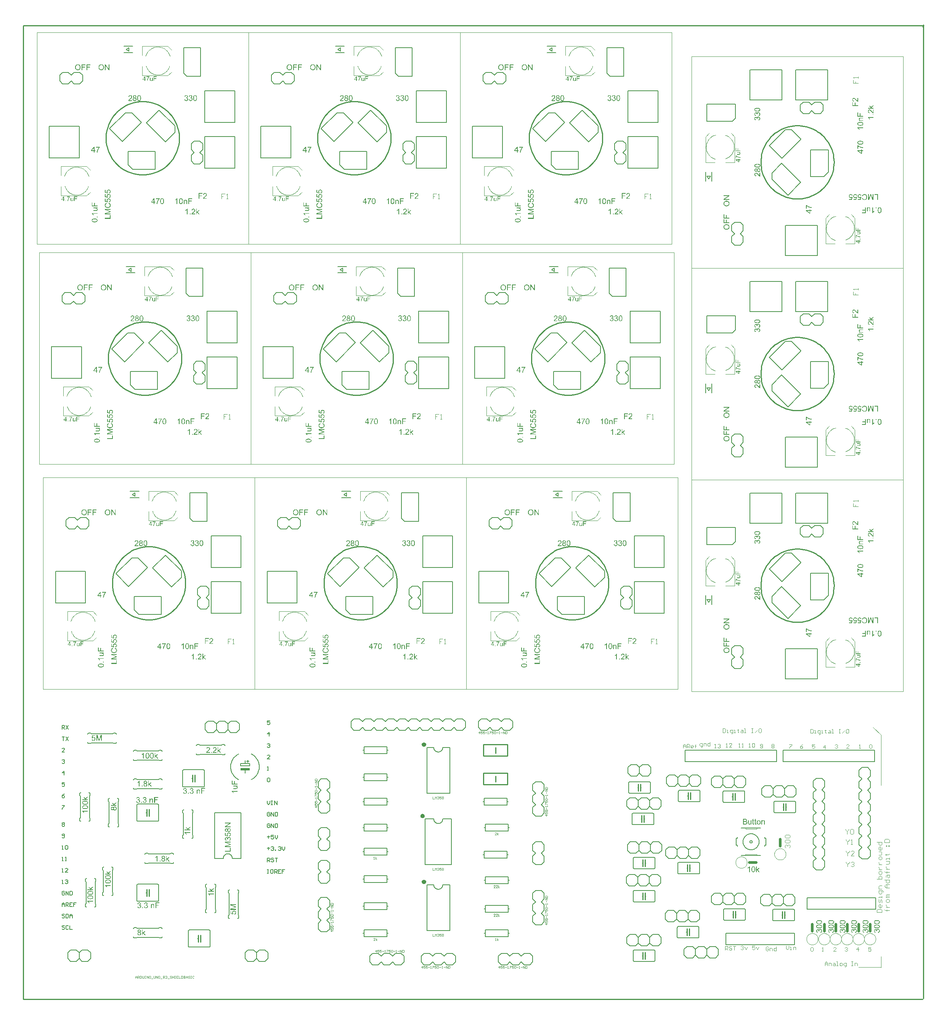
<source format=gm1>
%FSTAX23Y23*%
%MOIN*%
%SFA1B1*%

%IPPOS*%
%ADD28C,0.024016*%
%ADD30C,0.005984*%
%ADD31C,0.010000*%
%ADD36C,0.002717*%
%ADD41C,0.000000*%
%ADD42C,0.004016*%
%ADD43C,0.007992*%
%ADD44C,0.005000*%
%ADD45C,0.002008*%
%ADD46C,0.003386*%
%ADD47C,0.005118*%
%ADD48C,0.004252*%
%ADD49C,0.001614*%
%LNmergedpcbs-1*%
%LPD*%
G36*
X38184Y29845D02*
X38178D01*
X38152Y29883*
Y29845*
X38145*
Y29894*
X38152*
X38178Y29855*
Y29894*
X38184*
Y29845*
G37*
G36*
X36334D02*
X36328D01*
X36302Y29883*
Y29845*
X36295*
Y29894*
X36302*
X36328Y29855*
Y29894*
X36334*
Y29845*
G37*
G36*
X34484D02*
X34478D01*
X34452Y29883*
Y29845*
X34445*
Y29894*
X34452*
X34478Y29855*
Y29894*
X34484*
Y29845*
G37*
G36*
X38017Y29888D02*
X3799D01*
Y29873*
X38013*
Y29867*
X3799*
Y29845*
X37983*
Y29894*
X38017*
Y29888*
G37*
G36*
X37974D02*
X37947D01*
Y29873*
X37971*
Y29867*
X37947*
Y29845*
X37941*
Y29894*
X37974*
Y29888*
G37*
G36*
X36167D02*
X3614D01*
Y29873*
X36163*
Y29867*
X3614*
Y29845*
X36133*
Y29894*
X36167*
Y29888*
G37*
G36*
X36124D02*
X36097D01*
Y29873*
X36121*
Y29867*
X36097*
Y29845*
X36091*
Y29894*
X36124*
Y29888*
G37*
G36*
X34317D02*
X3429D01*
Y29873*
X34313*
Y29867*
X3429*
Y29845*
X34283*
Y29894*
X34317*
Y29888*
G37*
G36*
X34274D02*
X34247D01*
Y29873*
X34271*
Y29867*
X34247*
Y29845*
X34241*
Y29894*
X34274*
Y29888*
G37*
G36*
X38114Y29895D02*
X38115D01*
X38116Y29895*
X38117Y29895*
X38117Y29895*
X38119Y29894*
X38121Y29894*
X38123Y29893*
X38125Y29892*
X38126Y29892*
X38126Y29892*
X38126Y29892*
X38126Y29891*
X38127Y29891*
X38127Y29891*
X38128Y2989*
X38129Y29889*
X3813Y29888*
X38132Y29886*
X38133Y29885*
X38134Y29882*
Y29882*
X38134Y29882*
X38134Y29882*
X38134Y29882*
X38135Y29881*
X38135Y2988*
X38135Y2988*
X38136Y29879*
X38136Y29878*
X38136Y29877*
X38136Y29876*
X38137Y29874*
X38137Y29872*
X38137Y29869*
Y29869*
Y29869*
Y29868*
X38137Y29868*
Y29867*
X38137Y29866*
X38137Y29866*
X38137Y29865*
X38136Y29863*
X38136Y2986*
X38135Y29858*
X38134Y29857*
X38134Y29856*
Y29856*
X38134Y29855*
X38134Y29855*
X38133Y29855*
X38133Y29854*
X38133Y29854*
X38132Y29852*
X3813Y29851*
X38129Y29849*
X38127Y29848*
X38125Y29847*
X38125*
X38125Y29847*
X38125Y29846*
X38124Y29846*
X38124Y29846*
X38123Y29846*
X38122Y29845*
X38122Y29845*
X38121Y29845*
X3812Y29845*
X38118Y29844*
X38116Y29844*
X38113Y29844*
X38113*
X38112Y29844*
X38111*
X38111Y29844*
X3811Y29844*
X38109Y29844*
X38107Y29845*
X38105Y29845*
X38103Y29846*
X38102Y29846*
X38101Y29847*
X38101Y29847*
X381Y29847*
X381Y29847*
X381Y29848*
X38099Y29848*
X38099Y29848*
X38098Y29849*
X38096Y29851*
X38095Y29852*
X38094Y29854*
X38092Y29856*
Y29856*
X38092Y29856*
X38092Y29857*
X38092Y29857*
X38092Y29858*
X38091Y29858*
X38091Y29859*
X38091Y2986*
X38091Y29861*
X3809Y29862*
X3809Y29864*
X3809Y29866*
X3809Y29869*
Y29869*
Y29869*
Y29869*
X3809Y2987*
Y29871*
X3809Y29872*
X3809Y29873*
X3809Y29874*
X3809Y29876*
X38091Y29877*
X38091Y29879*
X38092Y2988*
X38092Y29882*
X38093Y29884*
X38094Y29885*
X38095Y29887*
X38096Y29888*
X38096Y29888*
X38096Y29888*
X38097Y29889*
X38097Y29889*
X38098Y2989*
X38099Y2989*
X381Y29891*
X38101Y29891*
X38102Y29892*
X38103Y29893*
X38105Y29893*
X38106Y29894*
X38108Y29894*
X3811Y29895*
X38111Y29895*
X38113Y29895*
X38114*
X38114Y29895*
G37*
G36*
X37909D02*
X3791D01*
X37911Y29895*
X37912Y29895*
X37912Y29895*
X37914Y29894*
X37916Y29894*
X37918Y29893*
X3792Y29892*
X37921Y29892*
X37921Y29892*
X37921Y29892*
X37921Y29891*
X37922Y29891*
X37922Y29891*
X37923Y2989*
X37924Y29889*
X37925Y29888*
X37927Y29886*
X37928Y29885*
X37929Y29882*
Y29882*
X37929Y29882*
X37929Y29882*
X37929Y29882*
X3793Y29881*
X3793Y2988*
X3793Y2988*
X37931Y29879*
X37931Y29878*
X37931Y29877*
X37931Y29876*
X37932Y29874*
X37932Y29872*
X37932Y29869*
Y29869*
Y29869*
Y29868*
X37932Y29868*
Y29867*
X37932Y29866*
X37932Y29866*
X37932Y29865*
X37931Y29863*
X37931Y2986*
X3793Y29858*
X37929Y29857*
X37929Y29856*
Y29856*
X37929Y29855*
X37929Y29855*
X37928Y29855*
X37928Y29854*
X37928Y29854*
X37927Y29852*
X37925Y29851*
X37924Y29849*
X37922Y29848*
X3792Y29847*
X3792*
X3792Y29847*
X3792Y29846*
X37919Y29846*
X37919Y29846*
X37918Y29846*
X37917Y29845*
X37917Y29845*
X37916Y29845*
X37915Y29845*
X37913Y29844*
X37911Y29844*
X37908Y29844*
X37908*
X37907Y29844*
X37906*
X37906Y29844*
X37905Y29844*
X37904Y29844*
X37902Y29845*
X379Y29845*
X37898Y29846*
X37897Y29846*
X37896Y29847*
X37896Y29847*
X37895Y29847*
X37895Y29847*
X37895Y29848*
X37894Y29848*
X37894Y29848*
X37893Y29849*
X37891Y29851*
X3789Y29852*
X37889Y29854*
X37887Y29856*
Y29856*
X37887Y29856*
X37887Y29857*
X37887Y29857*
X37887Y29858*
X37886Y29858*
X37886Y29859*
X37886Y2986*
X37886Y29861*
X37885Y29862*
X37885Y29864*
X37885Y29866*
X37885Y29869*
Y29869*
Y29869*
Y29869*
X37885Y2987*
Y29871*
X37885Y29872*
X37885Y29873*
X37885Y29874*
X37885Y29876*
X37886Y29877*
X37886Y29879*
X37887Y2988*
X37887Y29882*
X37888Y29884*
X37889Y29885*
X3789Y29887*
X37891Y29888*
X37891Y29888*
X37891Y29888*
X37892Y29889*
X37892Y29889*
X37893Y2989*
X37894Y2989*
X37895Y29891*
X37896Y29891*
X37897Y29892*
X37898Y29893*
X379Y29893*
X37901Y29894*
X37903Y29894*
X37905Y29895*
X37906Y29895*
X37908Y29895*
X37909*
X37909Y29895*
G37*
G36*
X36264D02*
X36265D01*
X36266Y29895*
X36267Y29895*
X36267Y29895*
X36269Y29894*
X36271Y29894*
X36273Y29893*
X36275Y29892*
X36276Y29892*
X36276Y29892*
X36276Y29892*
X36276Y29891*
X36277Y29891*
X36277Y29891*
X36278Y2989*
X36279Y29889*
X3628Y29888*
X36282Y29886*
X36283Y29885*
X36284Y29882*
Y29882*
X36284Y29882*
X36284Y29882*
X36284Y29882*
X36285Y29881*
X36285Y2988*
X36285Y2988*
X36286Y29879*
X36286Y29878*
X36286Y29877*
X36286Y29876*
X36287Y29874*
X36287Y29872*
X36287Y29869*
Y29869*
Y29869*
Y29868*
X36287Y29868*
Y29867*
X36287Y29866*
X36287Y29866*
X36287Y29865*
X36286Y29863*
X36286Y2986*
X36285Y29858*
X36284Y29857*
X36284Y29856*
Y29856*
X36284Y29855*
X36284Y29855*
X36283Y29855*
X36283Y29854*
X36283Y29854*
X36282Y29852*
X3628Y29851*
X36279Y29849*
X36277Y29848*
X36275Y29847*
X36275*
X36275Y29847*
X36275Y29846*
X36274Y29846*
X36274Y29846*
X36273Y29846*
X36272Y29845*
X36272Y29845*
X36271Y29845*
X3627Y29845*
X36268Y29844*
X36266Y29844*
X36263Y29844*
X36263*
X36262Y29844*
X36261*
X36261Y29844*
X3626Y29844*
X36259Y29844*
X36257Y29845*
X36255Y29845*
X36253Y29846*
X36252Y29846*
X36251Y29847*
X36251Y29847*
X3625Y29847*
X3625Y29847*
X3625Y29848*
X36249Y29848*
X36249Y29848*
X36248Y29849*
X36246Y29851*
X36245Y29852*
X36244Y29854*
X36242Y29856*
Y29856*
X36242Y29856*
X36242Y29857*
X36242Y29857*
X36242Y29858*
X36241Y29858*
X36241Y29859*
X36241Y2986*
X36241Y29861*
X3624Y29862*
X3624Y29864*
X3624Y29866*
X3624Y29869*
Y29869*
Y29869*
Y29869*
X3624Y2987*
Y29871*
X3624Y29872*
X3624Y29873*
X3624Y29874*
X3624Y29876*
X36241Y29877*
X36241Y29879*
X36242Y2988*
X36242Y29882*
X36243Y29884*
X36244Y29885*
X36245Y29887*
X36246Y29888*
X36246Y29888*
X36246Y29888*
X36247Y29889*
X36247Y29889*
X36248Y2989*
X36249Y2989*
X3625Y29891*
X36251Y29891*
X36252Y29892*
X36253Y29893*
X36255Y29893*
X36256Y29894*
X36258Y29894*
X3626Y29895*
X36261Y29895*
X36263Y29895*
X36264*
X36264Y29895*
G37*
G36*
X36059D02*
X3606D01*
X36061Y29895*
X36062Y29895*
X36062Y29895*
X36064Y29894*
X36066Y29894*
X36068Y29893*
X3607Y29892*
X36071Y29892*
X36071Y29892*
X36071Y29892*
X36071Y29891*
X36072Y29891*
X36072Y29891*
X36073Y2989*
X36074Y29889*
X36075Y29888*
X36077Y29886*
X36078Y29885*
X36079Y29882*
Y29882*
X36079Y29882*
X36079Y29882*
X36079Y29882*
X3608Y29881*
X3608Y2988*
X3608Y2988*
X36081Y29879*
X36081Y29878*
X36081Y29877*
X36081Y29876*
X36082Y29874*
X36082Y29872*
X36082Y29869*
Y29869*
Y29869*
Y29868*
X36082Y29868*
Y29867*
X36082Y29866*
X36082Y29866*
X36082Y29865*
X36081Y29863*
X36081Y2986*
X3608Y29858*
X36079Y29857*
X36079Y29856*
Y29856*
X36079Y29855*
X36079Y29855*
X36078Y29855*
X36078Y29854*
X36078Y29854*
X36077Y29852*
X36075Y29851*
X36074Y29849*
X36072Y29848*
X3607Y29847*
X3607*
X3607Y29847*
X3607Y29846*
X36069Y29846*
X36069Y29846*
X36068Y29846*
X36067Y29845*
X36067Y29845*
X36066Y29845*
X36065Y29845*
X36063Y29844*
X36061Y29844*
X36058Y29844*
X36058*
X36057Y29844*
X36056*
X36056Y29844*
X36055Y29844*
X36054Y29844*
X36052Y29845*
X3605Y29845*
X36048Y29846*
X36047Y29846*
X36046Y29847*
X36046Y29847*
X36045Y29847*
X36045Y29847*
X36045Y29848*
X36044Y29848*
X36044Y29848*
X36043Y29849*
X36041Y29851*
X3604Y29852*
X36039Y29854*
X36037Y29856*
Y29856*
X36037Y29856*
X36037Y29857*
X36037Y29857*
X36037Y29858*
X36036Y29858*
X36036Y29859*
X36036Y2986*
X36036Y29861*
X36035Y29862*
X36035Y29864*
X36035Y29866*
X36035Y29869*
Y29869*
Y29869*
Y29869*
X36035Y2987*
Y29871*
X36035Y29872*
X36035Y29873*
X36035Y29874*
X36035Y29876*
X36036Y29877*
X36036Y29879*
X36037Y2988*
X36037Y29882*
X36038Y29884*
X36039Y29885*
X3604Y29887*
X36041Y29888*
X36041Y29888*
X36041Y29888*
X36042Y29889*
X36042Y29889*
X36043Y2989*
X36044Y2989*
X36045Y29891*
X36046Y29891*
X36047Y29892*
X36048Y29893*
X3605Y29893*
X36051Y29894*
X36053Y29894*
X36055Y29895*
X36056Y29895*
X36058Y29895*
X36059*
X36059Y29895*
G37*
G36*
X34414D02*
X34415D01*
X34416Y29895*
X34417Y29895*
X34417Y29895*
X34419Y29894*
X34421Y29894*
X34423Y29893*
X34425Y29892*
X34426Y29892*
X34426Y29892*
X34426Y29892*
X34426Y29891*
X34427Y29891*
X34427Y29891*
X34428Y2989*
X34429Y29889*
X3443Y29888*
X34432Y29886*
X34433Y29885*
X34434Y29882*
Y29882*
X34434Y29882*
X34434Y29882*
X34434Y29882*
X34435Y29881*
X34435Y2988*
X34435Y2988*
X34436Y29879*
X34436Y29878*
X34436Y29877*
X34436Y29876*
X34437Y29874*
X34437Y29872*
X34437Y29869*
Y29869*
Y29869*
Y29868*
X34437Y29868*
Y29867*
X34437Y29866*
X34437Y29866*
X34437Y29865*
X34436Y29863*
X34436Y2986*
X34435Y29858*
X34434Y29857*
X34434Y29856*
Y29856*
X34434Y29855*
X34434Y29855*
X34433Y29855*
X34433Y29854*
X34433Y29854*
X34432Y29852*
X3443Y29851*
X34429Y29849*
X34427Y29848*
X34425Y29847*
X34425*
X34425Y29847*
X34425Y29846*
X34424Y29846*
X34424Y29846*
X34423Y29846*
X34422Y29845*
X34422Y29845*
X34421Y29845*
X3442Y29845*
X34418Y29844*
X34416Y29844*
X34413Y29844*
X34413*
X34412Y29844*
X34411*
X34411Y29844*
X3441Y29844*
X34409Y29844*
X34407Y29845*
X34405Y29845*
X34403Y29846*
X34402Y29846*
X34401Y29847*
X34401Y29847*
X344Y29847*
X344Y29847*
X344Y29848*
X34399Y29848*
X34399Y29848*
X34398Y29849*
X34396Y29851*
X34395Y29852*
X34394Y29854*
X34392Y29856*
Y29856*
X34392Y29856*
X34392Y29857*
X34392Y29857*
X34392Y29858*
X34391Y29858*
X34391Y29859*
X34391Y2986*
X34391Y29861*
X3439Y29862*
X3439Y29864*
X3439Y29866*
X3439Y29869*
Y29869*
Y29869*
Y29869*
X3439Y2987*
Y29871*
X3439Y29872*
X3439Y29873*
X3439Y29874*
X3439Y29876*
X34391Y29877*
X34391Y29879*
X34392Y2988*
X34392Y29882*
X34393Y29884*
X34394Y29885*
X34395Y29887*
X34396Y29888*
X34396Y29888*
X34396Y29888*
X34397Y29889*
X34397Y29889*
X34398Y2989*
X34399Y2989*
X344Y29891*
X34401Y29891*
X34402Y29892*
X34403Y29893*
X34405Y29893*
X34406Y29894*
X34408Y29894*
X3441Y29895*
X34411Y29895*
X34413Y29895*
X34414*
X34414Y29895*
G37*
G36*
X34209D02*
X3421D01*
X34211Y29895*
X34212Y29895*
X34212Y29895*
X34214Y29894*
X34216Y29894*
X34218Y29893*
X3422Y29892*
X34221Y29892*
X34221Y29892*
X34221Y29892*
X34221Y29891*
X34222Y29891*
X34222Y29891*
X34223Y2989*
X34224Y29889*
X34225Y29888*
X34227Y29886*
X34228Y29885*
X34229Y29882*
Y29882*
X34229Y29882*
X34229Y29882*
X34229Y29882*
X3423Y29881*
X3423Y2988*
X3423Y2988*
X34231Y29879*
X34231Y29878*
X34231Y29877*
X34231Y29876*
X34232Y29874*
X34232Y29872*
X34232Y29869*
Y29869*
Y29869*
Y29868*
X34232Y29868*
Y29867*
X34232Y29866*
X34232Y29866*
X34232Y29865*
X34231Y29863*
X34231Y2986*
X3423Y29858*
X34229Y29857*
X34229Y29856*
Y29856*
X34229Y29855*
X34229Y29855*
X34228Y29855*
X34228Y29854*
X34228Y29854*
X34227Y29852*
X34225Y29851*
X34224Y29849*
X34222Y29848*
X3422Y29847*
X3422*
X3422Y29847*
X3422Y29846*
X34219Y29846*
X34219Y29846*
X34218Y29846*
X34217Y29845*
X34217Y29845*
X34216Y29845*
X34215Y29845*
X34213Y29844*
X34211Y29844*
X34208Y29844*
X34208*
X34207Y29844*
X34206*
X34206Y29844*
X34205Y29844*
X34204Y29844*
X34202Y29845*
X342Y29845*
X34198Y29846*
X34197Y29846*
X34196Y29847*
X34196Y29847*
X34195Y29847*
X34195Y29847*
X34195Y29848*
X34194Y29848*
X34194Y29848*
X34193Y29849*
X34191Y29851*
X3419Y29852*
X34189Y29854*
X34187Y29856*
Y29856*
X34187Y29856*
X34187Y29857*
X34187Y29857*
X34187Y29858*
X34186Y29858*
X34186Y29859*
X34186Y2986*
X34186Y29861*
X34185Y29862*
X34185Y29864*
X34185Y29866*
X34185Y29869*
Y29869*
Y29869*
Y29869*
X34185Y2987*
Y29871*
X34185Y29872*
X34185Y29873*
X34185Y29874*
X34185Y29876*
X34186Y29877*
X34186Y29879*
X34187Y2988*
X34187Y29882*
X34188Y29884*
X34189Y29885*
X3419Y29887*
X34191Y29888*
X34191Y29888*
X34191Y29888*
X34192Y29889*
X34192Y29889*
X34193Y2989*
X34194Y2989*
X34195Y29891*
X34196Y29891*
X34197Y29892*
X34198Y29893*
X342Y29893*
X34201Y29894*
X34203Y29894*
X34205Y29895*
X34206Y29895*
X34208Y29895*
X34209*
X34209Y29895*
G37*
G36*
X38563Y2975D02*
X38558D01*
Y29754*
X38558Y29754*
X38558Y29753*
X38558Y29753*
X38558Y29753*
X38557Y29753*
X38557Y29752*
X38556Y29752*
X38556Y29751*
X38555Y29751*
X38554Y2975*
X38554Y2975*
X38553Y2975*
X38552Y29749*
X38551Y29749*
X3855Y29749*
X38549Y29749*
X38549*
X38548Y29749*
X38547Y29749*
X38547Y29749*
X38546Y29749*
X38545Y2975*
X38544Y2975*
X38544Y2975*
X38544Y2975*
X38543Y2975*
X38543Y29751*
X38542Y29751*
X38542Y29751*
X38541Y29752*
X38541Y29752*
X38541Y29752*
X38541Y29753*
X38541Y29753*
X3854Y29753*
X3854Y29754*
X3854Y29754*
X3854Y29755*
X38539Y29756*
Y29756*
X38539Y29756*
X38539Y29757*
Y29757*
X38539Y29758*
X38539Y29758*
X38539Y29759*
Y2976*
Y29778*
X38544*
Y29762*
Y29762*
Y29762*
Y29762*
Y29762*
Y29761*
X38544Y2976*
Y29759*
X38544Y29759*
X38544Y29758*
X38544Y29757*
Y29757*
X38544Y29757*
X38545Y29757*
X38545Y29756*
X38545Y29756*
X38545Y29755*
X38546Y29755*
X38546Y29754*
X38546Y29754*
X38547Y29754*
X38547Y29754*
X38547Y29754*
X38548Y29753*
X38548Y29753*
X38549Y29753*
X3855Y29753*
X3855*
X38551Y29753*
X38551Y29753*
X38552Y29753*
X38553Y29754*
X38553Y29754*
X38554Y29754*
X38554Y29754*
X38554Y29754*
X38555Y29755*
X38555Y29755*
X38556Y29755*
X38556Y29756*
X38557Y29757*
X38557Y29757*
X38557Y29757*
X38557Y29758*
X38557Y29758*
X38557Y29759*
X38557Y29759*
X38558Y2976*
X38558Y29762*
X38558Y29763*
Y29778*
X38563*
Y2975*
G37*
G36*
X36713D02*
X36708D01*
Y29754*
X36708Y29754*
X36708Y29753*
X36708Y29753*
X36708Y29753*
X36707Y29753*
X36707Y29752*
X36706Y29752*
X36706Y29751*
X36705Y29751*
X36704Y2975*
X36704Y2975*
X36703Y2975*
X36702Y29749*
X36701Y29749*
X367Y29749*
X36699Y29749*
X36699*
X36698Y29749*
X36697Y29749*
X36697Y29749*
X36696Y29749*
X36695Y2975*
X36694Y2975*
X36694Y2975*
X36694Y2975*
X36693Y2975*
X36693Y29751*
X36692Y29751*
X36692Y29751*
X36691Y29752*
X36691Y29752*
X36691Y29752*
X36691Y29753*
X36691Y29753*
X3669Y29753*
X3669Y29754*
X3669Y29754*
X3669Y29755*
X36689Y29756*
Y29756*
X36689Y29756*
X36689Y29757*
Y29757*
X36689Y29758*
X36689Y29758*
X36689Y29759*
Y2976*
Y29778*
X36694*
Y29762*
Y29762*
Y29762*
Y29762*
Y29762*
Y29761*
X36694Y2976*
Y29759*
X36694Y29759*
X36694Y29758*
X36694Y29757*
Y29757*
X36694Y29757*
X36695Y29757*
X36695Y29756*
X36695Y29756*
X36695Y29755*
X36696Y29755*
X36696Y29754*
X36696Y29754*
X36697Y29754*
X36697Y29754*
X36697Y29754*
X36698Y29753*
X36698Y29753*
X36699Y29753*
X367Y29753*
X367*
X36701Y29753*
X36701Y29753*
X36702Y29753*
X36703Y29754*
X36703Y29754*
X36704Y29754*
X36704Y29754*
X36704Y29754*
X36705Y29755*
X36705Y29755*
X36706Y29755*
X36706Y29756*
X36707Y29757*
X36707Y29757*
X36707Y29757*
X36707Y29758*
X36707Y29758*
X36707Y29759*
X36707Y29759*
X36708Y2976*
X36708Y29762*
X36708Y29763*
Y29778*
X36713*
Y2975*
G37*
G36*
X34863D02*
X34858D01*
Y29754*
X34858Y29754*
X34858Y29753*
X34858Y29753*
X34858Y29753*
X34857Y29753*
X34857Y29752*
X34856Y29752*
X34856Y29751*
X34855Y29751*
X34854Y2975*
X34854Y2975*
X34853Y2975*
X34852Y29749*
X34851Y29749*
X3485Y29749*
X34849Y29749*
X34849*
X34848Y29749*
X34847Y29749*
X34847Y29749*
X34846Y29749*
X34845Y2975*
X34844Y2975*
X34844Y2975*
X34844Y2975*
X34843Y2975*
X34843Y29751*
X34842Y29751*
X34842Y29751*
X34841Y29752*
X34841Y29752*
X34841Y29752*
X34841Y29753*
X34841Y29753*
X3484Y29753*
X3484Y29754*
X3484Y29754*
X3484Y29755*
X34839Y29756*
Y29756*
X34839Y29756*
X34839Y29757*
Y29757*
X34839Y29758*
X34839Y29758*
X34839Y29759*
Y2976*
Y29778*
X34844*
Y29762*
Y29762*
Y29762*
Y29762*
Y29762*
Y29761*
X34844Y2976*
Y29759*
X34844Y29759*
X34844Y29758*
X34844Y29757*
Y29757*
X34844Y29757*
X34845Y29757*
X34845Y29756*
X34845Y29756*
X34845Y29755*
X34846Y29755*
X34846Y29754*
X34846Y29754*
X34847Y29754*
X34847Y29754*
X34847Y29754*
X34848Y29753*
X34848Y29753*
X34849Y29753*
X3485Y29753*
X3485*
X34851Y29753*
X34851Y29753*
X34852Y29753*
X34853Y29754*
X34853Y29754*
X34854Y29754*
X34854Y29754*
X34854Y29754*
X34855Y29755*
X34855Y29755*
X34856Y29755*
X34856Y29756*
X34857Y29757*
X34857Y29757*
X34857Y29757*
X34857Y29758*
X34857Y29758*
X34857Y29759*
X34857Y29759*
X34858Y2976*
X34858Y29762*
X34858Y29763*
Y29778*
X34863*
Y2975*
G37*
G36*
X38598Y29785D02*
X38576D01*
Y29772*
X38595*
Y29768*
X38576*
Y2975*
X38571*
Y29789*
X38598*
Y29785*
G37*
G36*
X38533Y29785D02*
X38533Y29785D01*
X38533Y29785*
X38533Y29784*
X38532Y29784*
X38532Y29784*
X38532Y29783*
X38531Y29783*
X38531Y29782*
X3853Y29781*
X3853Y2978*
X38529Y2978*
X38528Y29779*
X38528Y29778*
X38527Y29777*
X38526Y29775*
X38526Y29774*
X38525Y29774*
X38525Y29774*
X38525Y29773*
X38525Y29773*
X38525Y29772*
X38524Y29772*
X38524Y29771*
X38523Y2977*
X38523Y29769*
X38522Y29768*
X38522Y29767*
X38522Y29766*
X38521Y29763*
X3852Y2976*
Y2976*
X3852Y2976*
X3852Y2976*
X3852Y2976*
X38519Y29759*
X38519Y29759*
X38519Y29758*
X38519Y29757*
X38519Y29756*
X38519Y29756*
X38518Y29754*
X38518Y29752*
X38518Y2975*
X38513*
Y2975*
Y2975*
Y2975*
X38513Y2975*
Y29751*
X38513Y29751*
X38513Y29752*
X38513Y29753*
X38513Y29753*
X38513Y29754*
X38514Y29755*
X38514Y29756*
X38514Y29757*
X38514Y29758*
X38515Y29761*
Y29761*
X38515Y29761*
X38515Y29761*
X38515Y29762*
X38515Y29762*
X38515Y29763*
X38516Y29764*
X38516Y29765*
X38516Y29766*
X38517Y29767*
X38518Y29769*
X38519Y29771*
X3852Y29774*
X3852Y29774*
X3852Y29774*
X3852Y29774*
X3852Y29775*
X38521Y29775*
X38521Y29776*
X38521Y29776*
X38522Y29777*
X38523Y29779*
X38524Y29781*
X38525Y29782*
X38527Y29784*
X38507*
Y29789*
X38533*
Y29785*
G37*
G36*
X38497Y29764D02*
X38502D01*
Y29759*
X38497*
Y2975*
X38492*
Y29759*
X38475*
Y29764*
X38493Y29789*
X38497*
Y29764*
G37*
G36*
X36748Y29785D02*
X36726D01*
Y29772*
X36745*
Y29768*
X36726*
Y2975*
X36721*
Y29789*
X36748*
Y29785*
G37*
G36*
X36683Y29785D02*
X36683Y29785D01*
X36683Y29785*
X36683Y29784*
X36682Y29784*
X36682Y29784*
X36682Y29783*
X36681Y29783*
X36681Y29782*
X3668Y29781*
X3668Y2978*
X36679Y2978*
X36678Y29779*
X36678Y29778*
X36677Y29777*
X36676Y29775*
X36676Y29774*
X36675Y29774*
X36675Y29774*
X36675Y29773*
X36675Y29773*
X36675Y29772*
X36674Y29772*
X36674Y29771*
X36673Y2977*
X36673Y29769*
X36672Y29768*
X36672Y29767*
X36672Y29766*
X36671Y29763*
X3667Y2976*
Y2976*
X3667Y2976*
X3667Y2976*
X3667Y2976*
X36669Y29759*
X36669Y29759*
X36669Y29758*
X36669Y29757*
X36669Y29756*
X36669Y29756*
X36668Y29754*
X36668Y29752*
X36668Y2975*
X36663*
Y2975*
Y2975*
Y2975*
X36663Y2975*
Y29751*
X36663Y29751*
X36663Y29752*
X36663Y29753*
X36663Y29753*
X36663Y29754*
X36664Y29755*
X36664Y29756*
X36664Y29757*
X36664Y29758*
X36665Y29761*
Y29761*
X36665Y29761*
X36665Y29761*
X36665Y29762*
X36665Y29762*
X36665Y29763*
X36666Y29764*
X36666Y29765*
X36666Y29766*
X36667Y29767*
X36668Y29769*
X36669Y29771*
X3667Y29774*
X3667Y29774*
X3667Y29774*
X3667Y29774*
X3667Y29775*
X36671Y29775*
X36671Y29776*
X36671Y29776*
X36672Y29777*
X36673Y29779*
X36674Y29781*
X36675Y29782*
X36677Y29784*
X36657*
Y29789*
X36683*
Y29785*
G37*
G36*
X36647Y29764D02*
X36652D01*
Y29759*
X36647*
Y2975*
X36642*
Y29759*
X36625*
Y29764*
X36643Y29789*
X36647*
Y29764*
G37*
G36*
X34898Y29785D02*
X34876D01*
Y29772*
X34895*
Y29768*
X34876*
Y2975*
X34871*
Y29789*
X34898*
Y29785*
G37*
G36*
X34833Y29785D02*
X34833Y29785D01*
X34833Y29785*
X34833Y29784*
X34832Y29784*
X34832Y29784*
X34832Y29783*
X34831Y29783*
X34831Y29782*
X3483Y29781*
X3483Y2978*
X34829Y2978*
X34828Y29779*
X34828Y29778*
X34827Y29777*
X34826Y29775*
X34826Y29774*
X34825Y29774*
X34825Y29774*
X34825Y29773*
X34825Y29773*
X34825Y29772*
X34824Y29772*
X34824Y29771*
X34823Y2977*
X34823Y29769*
X34822Y29768*
X34822Y29767*
X34822Y29766*
X34821Y29763*
X3482Y2976*
Y2976*
X3482Y2976*
X3482Y2976*
X3482Y2976*
X34819Y29759*
X34819Y29759*
X34819Y29758*
X34819Y29757*
X34819Y29756*
X34819Y29756*
X34818Y29754*
X34818Y29752*
X34818Y2975*
X34813*
Y2975*
Y2975*
Y2975*
X34813Y2975*
Y29751*
X34813Y29751*
X34813Y29752*
X34813Y29753*
X34813Y29753*
X34813Y29754*
X34814Y29755*
X34814Y29756*
X34814Y29757*
X34814Y29758*
X34815Y29761*
Y29761*
X34815Y29761*
X34815Y29761*
X34815Y29762*
X34815Y29762*
X34815Y29763*
X34816Y29764*
X34816Y29765*
X34816Y29766*
X34817Y29767*
X34818Y29769*
X34819Y29771*
X3482Y29774*
X3482Y29774*
X3482Y29774*
X3482Y29774*
X3482Y29775*
X34821Y29775*
X34821Y29776*
X34821Y29776*
X34822Y29777*
X34823Y29779*
X34824Y29781*
X34825Y29782*
X34827Y29784*
X34807*
Y29789*
X34833*
Y29785*
G37*
G36*
X34797Y29764D02*
X34802D01*
Y29759*
X34797*
Y2975*
X34792*
Y29759*
X34775*
Y29764*
X34793Y29789*
X34797*
Y29764*
G37*
G36*
X38896Y29625D02*
X38897Y29625D01*
X38898Y29625*
X38899Y29625*
X389Y29624*
X38902Y29624*
X38902*
X38902Y29624*
X38902Y29623*
X38903Y29623*
X38903Y29622*
X38904Y29622*
X38905Y29621*
X38906Y2962*
X38907Y29619*
X38907Y29619*
X38907Y29618*
X38907Y29618*
X38908Y29617*
X38908Y29616*
X38908Y29615*
X38909Y29614*
X38909Y29612*
Y29612*
Y29612*
X38909Y29611*
X38908Y29611*
X38908Y2961*
X38908Y29609*
X38907Y29608*
X38907Y29607*
X38907Y29606*
X38907Y29606*
X38906Y29606*
X38906Y29605*
X38905Y29604*
X38904Y29604*
X38903Y29603*
X38902Y29602*
X38902*
X38902Y29602*
X38902Y29602*
X38902Y29602*
X38903Y29602*
X38904Y29601*
X38905Y29601*
X38907Y296*
X38908Y29599*
X38909Y29598*
X38909Y29598*
X38909Y29598*
X38909Y29597*
X3891Y29596*
X3891Y29595*
X38911Y29593*
X38911Y29592*
X38911Y2959*
Y2959*
Y2959*
Y2959*
X38911Y29589*
X38911Y29589*
X38911Y29588*
X38911Y29587*
X3891Y29586*
X3891Y29585*
X3891Y29584*
X38909Y29583*
X38908Y29582*
X38908Y29581*
X38907Y2958*
X38906Y29579*
X38906Y29579*
X38906Y29579*
X38906Y29579*
X38905Y29578*
X38905Y29578*
X38904Y29578*
X38904Y29577*
X38903Y29577*
X38902Y29577*
X38901Y29576*
X389Y29576*
X38899Y29575*
X38898Y29575*
X38897Y29575*
X38896Y29575*
X38894Y29575*
X38894*
X38893Y29575*
X38893Y29575*
X38892Y29575*
X38891Y29575*
X3889Y29575*
X38889Y29576*
X38887Y29576*
X38886Y29577*
X38885Y29577*
X38884Y29578*
X38883Y29579*
X38883Y29579*
X38883Y29579*
X38883Y29579*
X38883Y29579*
X38882Y2958*
X38882Y2958*
X38882Y29581*
X38881Y29581*
X38881Y29582*
X3888Y29583*
X3888Y29584*
X38879Y29586*
X38879Y29587*
X38879Y29589*
X38885Y29589*
Y29589*
X38885Y29589*
X38885Y29589*
X38885Y29589*
X38885Y29588*
X38885Y29588*
X38885Y29587*
X38886Y29585*
X38887Y29584*
X38887Y29583*
X38888Y29582*
X38888Y29582*
X38889Y29582*
X38889Y29581*
X3889Y29581*
X38891Y2958*
X38892Y2958*
X38893Y2958*
X38894Y2958*
X38895*
X38895Y2958*
X38896Y2958*
X38897Y2958*
X38898Y2958*
X38899Y29581*
X389Y29582*
X38902Y29583*
X38902Y29583*
X38902Y29583*
X38903Y29584*
X38903Y29585*
X38904Y29586*
X38904Y29587*
X38904Y29588*
X38905Y2959*
Y2959*
Y2959*
Y2959*
X38905Y29591*
X38904Y29592*
X38904Y29592*
X38904Y29594*
X38903Y29595*
X38903Y29596*
X38902Y29597*
X38902Y29597*
X38901Y29597*
X38901Y29598*
X389Y29598*
X38899Y29599*
X38898Y29599*
X38896Y296*
X38895Y296*
X38894*
X38894Y296*
X38893Y296*
X38892Y29599*
X38892Y29599*
X38891Y29599*
X38891Y29604*
X38892*
X38892Y29604*
X38893*
X38894Y29605*
X38895Y29605*
X38896Y29605*
X38897Y29605*
X38898Y29606*
X38899Y29606*
X38899*
X38899Y29606*
X389Y29607*
X389Y29607*
X38901Y29608*
X38901Y29609*
X38902Y2961*
X38902Y29611*
X38902Y29612*
Y29613*
Y29613*
Y29613*
Y29613*
X38902Y29614*
X38902Y29615*
X38902Y29615*
X38901Y29616*
X38901Y29617*
X389Y29618*
X389Y29618*
X389Y29618*
X38899Y29619*
X38899Y29619*
X38898Y2962*
X38897Y2962*
X38896Y2962*
X38894Y2962*
X38894*
X38893Y2962*
X38892Y2962*
X38891Y2962*
X3889Y29619*
X38889Y29619*
X38888Y29618*
X38888Y29618*
X38888Y29618*
X38888Y29617*
X38887Y29616*
X38887Y29616*
X38886Y29614*
X38886Y29613*
X38885Y29611*
X38879Y29613*
Y29613*
X38879Y29613*
X38879Y29613*
X38879Y29614*
X3888Y29614*
X3888Y29615*
X3888Y29616*
X38881Y29618*
X38882Y29619*
X38883Y29621*
X38884Y29622*
X38884Y29622*
X38884Y29622*
X38885Y29622*
X38885Y29622*
X38885Y29623*
X38886Y29623*
X38886Y29623*
X38887Y29624*
X38888Y29624*
X3889Y29625*
X38892Y29625*
X38893Y29625*
X38895*
X38896Y29625*
G37*
G36*
X38857D02*
X38858Y29625D01*
X38859Y29625*
X3886Y29625*
X38862Y29624*
X38863Y29624*
X38863*
X38863Y29624*
X38864Y29623*
X38864Y29623*
X38865Y29622*
X38866Y29622*
X38867Y29621*
X38867Y2962*
X38868Y29619*
X38868Y29619*
X38868Y29618*
X38869Y29618*
X38869Y29617*
X3887Y29616*
X3887Y29615*
X3887Y29614*
X3887Y29612*
Y29612*
Y29612*
X3887Y29611*
X3887Y29611*
X3887Y2961*
X38869Y29609*
X38869Y29608*
X38868Y29607*
X38868Y29606*
X38868Y29606*
X38868Y29606*
X38867Y29605*
X38866Y29604*
X38865Y29604*
X38864Y29603*
X38863Y29602*
X38863*
X38863Y29602*
X38864Y29602*
X38864Y29602*
X38865Y29602*
X38866Y29601*
X38867Y29601*
X38868Y296*
X38869Y29599*
X3887Y29598*
X3887Y29598*
X3887Y29598*
X38871Y29597*
X38871Y29596*
X38872Y29595*
X38872Y29593*
X38872Y29592*
X38872Y2959*
Y2959*
Y2959*
Y2959*
X38872Y29589*
X38872Y29589*
X38872Y29588*
X38872Y29587*
X38872Y29586*
X38871Y29585*
X38871Y29584*
X3887Y29583*
X3887Y29582*
X38869Y29581*
X38869Y2958*
X38868Y29579*
X38868Y29579*
X38867Y29579*
X38867Y29579*
X38867Y29578*
X38866Y29578*
X38866Y29578*
X38865Y29577*
X38864Y29577*
X38864Y29577*
X38863Y29576*
X38862Y29576*
X38861Y29575*
X3886Y29575*
X38858Y29575*
X38857Y29575*
X38856Y29575*
X38855*
X38855Y29575*
X38854Y29575*
X38853Y29575*
X38853Y29575*
X38852Y29575*
X3885Y29576*
X38848Y29576*
X38847Y29577*
X38847Y29577*
X38846Y29578*
X38845Y29579*
X38845Y29579*
X38845Y29579*
X38844Y29579*
X38844Y29579*
X38844Y2958*
X38844Y2958*
X38843Y29581*
X38843Y29581*
X38842Y29582*
X38842Y29583*
X38841Y29584*
X3884Y29586*
X3884Y29587*
X3884Y29589*
X38846Y29589*
Y29589*
X38846Y29589*
X38846Y29589*
X38846Y29589*
X38846Y29588*
X38847Y29588*
X38847Y29587*
X38847Y29585*
X38848Y29584*
X38849Y29583*
X3885Y29582*
X3885Y29582*
X3885Y29582*
X38851Y29581*
X38851Y29581*
X38852Y2958*
X38853Y2958*
X38855Y2958*
X38856Y2958*
X38856*
X38857Y2958*
X38857Y2958*
X38858Y2958*
X38859Y2958*
X38861Y29581*
X38862Y29582*
X38863Y29583*
X38863Y29583*
X38864Y29583*
X38864Y29584*
X38865Y29585*
X38865Y29586*
X38866Y29587*
X38866Y29588*
X38866Y2959*
Y2959*
Y2959*
Y2959*
X38866Y29591*
X38866Y29592*
X38866Y29592*
X38865Y29594*
X38865Y29595*
X38864Y29596*
X38863Y29597*
X38863Y29597*
X38863Y29597*
X38862Y29598*
X38861Y29598*
X3886Y29599*
X38859Y29599*
X38858Y296*
X38856Y296*
X38856*
X38855Y296*
X38855Y296*
X38854Y29599*
X38853Y29599*
X38852Y29599*
X38853Y29604*
X38853*
X38853Y29604*
X38854*
X38855Y29605*
X38856Y29605*
X38857Y29605*
X38858Y29605*
X38859Y29606*
X38861Y29606*
X38861*
X38861Y29606*
X38861Y29607*
X38862Y29607*
X38862Y29608*
X38863Y29609*
X38863Y2961*
X38864Y29611*
X38864Y29612*
Y29613*
Y29613*
Y29613*
Y29613*
X38864Y29614*
X38864Y29615*
X38863Y29615*
X38863Y29616*
X38862Y29617*
X38862Y29618*
X38861Y29618*
X38861Y29618*
X38861Y29619*
X3886Y29619*
X38859Y2962*
X38858Y2962*
X38857Y2962*
X38856Y2962*
X38855*
X38854Y2962*
X38854Y2962*
X38853Y2962*
X38852Y29619*
X38851Y29619*
X3885Y29618*
X3885Y29618*
X38849Y29618*
X38849Y29617*
X38848Y29616*
X38848Y29616*
X38847Y29614*
X38847Y29613*
X38847Y29611*
X38841Y29613*
Y29613*
X38841Y29613*
X38841Y29613*
X38841Y29614*
X38841Y29614*
X38841Y29615*
X38842Y29616*
X38842Y29618*
X38843Y29619*
X38844Y29621*
X38846Y29622*
X38846Y29622*
X38846Y29622*
X38846Y29622*
X38846Y29622*
X38847Y29623*
X38847Y29623*
X38848Y29623*
X38848Y29624*
X3885Y29624*
X38851Y29625*
X38853Y29625*
X38854Y29625*
X38856*
X38857Y29625*
G37*
G36*
X37046D02*
X37047Y29625D01*
X37048Y29625*
X37049Y29625*
X3705Y29624*
X37052Y29624*
X37052*
X37052Y29624*
X37052Y29623*
X37053Y29623*
X37053Y29622*
X37054Y29622*
X37055Y29621*
X37056Y2962*
X37057Y29619*
X37057Y29619*
X37057Y29618*
X37057Y29618*
X37058Y29617*
X37058Y29616*
X37058Y29615*
X37059Y29614*
X37059Y29612*
Y29612*
Y29612*
X37059Y29611*
X37058Y29611*
X37058Y2961*
X37058Y29609*
X37057Y29608*
X37057Y29607*
X37057Y29606*
X37057Y29606*
X37056Y29606*
X37056Y29605*
X37055Y29604*
X37054Y29604*
X37053Y29603*
X37052Y29602*
X37052*
X37052Y29602*
X37052Y29602*
X37052Y29602*
X37053Y29602*
X37054Y29601*
X37055Y29601*
X37057Y296*
X37058Y29599*
X37059Y29598*
X37059Y29598*
X37059Y29598*
X37059Y29597*
X3706Y29596*
X3706Y29595*
X37061Y29593*
X37061Y29592*
X37061Y2959*
Y2959*
Y2959*
Y2959*
X37061Y29589*
X37061Y29589*
X37061Y29588*
X37061Y29587*
X3706Y29586*
X3706Y29585*
X3706Y29584*
X37059Y29583*
X37058Y29582*
X37058Y29581*
X37057Y2958*
X37056Y29579*
X37056Y29579*
X37056Y29579*
X37056Y29579*
X37055Y29578*
X37055Y29578*
X37054Y29578*
X37054Y29577*
X37053Y29577*
X37052Y29577*
X37051Y29576*
X3705Y29576*
X37049Y29575*
X37048Y29575*
X37047Y29575*
X37046Y29575*
X37044Y29575*
X37044*
X37043Y29575*
X37043Y29575*
X37042Y29575*
X37041Y29575*
X3704Y29575*
X37039Y29576*
X37037Y29576*
X37036Y29577*
X37035Y29577*
X37034Y29578*
X37033Y29579*
X37033Y29579*
X37033Y29579*
X37033Y29579*
X37033Y29579*
X37032Y2958*
X37032Y2958*
X37032Y29581*
X37031Y29581*
X37031Y29582*
X3703Y29583*
X3703Y29584*
X37029Y29586*
X37029Y29587*
X37029Y29589*
X37035Y29589*
Y29589*
X37035Y29589*
X37035Y29589*
X37035Y29589*
X37035Y29588*
X37035Y29588*
X37035Y29587*
X37036Y29585*
X37037Y29584*
X37037Y29583*
X37038Y29582*
X37038Y29582*
X37039Y29582*
X37039Y29581*
X3704Y29581*
X37041Y2958*
X37042Y2958*
X37043Y2958*
X37044Y2958*
X37045*
X37045Y2958*
X37046Y2958*
X37047Y2958*
X37048Y2958*
X37049Y29581*
X3705Y29582*
X37052Y29583*
X37052Y29583*
X37052Y29583*
X37053Y29584*
X37053Y29585*
X37054Y29586*
X37054Y29587*
X37054Y29588*
X37055Y2959*
Y2959*
Y2959*
Y2959*
X37055Y29591*
X37054Y29592*
X37054Y29592*
X37054Y29594*
X37053Y29595*
X37053Y29596*
X37052Y29597*
X37052Y29597*
X37051Y29597*
X37051Y29598*
X3705Y29598*
X37049Y29599*
X37048Y29599*
X37046Y296*
X37045Y296*
X37044*
X37044Y296*
X37043Y296*
X37042Y29599*
X37042Y29599*
X37041Y29599*
X37041Y29604*
X37042*
X37042Y29604*
X37043*
X37044Y29605*
X37045Y29605*
X37046Y29605*
X37047Y29605*
X37048Y29606*
X37049Y29606*
X37049*
X37049Y29606*
X3705Y29607*
X3705Y29607*
X37051Y29608*
X37051Y29609*
X37052Y2961*
X37052Y29611*
X37052Y29612*
Y29613*
Y29613*
Y29613*
Y29613*
X37052Y29614*
X37052Y29615*
X37052Y29615*
X37051Y29616*
X37051Y29617*
X3705Y29618*
X3705Y29618*
X3705Y29618*
X37049Y29619*
X37049Y29619*
X37048Y2962*
X37047Y2962*
X37046Y2962*
X37044Y2962*
X37044*
X37043Y2962*
X37042Y2962*
X37041Y2962*
X3704Y29619*
X37039Y29619*
X37038Y29618*
X37038Y29618*
X37038Y29618*
X37038Y29617*
X37037Y29616*
X37037Y29616*
X37036Y29614*
X37036Y29613*
X37035Y29611*
X37029Y29613*
Y29613*
X37029Y29613*
X37029Y29613*
X37029Y29614*
X3703Y29614*
X3703Y29615*
X3703Y29616*
X37031Y29618*
X37032Y29619*
X37033Y29621*
X37034Y29622*
X37034Y29622*
X37034Y29622*
X37035Y29622*
X37035Y29622*
X37035Y29623*
X37036Y29623*
X37036Y29623*
X37037Y29624*
X37038Y29624*
X3704Y29625*
X37042Y29625*
X37043Y29625*
X37045*
X37046Y29625*
G37*
G36*
X37007D02*
X37008Y29625D01*
X37009Y29625*
X3701Y29625*
X37012Y29624*
X37013Y29624*
X37013*
X37013Y29624*
X37014Y29623*
X37014Y29623*
X37015Y29622*
X37016Y29622*
X37017Y29621*
X37017Y2962*
X37018Y29619*
X37018Y29619*
X37018Y29618*
X37019Y29618*
X37019Y29617*
X3702Y29616*
X3702Y29615*
X3702Y29614*
X3702Y29612*
Y29612*
Y29612*
X3702Y29611*
X3702Y29611*
X3702Y2961*
X37019Y29609*
X37019Y29608*
X37018Y29607*
X37018Y29606*
X37018Y29606*
X37018Y29606*
X37017Y29605*
X37016Y29604*
X37015Y29604*
X37014Y29603*
X37013Y29602*
X37013*
X37013Y29602*
X37014Y29602*
X37014Y29602*
X37015Y29602*
X37016Y29601*
X37017Y29601*
X37018Y296*
X37019Y29599*
X3702Y29598*
X3702Y29598*
X3702Y29598*
X37021Y29597*
X37021Y29596*
X37022Y29595*
X37022Y29593*
X37022Y29592*
X37022Y2959*
Y2959*
Y2959*
Y2959*
X37022Y29589*
X37022Y29589*
X37022Y29588*
X37022Y29587*
X37022Y29586*
X37021Y29585*
X37021Y29584*
X3702Y29583*
X3702Y29582*
X37019Y29581*
X37019Y2958*
X37018Y29579*
X37018Y29579*
X37017Y29579*
X37017Y29579*
X37017Y29578*
X37016Y29578*
X37016Y29578*
X37015Y29577*
X37014Y29577*
X37014Y29577*
X37013Y29576*
X37012Y29576*
X37011Y29575*
X3701Y29575*
X37008Y29575*
X37007Y29575*
X37006Y29575*
X37005*
X37005Y29575*
X37004Y29575*
X37003Y29575*
X37003Y29575*
X37002Y29575*
X37Y29576*
X36998Y29576*
X36997Y29577*
X36997Y29577*
X36996Y29578*
X36995Y29579*
X36995Y29579*
X36995Y29579*
X36994Y29579*
X36994Y29579*
X36994Y2958*
X36994Y2958*
X36993Y29581*
X36993Y29581*
X36992Y29582*
X36992Y29583*
X36991Y29584*
X3699Y29586*
X3699Y29587*
X3699Y29589*
X36996Y29589*
Y29589*
X36996Y29589*
X36996Y29589*
X36996Y29589*
X36996Y29588*
X36997Y29588*
X36997Y29587*
X36997Y29585*
X36998Y29584*
X36999Y29583*
X37Y29582*
X37Y29582*
X37Y29582*
X37001Y29581*
X37001Y29581*
X37002Y2958*
X37003Y2958*
X37005Y2958*
X37006Y2958*
X37006*
X37007Y2958*
X37007Y2958*
X37008Y2958*
X37009Y2958*
X37011Y29581*
X37012Y29582*
X37013Y29583*
X37013Y29583*
X37014Y29583*
X37014Y29584*
X37015Y29585*
X37015Y29586*
X37016Y29587*
X37016Y29588*
X37016Y2959*
Y2959*
Y2959*
Y2959*
X37016Y29591*
X37016Y29592*
X37016Y29592*
X37015Y29594*
X37015Y29595*
X37014Y29596*
X37013Y29597*
X37013Y29597*
X37013Y29597*
X37012Y29598*
X37011Y29598*
X3701Y29599*
X37009Y29599*
X37008Y296*
X37006Y296*
X37006*
X37005Y296*
X37005Y296*
X37004Y29599*
X37003Y29599*
X37002Y29599*
X37003Y29604*
X37003*
X37003Y29604*
X37004*
X37005Y29605*
X37006Y29605*
X37007Y29605*
X37008Y29605*
X37009Y29606*
X37011Y29606*
X37011*
X37011Y29606*
X37011Y29607*
X37012Y29607*
X37012Y29608*
X37013Y29609*
X37013Y2961*
X37014Y29611*
X37014Y29612*
Y29613*
Y29613*
Y29613*
Y29613*
X37014Y29614*
X37014Y29615*
X37013Y29615*
X37013Y29616*
X37012Y29617*
X37012Y29618*
X37011Y29618*
X37011Y29618*
X37011Y29619*
X3701Y29619*
X37009Y2962*
X37008Y2962*
X37007Y2962*
X37006Y2962*
X37005*
X37004Y2962*
X37004Y2962*
X37003Y2962*
X37002Y29619*
X37001Y29619*
X37Y29618*
X37Y29618*
X36999Y29618*
X36999Y29617*
X36998Y29616*
X36998Y29616*
X36997Y29614*
X36997Y29613*
X36997Y29611*
X36991Y29613*
Y29613*
X36991Y29613*
X36991Y29613*
X36991Y29614*
X36991Y29614*
X36991Y29615*
X36992Y29616*
X36992Y29618*
X36993Y29619*
X36994Y29621*
X36996Y29622*
X36996Y29622*
X36996Y29622*
X36996Y29622*
X36996Y29622*
X36997Y29623*
X36997Y29623*
X36998Y29623*
X36998Y29624*
X37Y29624*
X37001Y29625*
X37003Y29625*
X37004Y29625*
X37006*
X37007Y29625*
G37*
G36*
X35196D02*
X35197Y29625D01*
X35198Y29625*
X35199Y29625*
X352Y29624*
X35202Y29624*
X35202*
X35202Y29624*
X35202Y29623*
X35203Y29623*
X35203Y29622*
X35204Y29622*
X35205Y29621*
X35206Y2962*
X35207Y29619*
X35207Y29619*
X35207Y29618*
X35207Y29618*
X35208Y29617*
X35208Y29616*
X35208Y29615*
X35209Y29614*
X35209Y29612*
Y29612*
Y29612*
X35209Y29611*
X35208Y29611*
X35208Y2961*
X35208Y29609*
X35207Y29608*
X35207Y29607*
X35207Y29606*
X35207Y29606*
X35206Y29606*
X35206Y29605*
X35205Y29604*
X35204Y29604*
X35203Y29603*
X35202Y29602*
X35202*
X35202Y29602*
X35202Y29602*
X35202Y29602*
X35203Y29602*
X35204Y29601*
X35205Y29601*
X35207Y296*
X35208Y29599*
X35209Y29598*
X35209Y29598*
X35209Y29598*
X35209Y29597*
X3521Y29596*
X3521Y29595*
X35211Y29593*
X35211Y29592*
X35211Y2959*
Y2959*
Y2959*
Y2959*
X35211Y29589*
X35211Y29589*
X35211Y29588*
X35211Y29587*
X3521Y29586*
X3521Y29585*
X3521Y29584*
X35209Y29583*
X35208Y29582*
X35208Y29581*
X35207Y2958*
X35206Y29579*
X35206Y29579*
X35206Y29579*
X35206Y29579*
X35205Y29578*
X35205Y29578*
X35204Y29578*
X35204Y29577*
X35203Y29577*
X35202Y29577*
X35201Y29576*
X352Y29576*
X35199Y29575*
X35198Y29575*
X35197Y29575*
X35196Y29575*
X35194Y29575*
X35194*
X35193Y29575*
X35193Y29575*
X35192Y29575*
X35191Y29575*
X3519Y29575*
X35189Y29576*
X35187Y29576*
X35186Y29577*
X35185Y29577*
X35184Y29578*
X35183Y29579*
X35183Y29579*
X35183Y29579*
X35183Y29579*
X35183Y29579*
X35182Y2958*
X35182Y2958*
X35182Y29581*
X35181Y29581*
X35181Y29582*
X3518Y29583*
X3518Y29584*
X35179Y29586*
X35179Y29587*
X35179Y29589*
X35185Y29589*
Y29589*
X35185Y29589*
X35185Y29589*
X35185Y29589*
X35185Y29588*
X35185Y29588*
X35185Y29587*
X35186Y29585*
X35187Y29584*
X35187Y29583*
X35188Y29582*
X35188Y29582*
X35189Y29582*
X35189Y29581*
X3519Y29581*
X35191Y2958*
X35192Y2958*
X35193Y2958*
X35194Y2958*
X35195*
X35195Y2958*
X35196Y2958*
X35197Y2958*
X35198Y2958*
X35199Y29581*
X352Y29582*
X35202Y29583*
X35202Y29583*
X35202Y29583*
X35203Y29584*
X35203Y29585*
X35204Y29586*
X35204Y29587*
X35204Y29588*
X35205Y2959*
Y2959*
Y2959*
Y2959*
X35205Y29591*
X35204Y29592*
X35204Y29592*
X35204Y29594*
X35203Y29595*
X35203Y29596*
X35202Y29597*
X35202Y29597*
X35201Y29597*
X35201Y29598*
X352Y29598*
X35199Y29599*
X35198Y29599*
X35196Y296*
X35195Y296*
X35194*
X35194Y296*
X35193Y296*
X35192Y29599*
X35192Y29599*
X35191Y29599*
X35191Y29604*
X35192*
X35192Y29604*
X35193*
X35194Y29605*
X35195Y29605*
X35196Y29605*
X35197Y29605*
X35198Y29606*
X35199Y29606*
X35199*
X35199Y29606*
X352Y29607*
X352Y29607*
X35201Y29608*
X35201Y29609*
X35202Y2961*
X35202Y29611*
X35202Y29612*
Y29613*
Y29613*
Y29613*
Y29613*
X35202Y29614*
X35202Y29615*
X35202Y29615*
X35201Y29616*
X35201Y29617*
X352Y29618*
X352Y29618*
X352Y29618*
X35199Y29619*
X35199Y29619*
X35198Y2962*
X35197Y2962*
X35196Y2962*
X35194Y2962*
X35194*
X35193Y2962*
X35192Y2962*
X35191Y2962*
X3519Y29619*
X35189Y29619*
X35188Y29618*
X35188Y29618*
X35188Y29618*
X35188Y29617*
X35187Y29616*
X35187Y29616*
X35186Y29614*
X35186Y29613*
X35185Y29611*
X35179Y29613*
Y29613*
X35179Y29613*
X35179Y29613*
X35179Y29614*
X3518Y29614*
X3518Y29615*
X3518Y29616*
X35181Y29618*
X35182Y29619*
X35183Y29621*
X35184Y29622*
X35184Y29622*
X35184Y29622*
X35185Y29622*
X35185Y29622*
X35185Y29623*
X35186Y29623*
X35186Y29623*
X35187Y29624*
X35188Y29624*
X3519Y29625*
X35192Y29625*
X35193Y29625*
X35195*
X35196Y29625*
G37*
G36*
X35157D02*
X35158Y29625D01*
X35159Y29625*
X3516Y29625*
X35162Y29624*
X35163Y29624*
X35163*
X35163Y29624*
X35164Y29623*
X35164Y29623*
X35165Y29622*
X35166Y29622*
X35167Y29621*
X35167Y2962*
X35168Y29619*
X35168Y29619*
X35168Y29618*
X35169Y29618*
X35169Y29617*
X3517Y29616*
X3517Y29615*
X3517Y29614*
X3517Y29612*
Y29612*
Y29612*
X3517Y29611*
X3517Y29611*
X3517Y2961*
X35169Y29609*
X35169Y29608*
X35168Y29607*
X35168Y29606*
X35168Y29606*
X35168Y29606*
X35167Y29605*
X35166Y29604*
X35165Y29604*
X35164Y29603*
X35163Y29602*
X35163*
X35163Y29602*
X35164Y29602*
X35164Y29602*
X35165Y29602*
X35166Y29601*
X35167Y29601*
X35168Y296*
X35169Y29599*
X3517Y29598*
X3517Y29598*
X3517Y29598*
X35171Y29597*
X35171Y29596*
X35172Y29595*
X35172Y29593*
X35172Y29592*
X35172Y2959*
Y2959*
Y2959*
Y2959*
X35172Y29589*
X35172Y29589*
X35172Y29588*
X35172Y29587*
X35172Y29586*
X35171Y29585*
X35171Y29584*
X3517Y29583*
X3517Y29582*
X35169Y29581*
X35169Y2958*
X35168Y29579*
X35168Y29579*
X35167Y29579*
X35167Y29579*
X35167Y29578*
X35166Y29578*
X35166Y29578*
X35165Y29577*
X35164Y29577*
X35164Y29577*
X35163Y29576*
X35162Y29576*
X35161Y29575*
X3516Y29575*
X35158Y29575*
X35157Y29575*
X35156Y29575*
X35155*
X35155Y29575*
X35154Y29575*
X35153Y29575*
X35153Y29575*
X35152Y29575*
X3515Y29576*
X35148Y29576*
X35147Y29577*
X35147Y29577*
X35146Y29578*
X35145Y29579*
X35145Y29579*
X35145Y29579*
X35144Y29579*
X35144Y29579*
X35144Y2958*
X35144Y2958*
X35143Y29581*
X35143Y29581*
X35142Y29582*
X35142Y29583*
X35141Y29584*
X3514Y29586*
X3514Y29587*
X3514Y29589*
X35146Y29589*
Y29589*
X35146Y29589*
X35146Y29589*
X35146Y29589*
X35146Y29588*
X35147Y29588*
X35147Y29587*
X35147Y29585*
X35148Y29584*
X35149Y29583*
X3515Y29582*
X3515Y29582*
X3515Y29582*
X35151Y29581*
X35151Y29581*
X35152Y2958*
X35153Y2958*
X35155Y2958*
X35156Y2958*
X35156*
X35157Y2958*
X35157Y2958*
X35158Y2958*
X35159Y2958*
X35161Y29581*
X35162Y29582*
X35163Y29583*
X35163Y29583*
X35164Y29583*
X35164Y29584*
X35165Y29585*
X35165Y29586*
X35166Y29587*
X35166Y29588*
X35166Y2959*
Y2959*
Y2959*
Y2959*
X35166Y29591*
X35166Y29592*
X35166Y29592*
X35165Y29594*
X35165Y29595*
X35164Y29596*
X35163Y29597*
X35163Y29597*
X35163Y29597*
X35162Y29598*
X35161Y29598*
X3516Y29599*
X35159Y29599*
X35158Y296*
X35156Y296*
X35156*
X35155Y296*
X35155Y296*
X35154Y29599*
X35153Y29599*
X35152Y29599*
X35153Y29604*
X35153*
X35153Y29604*
X35154*
X35155Y29605*
X35156Y29605*
X35157Y29605*
X35158Y29605*
X35159Y29606*
X35161Y29606*
X35161*
X35161Y29606*
X35161Y29607*
X35162Y29607*
X35162Y29608*
X35163Y29609*
X35163Y2961*
X35164Y29611*
X35164Y29612*
Y29613*
Y29613*
Y29613*
Y29613*
X35164Y29614*
X35164Y29615*
X35163Y29615*
X35163Y29616*
X35162Y29617*
X35162Y29618*
X35161Y29618*
X35161Y29618*
X35161Y29619*
X3516Y29619*
X35159Y2962*
X35158Y2962*
X35157Y2962*
X35156Y2962*
X35155*
X35154Y2962*
X35154Y2962*
X35153Y2962*
X35152Y29619*
X35151Y29619*
X3515Y29618*
X3515Y29618*
X35149Y29618*
X35149Y29617*
X35148Y29616*
X35148Y29616*
X35147Y29614*
X35147Y29613*
X35147Y29611*
X35141Y29613*
Y29613*
X35141Y29613*
X35141Y29613*
X35141Y29614*
X35141Y29614*
X35141Y29615*
X35142Y29616*
X35142Y29618*
X35143Y29619*
X35144Y29621*
X35146Y29622*
X35146Y29622*
X35146Y29622*
X35146Y29622*
X35146Y29622*
X35147Y29623*
X35147Y29623*
X35148Y29623*
X35148Y29624*
X3515Y29624*
X35151Y29625*
X35153Y29625*
X35154Y29625*
X35156*
X35157Y29625*
G37*
G36*
X4103Y29568D02*
X41029D01*
X41028Y29568*
X41027Y29568*
X41027Y29569*
X41026Y29569*
X41025Y29569*
X41025*
X41025Y29569*
X41025Y29569*
X41024Y29569*
X41023Y2957*
X41022Y2957*
X41021Y29571*
X4102Y29572*
X41019Y29573*
X41019*
X41019Y29573*
X41018Y29573*
X41017Y29574*
X41017Y29575*
X41015Y29576*
X41014Y29577*
X41013Y29579*
X41011Y29581*
X41011Y29581*
X41011Y29581*
X41011Y29582*
X4101Y29582*
X4101Y29583*
X41009Y29584*
X41008Y29584*
X41007Y29585*
X41006Y29587*
X41004Y29589*
X41003Y2959*
X41002Y29591*
X41001Y29591*
X41001Y29592*
X41001*
X41001Y29592*
X41Y29592*
X41Y29592*
X40999Y29593*
X40998Y29593*
X40997Y29594*
X40996Y29594*
X40995Y29595*
X40993Y29595*
X40993*
X40993Y29595*
X40992Y29595*
X40991Y29594*
X4099Y29594*
X40989Y29594*
X40988Y29593*
X40987Y29592*
X40987Y29592*
X40987Y29592*
X40986Y29591*
X40986Y2959*
X40985Y29589*
X40985Y29588*
X40985Y29587*
X40985Y29585*
Y29585*
Y29585*
Y29585*
X40985Y29585*
X40985Y29584*
X40985Y29583*
X40985Y29582*
X40986Y2958*
X40986Y29579*
X40987Y29578*
X40987Y29578*
X40988Y29578*
X40988Y29577*
X40989Y29577*
X4099Y29576*
X40992Y29576*
X40993Y29576*
X40995Y29576*
X40994Y29569*
X40994*
X40994Y29569*
X40993*
X40993Y2957*
X40992Y2957*
X40992Y2957*
X40991Y2957*
X4099Y2957*
X40988Y29571*
X40987Y29572*
X40986Y29572*
X40985Y29573*
X40984Y29573*
X40983Y29574*
X40983Y29574*
X40983Y29574*
X40983Y29575*
X40983Y29575*
X40983Y29575*
X40982Y29576*
X40982Y29576*
X40982Y29577*
X40981Y29578*
X40981Y29579*
X40981Y2958*
X4098Y29581*
X4098Y29582*
X4098Y29583*
X4098Y29584*
X4098Y29585*
Y29586*
Y29586*
Y29586*
X4098Y29587*
X4098Y29587*
X4098Y29588*
X4098Y29589*
X4098Y2959*
X40981Y29591*
X40981Y29593*
X40982Y29594*
X40982Y29595*
X40983Y29596*
X40984Y29597*
X40984Y29597*
X40984Y29597*
X40984Y29597*
X40984Y29597*
X40985Y29598*
X40985Y29598*
X40986Y29599*
X40986Y29599*
X40988Y296*
X4099Y296*
X4099Y29601*
X40991Y29601*
X40992Y29601*
X40993Y29601*
X40994*
X40995Y29601*
X40995Y29601*
X40996Y29601*
X40997Y296*
X40998Y296*
X40999Y296*
X40999Y296*
X41Y296*
X41Y29599*
X41001Y29599*
X41002Y29598*
X41003Y29598*
X41004Y29597*
X41005Y29596*
X41006Y29596*
X41006Y29595*
X41006Y29595*
X41007Y29594*
X41007Y29594*
X41008Y29593*
X41008Y29593*
X41009Y29592*
X4101Y29591*
X4101Y29591*
X41011Y2959*
X41012Y29589*
X41013Y29587*
X41014Y29586*
X41014Y29586*
X41014Y29586*
X41015Y29586*
X41015Y29585*
X41015Y29585*
X41016Y29585*
X41017Y29583*
X41018Y29582*
X41019Y29581*
X4102Y2958*
X4102Y2958*
X4102Y29579*
X4102Y29579*
X41021Y29579*
X41021Y29579*
X41021Y29578*
X41022Y29578*
X41022Y29578*
X41024Y29577*
Y29601*
X4103*
Y29568*
G37*
G36*
X38935Y29625D02*
X38936Y29625D01*
X38937Y29625*
X38938Y29625*
X38939Y29624*
X3894Y29624*
X3894*
X3894Y29624*
X38941Y29623*
X38941Y29623*
X38942Y29623*
X38943Y29622*
X38944Y29621*
X38945Y2962*
X38945Y29619*
X38945Y29619*
X38946Y29619*
X38946Y29618*
X38946Y29617*
X38947Y29616*
X38947Y29615*
X38948Y29613*
X38948Y29612*
Y29612*
X38948Y29611*
X38949Y29611*
X38949Y29611*
X38949Y2961*
X38949Y2961*
X38949Y29609*
X38949Y29609*
X38949Y29608*
X38949Y29607*
X38949Y29606*
X38949Y29605*
X38949Y29604*
Y29603*
X3895Y29601*
Y296*
Y296*
Y296*
Y29599*
Y29599*
X38949Y29598*
Y29597*
X38949Y29596*
X38949Y29595*
X38949Y29593*
X38949Y2959*
X38948Y29588*
X38948Y29587*
X38948Y29586*
Y29586*
X38948Y29586*
X38947Y29585*
X38947Y29585*
X38947Y29585*
X38947Y29584*
X38946Y29583*
X38946Y29581*
X38945Y2958*
X38944Y29579*
X38942Y29578*
X38942*
X38942Y29577*
X38942Y29577*
X38942Y29577*
X38941Y29577*
X38941Y29577*
X3894Y29576*
X38939Y29576*
X38937Y29575*
X38935Y29575*
X38933Y29575*
X38933*
X38932Y29575*
X38932Y29575*
X38931Y29575*
X3893Y29575*
X38929Y29575*
X38928Y29576*
X38927Y29576*
X38926Y29576*
X38925Y29577*
X38925Y29577*
X38924Y29578*
X38923Y29579*
X38922Y2958*
X38922Y2958*
X38922Y2958*
X38922Y2958*
X38921Y29581*
X38921Y29582*
X3892Y29582*
X3892Y29583*
X3892Y29585*
X38919Y29586*
X38919Y29587*
X38918Y29589*
X38918Y29591*
X38918Y29593*
X38917Y29595*
X38917Y29597*
X38917Y296*
Y296*
Y296*
Y29601*
Y29601*
X38917Y29602*
Y29603*
X38917Y29604*
X38917Y29605*
X38918Y29607*
X38918Y2961*
X38918Y29612*
X38919Y29613*
X38919Y29614*
Y29614*
X38919Y29614*
X38919Y29615*
X38919Y29615*
X38919Y29616*
X3892Y29616*
X3892Y29617*
X38921Y29619*
X38922Y2962*
X38923Y29621*
X38924Y29622*
X38924*
X38924Y29623*
X38925Y29623*
X38925Y29623*
X38925Y29623*
X38926Y29623*
X38927Y29624*
X38928Y29624*
X3893Y29625*
X38931Y29625*
X38933Y29625*
X38934*
X38935Y29625*
G37*
G36*
X37085D02*
X37086Y29625D01*
X37087Y29625*
X37088Y29625*
X37089Y29624*
X3709Y29624*
X3709*
X3709Y29624*
X37091Y29623*
X37091Y29623*
X37092Y29623*
X37093Y29622*
X37094Y29621*
X37095Y2962*
X37095Y29619*
X37095Y29619*
X37096Y29619*
X37096Y29618*
X37096Y29617*
X37097Y29616*
X37097Y29615*
X37098Y29613*
X37098Y29612*
Y29612*
X37098Y29611*
X37099Y29611*
X37099Y29611*
X37099Y2961*
X37099Y2961*
X37099Y29609*
X37099Y29609*
X37099Y29608*
X37099Y29607*
X37099Y29606*
X37099Y29605*
X37099Y29604*
Y29603*
X371Y29601*
Y296*
Y296*
Y296*
Y29599*
Y29599*
X37099Y29598*
Y29597*
X37099Y29596*
X37099Y29595*
X37099Y29593*
X37099Y2959*
X37098Y29588*
X37098Y29587*
X37098Y29586*
Y29586*
X37098Y29586*
X37097Y29585*
X37097Y29585*
X37097Y29585*
X37097Y29584*
X37096Y29583*
X37096Y29581*
X37095Y2958*
X37094Y29579*
X37092Y29578*
X37092*
X37092Y29577*
X37092Y29577*
X37092Y29577*
X37091Y29577*
X37091Y29577*
X3709Y29576*
X37089Y29576*
X37087Y29575*
X37085Y29575*
X37083Y29575*
X37083*
X37082Y29575*
X37082Y29575*
X37081Y29575*
X3708Y29575*
X37079Y29575*
X37078Y29576*
X37077Y29576*
X37076Y29576*
X37075Y29577*
X37075Y29577*
X37074Y29578*
X37073Y29579*
X37072Y2958*
X37072Y2958*
X37072Y2958*
X37072Y2958*
X37071Y29581*
X37071Y29582*
X3707Y29582*
X3707Y29583*
X3707Y29585*
X37069Y29586*
X37069Y29587*
X37068Y29589*
X37068Y29591*
X37068Y29593*
X37067Y29595*
X37067Y29597*
X37067Y296*
Y296*
Y296*
Y29601*
Y29601*
X37067Y29602*
Y29603*
X37067Y29604*
X37067Y29605*
X37068Y29607*
X37068Y2961*
X37068Y29612*
X37069Y29613*
X37069Y29614*
Y29614*
X37069Y29614*
X37069Y29615*
X37069Y29615*
X37069Y29616*
X3707Y29616*
X3707Y29617*
X37071Y29619*
X37072Y2962*
X37073Y29621*
X37074Y29622*
X37074*
X37074Y29623*
X37075Y29623*
X37075Y29623*
X37075Y29623*
X37076Y29623*
X37077Y29624*
X37078Y29624*
X3708Y29625*
X37081Y29625*
X37083Y29625*
X37084*
X37085Y29625*
G37*
G36*
X35235D02*
X35236Y29625D01*
X35237Y29625*
X35238Y29625*
X35239Y29624*
X3524Y29624*
X3524*
X3524Y29624*
X35241Y29623*
X35241Y29623*
X35242Y29623*
X35243Y29622*
X35244Y29621*
X35245Y2962*
X35245Y29619*
X35245Y29619*
X35246Y29619*
X35246Y29618*
X35246Y29617*
X35247Y29616*
X35247Y29615*
X35248Y29613*
X35248Y29612*
Y29612*
X35248Y29611*
X35249Y29611*
X35249Y29611*
X35249Y2961*
X35249Y2961*
X35249Y29609*
X35249Y29609*
X35249Y29608*
X35249Y29607*
X35249Y29606*
X35249Y29605*
X35249Y29604*
Y29603*
X3525Y29601*
Y296*
Y296*
Y296*
Y29599*
Y29599*
X35249Y29598*
Y29597*
X35249Y29596*
X35249Y29595*
X35249Y29593*
X35249Y2959*
X35248Y29588*
X35248Y29587*
X35248Y29586*
Y29586*
X35248Y29586*
X35247Y29585*
X35247Y29585*
X35247Y29585*
X35247Y29584*
X35246Y29583*
X35246Y29581*
X35245Y2958*
X35244Y29579*
X35242Y29578*
X35242*
X35242Y29577*
X35242Y29577*
X35242Y29577*
X35241Y29577*
X35241Y29577*
X3524Y29576*
X35239Y29576*
X35237Y29575*
X35235Y29575*
X35233Y29575*
X35233*
X35232Y29575*
X35232Y29575*
X35231Y29575*
X3523Y29575*
X35229Y29575*
X35228Y29576*
X35227Y29576*
X35226Y29576*
X35225Y29577*
X35225Y29577*
X35224Y29578*
X35223Y29579*
X35222Y2958*
X35222Y2958*
X35222Y2958*
X35222Y2958*
X35221Y29581*
X35221Y29582*
X3522Y29582*
X3522Y29583*
X3522Y29585*
X35219Y29586*
X35219Y29587*
X35218Y29589*
X35218Y29591*
X35218Y29593*
X35217Y29595*
X35217Y29597*
X35217Y296*
Y296*
Y296*
Y29601*
Y29601*
X35217Y29602*
Y29603*
X35217Y29604*
X35217Y29605*
X35218Y29607*
X35218Y2961*
X35218Y29612*
X35219Y29613*
X35219Y29614*
Y29614*
X35219Y29614*
X35219Y29615*
X35219Y29615*
X35219Y29616*
X3522Y29616*
X3522Y29617*
X35221Y29619*
X35222Y2962*
X35223Y29621*
X35224Y29622*
X35224*
X35224Y29623*
X35225Y29623*
X35225Y29623*
X35225Y29623*
X35226Y29623*
X35227Y29624*
X35228Y29624*
X3523Y29625*
X35231Y29625*
X35233Y29625*
X35234*
X35235Y29625*
G37*
G36*
X38368Y29624D02*
X38369Y29624D01*
X38369Y29624*
X3837Y29624*
X38371Y29624*
X38373Y29623*
X38375Y29623*
X38376Y29622*
X38377Y29622*
X38377Y29621*
X38378Y2962*
X38378Y2962*
X38378Y2962*
X38379Y2962*
X38379Y2962*
X38379Y29619*
X3838Y29619*
X3838Y29618*
X3838Y29618*
X38381Y29616*
X38382Y29615*
X38382Y29614*
X38382Y29613*
X38382Y29612*
X38382Y29611*
Y2961*
Y2961*
X38382Y2961*
X38382Y29609*
X38382Y29608*
X38382Y29607*
X38382Y29606*
X38381Y29605*
X38381Y29605*
X38381Y29604*
X38381Y29604*
X3838Y29603*
X3838Y29602*
X38379Y29601*
X38378Y296*
X38377Y29599*
X38377Y29598*
X38377Y29598*
X38376Y29598*
X38376Y29597*
X38375Y29597*
X38375Y29596*
X38374Y29596*
X38374Y29595*
X38373Y29594*
X38372Y29594*
X38371Y29593*
X3837Y29592*
X38369Y29591*
X38368Y2959*
X38368Y2959*
X38367Y2959*
X38367Y2959*
X38367Y29589*
X38366Y29589*
X38366Y29588*
X38365Y29587*
X38364Y29586*
X38362Y29585*
X38361Y29584*
X38361Y29584*
X38361Y29584*
X38361Y29584*
X3836Y29583*
X3836Y29583*
X3836Y29583*
X38359Y29582*
X38359Y29582*
X38358Y2958*
X38382*
Y29575*
X3835*
Y29575*
Y29575*
Y29575*
X3835Y29576*
X3835Y29577*
X3835Y29577*
X3835Y29578*
X3835Y29579*
Y29579*
X3835Y29579*
X3835Y29579*
X38351Y2958*
X38351Y29581*
X38352Y29582*
X38353Y29583*
X38353Y29584*
X38354Y29585*
Y29585*
X38354Y29585*
X38355Y29586*
X38355Y29587*
X38356Y29587*
X38357Y29589*
X38359Y2959*
X3836Y29591*
X38362Y29593*
X38362Y29593*
X38363Y29593*
X38363Y29593*
X38364Y29594*
X38364Y29594*
X38365Y29595*
X38366Y29596*
X38367Y29597*
X38369Y29598*
X3837Y296*
X38371Y29601*
X38372Y29602*
X38373Y29603*
X38373Y29603*
Y29603*
X38373Y29603*
X38374Y29604*
X38374Y29604*
X38374Y29605*
X38375Y29606*
X38375Y29607*
X38376Y29608*
X38376Y29609*
X38376Y29611*
Y29611*
Y29611*
X38376Y29611*
X38376Y29612*
X38376Y29613*
X38376Y29614*
X38375Y29615*
X38374Y29616*
X38374Y29617*
X38373Y29617*
X38373Y29617*
X38373Y29618*
X38372Y29618*
X38371Y29619*
X3837Y29619*
X38368Y29619*
X38367Y29619*
X38366*
X38366Y29619*
X38365Y29619*
X38364Y29619*
X38363Y29619*
X38362Y29618*
X38361Y29618*
X3836Y29617*
X38359Y29617*
X38359Y29616*
X38359Y29616*
X38358Y29615*
X38358Y29614*
X38357Y29612*
X38357Y29611*
X38357Y29609*
X38351Y2961*
Y2961*
X38351Y2961*
Y29611*
X38351Y29611*
X38351Y29612*
X38351Y29612*
X38351Y29613*
X38352Y29614*
X38352Y29616*
X38353Y29617*
X38354Y29618*
X38354Y29619*
X38355Y2962*
X38356Y29621*
X38356Y29621*
X38356Y29621*
X38356Y29621*
X38356Y29621*
X38357Y29621*
X38357Y29622*
X38358Y29622*
X38359Y29622*
X38359Y29623*
X3836Y29623*
X38361Y29623*
X38362Y29624*
X38363Y29624*
X38364Y29624*
X38366Y29624*
X38367Y29624*
X38368*
X38368Y29624*
G37*
G36*
X36518D02*
X36519Y29624D01*
X36519Y29624*
X3652Y29624*
X36521Y29624*
X36523Y29623*
X36525Y29623*
X36526Y29622*
X36527Y29622*
X36527Y29621*
X36528Y2962*
X36528Y2962*
X36528Y2962*
X36529Y2962*
X36529Y2962*
X36529Y29619*
X3653Y29619*
X3653Y29618*
X3653Y29618*
X36531Y29616*
X36532Y29615*
X36532Y29614*
X36532Y29613*
X36532Y29612*
X36532Y29611*
Y2961*
Y2961*
X36532Y2961*
X36532Y29609*
X36532Y29608*
X36532Y29607*
X36532Y29606*
X36531Y29605*
X36531Y29605*
X36531Y29604*
X36531Y29604*
X3653Y29603*
X3653Y29602*
X36529Y29601*
X36528Y296*
X36527Y29599*
X36527Y29598*
X36527Y29598*
X36526Y29598*
X36526Y29597*
X36525Y29597*
X36525Y29596*
X36524Y29596*
X36524Y29595*
X36523Y29594*
X36522Y29594*
X36521Y29593*
X3652Y29592*
X36519Y29591*
X36518Y2959*
X36518Y2959*
X36517Y2959*
X36517Y2959*
X36517Y29589*
X36516Y29589*
X36516Y29588*
X36515Y29587*
X36514Y29586*
X36512Y29585*
X36511Y29584*
X36511Y29584*
X36511Y29584*
X36511Y29584*
X3651Y29583*
X3651Y29583*
X3651Y29583*
X36509Y29582*
X36509Y29582*
X36508Y2958*
X36532*
Y29575*
X365*
Y29575*
Y29575*
Y29575*
X365Y29576*
X365Y29577*
X365Y29577*
X365Y29578*
X365Y29579*
Y29579*
X365Y29579*
X365Y29579*
X36501Y2958*
X36501Y29581*
X36502Y29582*
X36503Y29583*
X36503Y29584*
X36504Y29585*
Y29585*
X36504Y29585*
X36505Y29586*
X36505Y29587*
X36506Y29587*
X36507Y29589*
X36509Y2959*
X3651Y29591*
X36512Y29593*
X36512Y29593*
X36513Y29593*
X36513Y29593*
X36514Y29594*
X36514Y29594*
X36515Y29595*
X36516Y29596*
X36517Y29597*
X36519Y29598*
X3652Y296*
X36521Y29601*
X36522Y29602*
X36523Y29603*
X36523Y29603*
Y29603*
X36523Y29603*
X36524Y29604*
X36524Y29604*
X36524Y29605*
X36525Y29606*
X36525Y29607*
X36526Y29608*
X36526Y29609*
X36526Y29611*
Y29611*
Y29611*
X36526Y29611*
X36526Y29612*
X36526Y29613*
X36526Y29614*
X36525Y29615*
X36524Y29616*
X36524Y29617*
X36523Y29617*
X36523Y29617*
X36523Y29618*
X36522Y29618*
X36521Y29619*
X3652Y29619*
X36518Y29619*
X36517Y29619*
X36516*
X36516Y29619*
X36515Y29619*
X36514Y29619*
X36513Y29619*
X36512Y29618*
X36511Y29618*
X3651Y29617*
X36509Y29617*
X36509Y29616*
X36509Y29616*
X36508Y29615*
X36508Y29614*
X36507Y29612*
X36507Y29611*
X36507Y29609*
X36501Y2961*
Y2961*
X36501Y2961*
Y29611*
X36501Y29611*
X36501Y29612*
X36501Y29612*
X36501Y29613*
X36502Y29614*
X36502Y29616*
X36503Y29617*
X36504Y29618*
X36504Y29619*
X36505Y2962*
X36506Y29621*
X36506Y29621*
X36506Y29621*
X36506Y29621*
X36506Y29621*
X36507Y29621*
X36507Y29622*
X36508Y29622*
X36509Y29622*
X36509Y29623*
X3651Y29623*
X36511Y29623*
X36512Y29624*
X36513Y29624*
X36514Y29624*
X36516Y29624*
X36517Y29624*
X36518*
X36518Y29624*
G37*
G36*
X34668D02*
X34669Y29624D01*
X34669Y29624*
X3467Y29624*
X34671Y29624*
X34673Y29623*
X34675Y29623*
X34676Y29622*
X34677Y29622*
X34677Y29621*
X34678Y2962*
X34678Y2962*
X34678Y2962*
X34679Y2962*
X34679Y2962*
X34679Y29619*
X3468Y29619*
X3468Y29618*
X3468Y29618*
X34681Y29616*
X34682Y29615*
X34682Y29614*
X34682Y29613*
X34682Y29612*
X34682Y29611*
Y2961*
Y2961*
X34682Y2961*
X34682Y29609*
X34682Y29608*
X34682Y29607*
X34682Y29606*
X34681Y29605*
X34681Y29605*
X34681Y29604*
X34681Y29604*
X3468Y29603*
X3468Y29602*
X34679Y29601*
X34678Y296*
X34677Y29599*
X34677Y29598*
X34677Y29598*
X34676Y29598*
X34676Y29597*
X34675Y29597*
X34675Y29596*
X34674Y29596*
X34674Y29595*
X34673Y29594*
X34672Y29594*
X34671Y29593*
X3467Y29592*
X34669Y29591*
X34668Y2959*
X34668Y2959*
X34667Y2959*
X34667Y2959*
X34667Y29589*
X34666Y29589*
X34666Y29588*
X34665Y29587*
X34664Y29586*
X34662Y29585*
X34661Y29584*
X34661Y29584*
X34661Y29584*
X34661Y29584*
X3466Y29583*
X3466Y29583*
X3466Y29583*
X34659Y29582*
X34659Y29582*
X34658Y2958*
X34682*
Y29575*
X3465*
Y29575*
Y29575*
Y29575*
X3465Y29576*
X3465Y29577*
X3465Y29577*
X3465Y29578*
X3465Y29579*
Y29579*
X3465Y29579*
X3465Y29579*
X34651Y2958*
X34651Y29581*
X34652Y29582*
X34652Y29583*
X34653Y29584*
X34654Y29585*
Y29585*
X34654Y29585*
X34655Y29586*
X34655Y29587*
X34656Y29587*
X34657Y29589*
X34659Y2959*
X3466Y29591*
X34662Y29593*
X34662Y29593*
X34663Y29593*
X34663Y29593*
X34664Y29594*
X34664Y29594*
X34665Y29595*
X34666Y29596*
X34667Y29597*
X34669Y29598*
X3467Y296*
X34671Y29601*
X34672Y29602*
X34673Y29603*
X34673Y29603*
Y29603*
X34673Y29603*
X34674Y29604*
X34674Y29604*
X34674Y29605*
X34675Y29606*
X34675Y29607*
X34676Y29608*
X34676Y29609*
X34676Y29611*
Y29611*
Y29611*
X34676Y29611*
X34676Y29612*
X34676Y29613*
X34676Y29614*
X34675Y29615*
X34674Y29616*
X34674Y29617*
X34673Y29617*
X34673Y29617*
X34673Y29618*
X34672Y29618*
X34671Y29619*
X3467Y29619*
X34668Y29619*
X34667Y29619*
X34666*
X34666Y29619*
X34665Y29619*
X34664Y29619*
X34663Y29619*
X34662Y29618*
X34661Y29618*
X3466Y29617*
X34659Y29617*
X34659Y29616*
X34659Y29616*
X34658Y29615*
X34658Y29614*
X34657Y29612*
X34657Y29611*
X34657Y29609*
X34651Y2961*
Y2961*
X34651Y2961*
Y29611*
X34651Y29611*
X34651Y29612*
X34651Y29612*
X34651Y29613*
X34652Y29614*
X34652Y29616*
X34653Y29617*
X34654Y29618*
X34654Y29619*
X34655Y2962*
X34656Y29621*
X34656Y29621*
X34656Y29621*
X34656Y29621*
X34656Y29621*
X34657Y29621*
X34657Y29622*
X34658Y29622*
X34659Y29622*
X34659Y29623*
X3466Y29623*
X34661Y29623*
X34662Y29624*
X34663Y29624*
X34664Y29624*
X34666Y29624*
X34667Y29624*
X34668*
X34668Y29624*
G37*
G36*
X38445D02*
X38446Y29624D01*
X38447Y29624*
X38448Y29624*
X3845Y29623*
X38451Y29623*
X38451*
X38451Y29623*
X38451Y29622*
X38452Y29622*
X38453Y29622*
X38453Y29621*
X38454Y2962*
X38455Y29619*
X38456Y29618*
X38456Y29618*
X38456Y29618*
X38456Y29617*
X38457Y29616*
X38457Y29615*
X38458Y29614*
X38458Y29612*
X38459Y29611*
Y29611*
X38459Y2961*
X38459Y2961*
X38459Y2961*
X38459Y29609*
X38459Y29609*
X38459Y29608*
X38459Y29608*
X3846Y29607*
X3846Y29606*
X3846Y29605*
X3846Y29604*
X3846Y29603*
Y29602*
X3846Y296*
Y29599*
Y29599*
Y29599*
Y29598*
Y29598*
X3846Y29597*
Y29596*
X3846Y29595*
X3846Y29594*
X3846Y29592*
X38459Y29589*
X38459Y29587*
X38458Y29586*
X38458Y29585*
Y29585*
X38458Y29585*
X38458Y29584*
X38458Y29584*
X38458Y29583*
X38457Y29583*
X38457Y29582*
X38456Y2958*
X38455Y29579*
X38454Y29578*
X38453Y29577*
X38453*
X38453Y29576*
X38452Y29576*
X38452Y29576*
X38452Y29576*
X38451Y29576*
X3845Y29575*
X38449Y29575*
X38448Y29574*
X38446Y29574*
X38444Y29574*
X38443*
X38443Y29574*
X38442Y29574*
X38441Y29574*
X3844Y29574*
X3844Y29574*
X38439Y29575*
X38438Y29575*
X38437Y29575*
X38436Y29576*
X38435Y29576*
X38434Y29577*
X38433Y29578*
X38432Y29579*
X38432Y29579*
X38432Y29579*
X38432Y29579*
X38432Y2958*
X38431Y29581*
X38431Y29581*
X3843Y29582*
X3843Y29584*
X3843Y29585*
X38429Y29586*
X38429Y29588*
X38428Y2959*
X38428Y29592*
X38428Y29594*
X38428Y29596*
X38428Y29599*
Y29599*
Y29599*
Y296*
Y296*
X38428Y29601*
Y29602*
X38428Y29603*
X38428Y29604*
X38428Y29606*
X38428Y29609*
X38429Y29611*
X38429Y29612*
X38429Y29613*
Y29613*
X38429Y29613*
X3843Y29614*
X3843Y29614*
X3843Y29615*
X3843Y29615*
X38431Y29616*
X38431Y29618*
X38432Y29619*
X38433Y2962*
X38435Y29621*
X38435*
X38435Y29622*
X38435Y29622*
X38435Y29622*
X38436Y29622*
X38436Y29622*
X38437Y29623*
X38439Y29623*
X3844Y29624*
X38442Y29624*
X38444Y29624*
X38444*
X38445Y29624*
G37*
G36*
X38406D02*
X38407Y29624D01*
X38407Y29624*
X38408Y29624*
X38409Y29624*
X38411Y29623*
X38412Y29623*
X38413Y29622*
X38414Y29622*
X38415Y29621*
X38416Y29621*
X38416Y2962*
X38416Y2962*
X38416Y2962*
X38416Y2962*
X38417Y29619*
X38417Y29619*
X38418Y29618*
X38418Y29617*
X38419Y29615*
X38419Y29613*
X3842Y29612*
X3842Y29611*
Y29611*
Y29611*
Y29611*
X3842Y2961*
X38419Y29609*
X38419Y29608*
X38419Y29607*
X38418Y29606*
X38418Y29605*
X38418Y29605*
X38417Y29605*
X38417Y29604*
X38416Y29604*
X38416Y29603*
X38415Y29603*
X38414Y29602*
X38412Y29601*
X38412*
X38413Y29601*
X38413Y29601*
X38413Y29601*
X38414Y29601*
X38415Y296*
X38416Y29599*
X38417Y29599*
X38418Y29598*
X38419Y29597*
Y29596*
X38419Y29596*
X3842Y29596*
X3842Y29595*
X3842Y29594*
X38421Y29593*
X38421Y29592*
X38422Y2959*
X38422Y29589*
Y29589*
Y29588*
Y29588*
X38422Y29588*
X38421Y29587*
X38421Y29586*
X38421Y29586*
X38421Y29585*
X38421Y29583*
X3842Y29582*
X3842Y29581*
X38419Y29581*
X38419Y2958*
X38418Y29579*
X38417Y29578*
X38417Y29578*
X38417Y29578*
X38417Y29577*
X38416Y29577*
X38416Y29577*
X38415Y29577*
X38415Y29576*
X38414Y29576*
X38413Y29575*
X38412Y29575*
X38411Y29575*
X3841Y29574*
X38409Y29574*
X38408Y29574*
X38407Y29574*
X38405Y29574*
X38405*
X38404Y29574*
X38403Y29574*
X38403Y29574*
X38402Y29574*
X38401Y29574*
X38399Y29575*
X38398Y29575*
X38397Y29575*
X38396Y29576*
X38395Y29577*
X38394Y29577*
X38393Y29578*
X38393Y29578*
X38393Y29578*
X38393Y29578*
X38393Y29579*
X38392Y29579*
X38392Y2958*
X38392Y2958*
X38391Y29581*
X38391Y29582*
X3839Y29583*
X3839Y29584*
X38389Y29585*
X38389Y29586*
X38389Y29588*
X38389Y29589*
Y29589*
Y29589*
Y29589*
X38389Y2959*
Y2959*
X38389Y2959*
X38389Y29592*
X3839Y29593*
X3839Y29594*
X38391Y29596*
X38391Y29597*
Y29597*
X38392Y29597*
X38392Y29597*
X38392Y29598*
X38393Y29599*
X38394Y29599*
X38395Y296*
X38397Y29601*
X38398Y29601*
X38398*
X38398Y29601*
X38398Y29601*
X38398Y29602*
X38397Y29602*
X38396Y29602*
X38395Y29603*
X38394Y29604*
X38394Y29604*
X38393Y29605*
X38393Y29605*
X38392Y29606*
X38392Y29606*
X38392Y29607*
X38392Y29608*
X38391Y29609*
X38391Y2961*
X38391Y29612*
Y29612*
Y29612*
Y29612*
X38391Y29612*
X38391Y29613*
X38391Y29613*
X38391Y29615*
X38392Y29616*
X38393Y29618*
X38393Y29618*
X38394Y29619*
X38394Y2962*
X38395Y29621*
X38395Y29621*
X38395Y29621*
X38395Y29621*
X38396Y29621*
X38396Y29621*
X38396Y29622*
X38397Y29622*
X38398Y29622*
X38398Y29623*
X38399Y29623*
X384Y29623*
X38401Y29624*
X38403Y29624*
X38404Y29624*
X38405Y29624*
X38406*
X38406Y29624*
G37*
G36*
X36595D02*
X36596Y29624D01*
X36597Y29624*
X36598Y29624*
X366Y29623*
X36601Y29623*
X36601*
X36601Y29623*
X36601Y29622*
X36602Y29622*
X36603Y29622*
X36603Y29621*
X36604Y2962*
X36605Y29619*
X36606Y29618*
X36606Y29618*
X36606Y29618*
X36606Y29617*
X36607Y29616*
X36607Y29615*
X36608Y29614*
X36608Y29612*
X36609Y29611*
Y29611*
X36609Y2961*
X36609Y2961*
X36609Y2961*
X36609Y29609*
X36609Y29609*
X36609Y29608*
X36609Y29608*
X3661Y29607*
X3661Y29606*
X3661Y29605*
X3661Y29604*
X3661Y29603*
Y29602*
X3661Y296*
Y29599*
Y29599*
Y29599*
Y29598*
Y29598*
X3661Y29597*
Y29596*
X3661Y29595*
X3661Y29594*
X3661Y29592*
X36609Y29589*
X36609Y29587*
X36608Y29586*
X36608Y29585*
Y29585*
X36608Y29585*
X36608Y29584*
X36608Y29584*
X36608Y29583*
X36607Y29583*
X36607Y29582*
X36606Y2958*
X36605Y29579*
X36604Y29578*
X36603Y29577*
X36603*
X36603Y29576*
X36602Y29576*
X36602Y29576*
X36602Y29576*
X36601Y29576*
X366Y29575*
X36599Y29575*
X36598Y29574*
X36596Y29574*
X36594Y29574*
X36593*
X36593Y29574*
X36592Y29574*
X36591Y29574*
X3659Y29574*
X3659Y29574*
X36589Y29575*
X36588Y29575*
X36587Y29575*
X36586Y29576*
X36585Y29576*
X36584Y29577*
X36583Y29578*
X36582Y29579*
X36582Y29579*
X36582Y29579*
X36582Y29579*
X36582Y2958*
X36581Y29581*
X36581Y29581*
X3658Y29582*
X3658Y29584*
X3658Y29585*
X36579Y29586*
X36579Y29588*
X36578Y2959*
X36578Y29592*
X36578Y29594*
X36578Y29596*
X36578Y29599*
Y29599*
Y29599*
Y296*
Y296*
X36578Y29601*
Y29602*
X36578Y29603*
X36578Y29604*
X36578Y29606*
X36578Y29609*
X36579Y29611*
X36579Y29612*
X36579Y29613*
Y29613*
X36579Y29613*
X3658Y29614*
X3658Y29614*
X3658Y29615*
X3658Y29615*
X36581Y29616*
X36581Y29618*
X36582Y29619*
X36583Y2962*
X36585Y29621*
X36585*
X36585Y29622*
X36585Y29622*
X36585Y29622*
X36586Y29622*
X36586Y29622*
X36587Y29623*
X36589Y29623*
X3659Y29624*
X36592Y29624*
X36594Y29624*
X36594*
X36595Y29624*
G37*
G36*
X36556D02*
X36557Y29624D01*
X36557Y29624*
X36558Y29624*
X36559Y29624*
X36561Y29623*
X36562Y29623*
X36563Y29622*
X36564Y29622*
X36565Y29621*
X36566Y29621*
X36566Y2962*
X36566Y2962*
X36566Y2962*
X36566Y2962*
X36567Y29619*
X36567Y29619*
X36568Y29618*
X36568Y29617*
X36569Y29615*
X36569Y29613*
X3657Y29612*
X3657Y29611*
Y29611*
Y29611*
Y29611*
X3657Y2961*
X36569Y29609*
X36569Y29608*
X36569Y29607*
X36568Y29606*
X36568Y29605*
X36568Y29605*
X36567Y29605*
X36567Y29604*
X36566Y29604*
X36566Y29603*
X36565Y29603*
X36564Y29602*
X36562Y29601*
X36562*
X36563Y29601*
X36563Y29601*
X36563Y29601*
X36564Y29601*
X36565Y296*
X36566Y29599*
X36567Y29599*
X36568Y29598*
X36569Y29597*
Y29596*
X36569Y29596*
X3657Y29596*
X3657Y29595*
X3657Y29594*
X36571Y29593*
X36571Y29592*
X36572Y2959*
X36572Y29589*
Y29589*
Y29588*
Y29588*
X36572Y29588*
X36571Y29587*
X36571Y29586*
X36571Y29586*
X36571Y29585*
X36571Y29583*
X3657Y29582*
X3657Y29581*
X36569Y29581*
X36569Y2958*
X36568Y29579*
X36567Y29578*
X36567Y29578*
X36567Y29578*
X36567Y29577*
X36566Y29577*
X36566Y29577*
X36565Y29577*
X36565Y29576*
X36564Y29576*
X36563Y29575*
X36562Y29575*
X36561Y29575*
X3656Y29574*
X36559Y29574*
X36558Y29574*
X36557Y29574*
X36555Y29574*
X36555*
X36554Y29574*
X36553Y29574*
X36553Y29574*
X36552Y29574*
X36551Y29574*
X36549Y29575*
X36548Y29575*
X36547Y29575*
X36546Y29576*
X36545Y29577*
X36544Y29577*
X36543Y29578*
X36543Y29578*
X36543Y29578*
X36543Y29578*
X36543Y29579*
X36542Y29579*
X36542Y2958*
X36542Y2958*
X36541Y29581*
X36541Y29582*
X3654Y29583*
X3654Y29584*
X36539Y29585*
X36539Y29586*
X36539Y29588*
X36539Y29589*
Y29589*
Y29589*
Y29589*
X36539Y2959*
Y2959*
X36539Y2959*
X36539Y29592*
X3654Y29593*
X3654Y29594*
X36541Y29596*
X36541Y29597*
Y29597*
X36542Y29597*
X36542Y29597*
X36542Y29598*
X36543Y29599*
X36544Y29599*
X36545Y296*
X36547Y29601*
X36548Y29601*
X36548*
X36548Y29601*
X36548Y29601*
X36548Y29602*
X36547Y29602*
X36546Y29602*
X36545Y29603*
X36544Y29604*
X36544Y29604*
X36543Y29605*
X36543Y29605*
X36542Y29606*
X36542Y29606*
X36542Y29607*
X36542Y29608*
X36541Y29609*
X36541Y2961*
X36541Y29612*
Y29612*
Y29612*
Y29612*
X36541Y29612*
X36541Y29613*
X36541Y29613*
X36541Y29615*
X36542Y29616*
X36543Y29618*
X36543Y29618*
X36544Y29619*
X36544Y2962*
X36545Y29621*
X36545Y29621*
X36545Y29621*
X36545Y29621*
X36546Y29621*
X36546Y29621*
X36546Y29622*
X36547Y29622*
X36548Y29622*
X36548Y29623*
X36549Y29623*
X3655Y29623*
X36551Y29624*
X36553Y29624*
X36554Y29624*
X36555Y29624*
X36556*
X36556Y29624*
G37*
G36*
X34745D02*
X34746Y29624D01*
X34747Y29624*
X34748Y29624*
X3475Y29623*
X34751Y29623*
X34751*
X34751Y29623*
X34751Y29622*
X34752Y29622*
X34753Y29622*
X34753Y29621*
X34754Y2962*
X34755Y29619*
X34756Y29618*
X34756Y29618*
X34756Y29618*
X34756Y29617*
X34757Y29616*
X34757Y29615*
X34758Y29614*
X34758Y29612*
X34759Y29611*
Y29611*
X34759Y2961*
X34759Y2961*
X34759Y2961*
X34759Y29609*
X34759Y29609*
X34759Y29608*
X34759Y29608*
X3476Y29607*
X3476Y29606*
X3476Y29605*
X3476Y29604*
X3476Y29603*
Y29602*
X3476Y296*
Y29599*
Y29599*
Y29599*
Y29598*
Y29598*
X3476Y29597*
Y29596*
X3476Y29595*
X3476Y29594*
X3476Y29592*
X34759Y29589*
X34759Y29587*
X34758Y29586*
X34758Y29585*
Y29585*
X34758Y29585*
X34758Y29584*
X34758Y29584*
X34758Y29583*
X34757Y29583*
X34757Y29582*
X34756Y2958*
X34755Y29579*
X34754Y29578*
X34753Y29577*
X34753*
X34753Y29576*
X34752Y29576*
X34752Y29576*
X34752Y29576*
X34751Y29576*
X3475Y29575*
X34749Y29575*
X34748Y29574*
X34746Y29574*
X34744Y29574*
X34743*
X34743Y29574*
X34742Y29574*
X34741Y29574*
X3474Y29574*
X3474Y29574*
X34739Y29575*
X34738Y29575*
X34737Y29575*
X34736Y29576*
X34735Y29576*
X34734Y29577*
X34733Y29578*
X34732Y29579*
X34732Y29579*
X34732Y29579*
X34732Y29579*
X34732Y2958*
X34731Y29581*
X34731Y29581*
X3473Y29582*
X3473Y29584*
X3473Y29585*
X34729Y29586*
X34729Y29588*
X34728Y2959*
X34728Y29592*
X34728Y29594*
X34728Y29596*
X34728Y29599*
Y29599*
Y29599*
Y296*
Y296*
X34728Y29601*
Y29602*
X34728Y29603*
X34728Y29604*
X34728Y29606*
X34728Y29609*
X34729Y29611*
X34729Y29612*
X34729Y29613*
Y29613*
X34729Y29613*
X3473Y29614*
X3473Y29614*
X3473Y29615*
X3473Y29615*
X34731Y29616*
X34731Y29618*
X34732Y29619*
X34733Y2962*
X34735Y29621*
X34735*
X34735Y29622*
X34735Y29622*
X34735Y29622*
X34736Y29622*
X34736Y29622*
X34737Y29623*
X34739Y29623*
X3474Y29624*
X34742Y29624*
X34744Y29624*
X34744*
X34745Y29624*
G37*
G36*
X34706D02*
X34707Y29624D01*
X34707Y29624*
X34708Y29624*
X34709Y29624*
X34711Y29623*
X34712Y29623*
X34713Y29622*
X34714Y29622*
X34715Y29621*
X34716Y29621*
X34716Y2962*
X34716Y2962*
X34716Y2962*
X34716Y2962*
X34717Y29619*
X34717Y29619*
X34718Y29618*
X34718Y29617*
X34719Y29615*
X34719Y29613*
X3472Y29612*
X3472Y29611*
Y29611*
Y29611*
Y29611*
X3472Y2961*
X34719Y29609*
X34719Y29608*
X34719Y29607*
X34718Y29606*
X34718Y29605*
X34718Y29605*
X34717Y29605*
X34717Y29604*
X34716Y29604*
X34716Y29603*
X34715Y29603*
X34714Y29602*
X34712Y29601*
X34712*
X34713Y29601*
X34713Y29601*
X34713Y29601*
X34714Y29601*
X34715Y296*
X34716Y29599*
X34717Y29599*
X34718Y29598*
X34719Y29597*
Y29596*
X34719Y29596*
X3472Y29596*
X3472Y29595*
X3472Y29594*
X34721Y29593*
X34721Y29592*
X34722Y2959*
X34722Y29589*
Y29589*
Y29588*
Y29588*
X34722Y29588*
X34721Y29587*
X34721Y29586*
X34721Y29586*
X34721Y29585*
X34721Y29583*
X3472Y29582*
X3472Y29581*
X34719Y29581*
X34719Y2958*
X34718Y29579*
X34717Y29578*
X34717Y29578*
X34717Y29578*
X34717Y29577*
X34716Y29577*
X34716Y29577*
X34715Y29577*
X34715Y29576*
X34714Y29576*
X34713Y29575*
X34712Y29575*
X34711Y29575*
X3471Y29574*
X34709Y29574*
X34708Y29574*
X34707Y29574*
X34705Y29574*
X34705*
X34704Y29574*
X34703Y29574*
X34703Y29574*
X34702Y29574*
X34701Y29574*
X34699Y29575*
X34698Y29575*
X34697Y29575*
X34696Y29576*
X34695Y29577*
X34694Y29577*
X34693Y29578*
X34693Y29578*
X34693Y29578*
X34693Y29578*
X34693Y29579*
X34692Y29579*
X34692Y2958*
X34692Y2958*
X34691Y29581*
X34691Y29582*
X3469Y29583*
X3469Y29584*
X34689Y29585*
X34689Y29586*
X34689Y29588*
X34689Y29589*
Y29589*
Y29589*
Y29589*
X34689Y2959*
Y2959*
X34689Y2959*
X34689Y29592*
X3469Y29593*
X3469Y29594*
X34691Y29596*
X34691Y29597*
Y29597*
X34692Y29597*
X34692Y29597*
X34692Y29598*
X34693Y29599*
X34694Y29599*
X34695Y296*
X34697Y29601*
X34698Y29601*
X34698*
X34698Y29601*
X34698Y29601*
X34698Y29602*
X34697Y29602*
X34696Y29602*
X34695Y29603*
X34694Y29604*
X34694Y29604*
X34693Y29605*
X34693Y29605*
X34692Y29606*
X34692Y29606*
X34692Y29607*
X34692Y29608*
X34691Y29609*
X34691Y2961*
X34691Y29612*
Y29612*
Y29612*
Y29612*
X34691Y29612*
X34691Y29613*
X34691Y29613*
X34691Y29615*
X34692Y29616*
X34693Y29618*
X34693Y29618*
X34694Y29619*
X34694Y2962*
X34695Y29621*
X34695Y29621*
X34695Y29621*
X34695Y29621*
X34696Y29621*
X34696Y29621*
X34696Y29622*
X34697Y29622*
X34698Y29622*
X34698Y29623*
X34699Y29623*
X347Y29623*
X34701Y29624*
X34703Y29624*
X34704Y29624*
X34705Y29624*
X34706*
X34706Y29624*
G37*
G36*
X40986Y29536D02*
X41001D01*
Y29559*
X41007*
Y29536*
X4103*
Y2953*
X4098*
Y29563*
X40986*
Y29536*
G37*
G36*
X41166Y2953D02*
X41148Y29518D01*
X41152Y29514*
X41166*
Y29508*
X41117*
Y29514*
X41145*
X4113Y29528*
Y29536*
X41144Y29522*
X41166Y29537*
Y2953*
G37*
G36*
X40151Y29514D02*
X40152D01*
X40153Y29514*
X40154Y29514*
X40156Y29514*
X40159Y29514*
X40161Y29513*
X40162Y29513*
X40163Y29513*
X40163*
X40163Y29513*
X40164Y29512*
X40164Y29512*
X40165Y29512*
X40165Y29512*
X40166Y29511*
X40168Y29511*
X40169Y2951*
X4017Y29509*
X40171Y29507*
Y29507*
X40172Y29507*
X40172Y29507*
X40172Y29507*
X40172Y29506*
X40172Y29506*
X40173Y29505*
X40173Y29504*
X40174Y29502*
X40174Y295*
X40174Y29498*
Y29498*
Y29498*
Y29498*
X40174Y29497*
X40174Y29497*
X40174Y29496*
X40174Y29495*
X40174Y29494*
X40173Y29493*
X40173Y29492*
X40173Y29491*
X40172Y2949*
X40172Y2949*
X40171Y29489*
X4017Y29488*
X40169Y29487*
X40169Y29487*
X40169Y29487*
X40169Y29487*
X40168Y29486*
X40167Y29486*
X40167Y29485*
X40166Y29485*
X40164Y29485*
X40163Y29484*
X40162Y29484*
X4016Y29483*
X40158Y29483*
X40156Y29483*
X40154Y29482*
X40152Y29482*
X40149Y29482*
X40148*
X40147Y29482*
X40146*
X40145Y29482*
X40144Y29482*
X40142Y29483*
X40139Y29483*
X40137Y29483*
X40136Y29484*
X40135Y29484*
X40135*
X40135Y29484*
X40134Y29484*
X40134Y29484*
X40133Y29484*
X40133Y29485*
X40132Y29485*
X4013Y29486*
X40129Y29487*
X40128Y29488*
X40127Y29489*
Y29489*
X40126Y29489*
X40126Y2949*
X40126Y2949*
X40126Y2949*
X40126Y29491*
X40125Y29492*
X40125Y29493*
X40124Y29495*
X40124Y29496*
X40124Y29498*
Y29498*
Y29498*
Y29499*
Y29499*
X40124Y295*
X40124Y29501*
X40124Y29502*
X40124Y29503*
X40125Y29504*
X40125Y29505*
Y29505*
X40125Y29505*
X40126Y29506*
X40126Y29506*
X40126Y29507*
X40127Y29508*
X40128Y29509*
X40129Y2951*
X4013Y2951*
X4013Y2951*
X4013Y29511*
X40131Y29511*
X40132Y29511*
X40133Y29512*
X40134Y29512*
X40136Y29513*
X40137Y29513*
X40137*
X40138Y29513*
X40138Y29514*
X40138Y29514*
X40139Y29514*
X40139Y29514*
X4014Y29514*
X4014Y29514*
X40141Y29514*
X40142Y29514*
X40143Y29514*
X40144Y29514*
X40145Y29514*
X40146*
X40148Y29515*
X4015*
X40151Y29514*
G37*
G36*
X41166Y29467D02*
X41166D01*
X41165Y29467*
X41164Y29467*
X41164Y29467*
X41163Y29467*
X41162Y29467*
X41162*
X41162Y29467*
X41162Y29467*
X41161Y29468*
X4116Y29468*
X41159Y29469*
X41158Y29469*
X41157Y2947*
X41156Y29471*
X41155*
X41155Y29471*
X41155Y29472*
X41154Y29472*
X41153Y29473*
X41152Y29474*
X41151Y29476*
X4115Y29477*
X41148Y29479*
X41148Y29479*
X41148Y2948*
X41147Y2948*
X41147Y2948*
X41146Y29481*
X41146Y29482*
X41145Y29483*
X41144Y29484*
X41143Y29485*
X41141Y29487*
X4114Y29488*
X41139Y29489*
X41138Y2949*
X41137Y2949*
X41137*
X41137Y2949*
X41137Y2949*
X41137Y29491*
X41136Y29491*
X41135Y29492*
X41134Y29492*
X41133Y29493*
X41131Y29493*
X4113Y29493*
X4113*
X4113Y29493*
X41129Y29493*
X41128Y29493*
X41127Y29492*
X41126Y29492*
X41125Y29491*
X41124Y2949*
X41124Y2949*
X41124Y2949*
X41123Y29489*
X41123Y29489*
X41122Y29488*
X41122Y29487*
X41122Y29485*
X41122Y29484*
Y29484*
Y29483*
Y29483*
X41122Y29483*
X41122Y29482*
X41122Y29481*
X41122Y2948*
X41123Y29479*
X41123Y29478*
X41124Y29477*
X41124Y29476*
X41125Y29476*
X41125Y29476*
X41126Y29475*
X41127Y29475*
X41128Y29474*
X4113Y29474*
X41131Y29474*
X41131Y29468*
X41131*
X41131Y29468*
X4113*
X4113Y29468*
X41129Y29468*
X41128Y29468*
X41128Y29468*
X41127Y29469*
X41125Y29469*
X41123Y2947*
X41123Y2947*
X41122Y29471*
X41121Y29472*
X4112Y29472*
X4112Y29473*
X4112Y29473*
X4112Y29473*
X4112Y29473*
X41119Y29474*
X41119Y29474*
X41119Y29475*
X41118Y29475*
X41118Y29476*
X41118Y29477*
X41117Y29478*
X41117Y29479*
X41117Y2948*
X41117Y29481*
X41117Y29482*
X41117Y29484*
Y29484*
Y29484*
Y29485*
X41117Y29485*
X41117Y29486*
X41117Y29486*
X41117Y29487*
X41117Y29488*
X41117Y2949*
X41118Y29492*
X41119Y29493*
X41119Y29493*
X4112Y29494*
X41121Y29495*
X41121Y29495*
X41121Y29495*
X41121Y29495*
X41121Y29496*
X41122Y29496*
X41122Y29497*
X41123Y29497*
X41123Y29497*
X41125Y29498*
X41126Y29499*
X41127Y29499*
X41128Y29499*
X41129Y29499*
X4113Y29499*
X41131*
X41131Y29499*
X41132Y29499*
X41133Y29499*
X41134Y29499*
X41135Y29498*
X41136Y29498*
X41136Y29498*
X41137Y29498*
X41137Y29498*
X41138Y29497*
X41139Y29497*
X4114Y29496*
X41141Y29495*
X41142Y29494*
X41142Y29494*
X41143Y29493*
X41143Y29493*
X41144Y29493*
X41144Y29492*
X41145Y29492*
X41145Y29491*
X41146Y2949*
X41146Y2949*
X41147Y29489*
X41148Y29488*
X41149Y29487*
X4115Y29486*
X41151Y29485*
X41151Y29485*
X41151Y29484*
X41151Y29484*
X41152Y29484*
X41152Y29483*
X41152Y29483*
X41153Y29482*
X41155Y2948*
X41156Y29479*
X41157Y29478*
X41157Y29478*
X41157Y29478*
X41157Y29477*
X41157Y29477*
X41158Y29477*
X41158Y29477*
X41159Y29476*
X41159Y29476*
X4116Y29475*
Y29499*
X41166*
Y29467*
G37*
G36*
X4016Y29476D02*
X4016Y29476D01*
X40161Y29476*
X40162Y29476*
X40163Y29475*
X40164Y29475*
X40165Y29475*
X40166Y29474*
X40167Y29473*
X40168Y29473*
X40169Y29472*
X4017Y29471*
X4017Y29471*
X4017Y29471*
X4017Y29471*
X40171Y2947*
X40171Y2947*
X40171Y29469*
X40172Y29469*
X40172Y29468*
X40172Y29467*
X40173Y29466*
X40173Y29465*
X40174Y29464*
X40174Y29463*
X40174Y29462*
X40174Y29461*
X40174Y29459*
Y29459*
Y29459*
Y29459*
X40174Y29458*
X40174Y29458*
X40174Y29457*
X40174Y29456*
X40174Y29455*
X40173Y29454*
X40173Y29452*
X40172Y29451*
X40172Y2945*
X40171Y29449*
X4017Y29448*
X4017Y29448*
X4017Y29448*
X4017Y29448*
X4017Y29448*
X40169Y29447*
X40169Y29447*
X40168Y29447*
X40168Y29446*
X40167Y29446*
X40166Y29445*
X40165Y29445*
X40163Y29444*
X40162Y29444*
X4016Y29444*
X4016Y2945*
X4016*
X4016Y2945*
X4016Y2945*
X4016Y2945*
X40161Y2945*
X40161Y2945*
X40162Y2945*
X40164Y29451*
X40165Y29452*
X40166Y29452*
X40167Y29453*
X40167Y29453*
X40167Y29454*
X40168Y29454*
X40168Y29455*
X40169Y29456*
X40169Y29457*
X40169Y29458*
X40169Y29459*
Y29459*
Y2946*
Y2946*
X40169Y2946*
X40169Y29461*
X40169Y29462*
X40169Y29463*
X40168Y29464*
X40167Y29465*
X40166Y29467*
X40166Y29467*
X40166Y29467*
X40165Y29468*
X40164Y29468*
X40163Y29469*
X40162Y29469*
X40161Y29469*
X40159Y2947*
X40159*
X40158Y2947*
X40157Y29469*
X40157Y29469*
X40155Y29469*
X40154Y29468*
X40153Y29468*
X40152Y29467*
X40152Y29467*
X40152Y29466*
X40151Y29466*
X40151Y29465*
X4015Y29464*
X4015Y29463*
X40149Y29461*
X40149Y2946*
Y2946*
Y2946*
Y29459*
X40149Y29459*
X40149Y29458*
X4015Y29457*
X4015Y29457*
X4015Y29456*
X40145Y29456*
Y29456*
Y29457*
X40145Y29457*
Y29457*
Y29457*
Y29457*
Y29458*
Y29458*
X40145Y29459*
X40144Y2946*
X40144Y29461*
X40144Y29462*
X40143Y29463*
X40143Y29464*
Y29464*
X40143Y29464*
X40142Y29465*
X40142Y29465*
X40141Y29466*
X4014Y29466*
X40139Y29467*
X40138Y29467*
X40137Y29467*
X40136*
X40135Y29467*
X40134Y29467*
X40134Y29467*
X40133Y29466*
X40132Y29466*
X40131Y29465*
X40131Y29465*
X40131Y29465*
X4013Y29464*
X4013Y29464*
X40129Y29463*
X40129Y29462*
X40129Y29461*
X40129Y29459*
Y29459*
Y29459*
Y29459*
X40129Y29458*
X40129Y29457*
X40129Y29456*
X4013Y29455*
X4013Y29454*
X40131Y29453*
X40131Y29453*
X40131Y29453*
X40132Y29453*
X40133Y29452*
X40133Y29452*
X40135Y29451*
X40136Y29451*
X40138Y2945*
X40136Y29444*
X40136*
X40136Y29444*
X40136Y29444*
X40135Y29444*
X40135Y29445*
X40134Y29445*
X40133Y29445*
X40131Y29446*
X4013Y29447*
X40128Y29448*
X40127Y29449*
X40127Y29449*
X40127Y29449*
X40127Y2945*
X40127Y2945*
X40126Y2945*
X40126Y29451*
X40126Y29451*
X40125Y29452*
X40125Y29453*
X40124Y29455*
X40124Y29457*
X40124Y29458*
Y29459*
Y29459*
Y29459*
Y2946*
Y2946*
X40124Y29461*
X40124Y29462*
X40124Y29463*
X40124Y29464*
X40125Y29465*
X40125Y29467*
Y29467*
X40126Y29467*
X40126Y29467*
X40126Y29468*
X40127Y29468*
X40127Y29469*
X40128Y2947*
X40129Y29471*
X4013Y29472*
X4013Y29472*
X40131Y29472*
X40131Y29472*
X40132Y29473*
X40133Y29473*
X40134Y29473*
X40135Y29474*
X40137Y29474*
X40137*
X40138Y29474*
X40138Y29473*
X40139Y29473*
X4014Y29473*
X40141Y29472*
X40142Y29472*
X40143Y29472*
X40143Y29472*
X40143Y29471*
X40144Y29471*
X40145Y2947*
X40145Y29469*
X40146Y29468*
X40147Y29467*
Y29467*
X40147Y29467*
X40147Y29467*
X40147Y29467*
X40147Y29468*
X40148Y29469*
X40148Y2947*
X40149Y29472*
X4015Y29473*
X40151Y29474*
X40151Y29474*
X40151Y29474*
X40152Y29474*
X40153Y29475*
X40154Y29475*
X40156Y29476*
X40157Y29476*
X40159Y29476*
X4016*
X4016Y29476*
G37*
G36*
X41166Y29452D02*
X41159D01*
Y29458*
X41166*
Y29452*
G37*
G36*
X41031Y29445D02*
X41046D01*
Y29468*
X41052*
Y29445*
X41075*
Y29438*
X41025*
Y29472*
X41031*
Y29445*
G37*
G36*
X4016Y29437D02*
X4016Y29437D01*
X40161Y29437*
X40162Y29437*
X40163Y29437*
X40164Y29436*
X40165Y29436*
X40166Y29435*
X40167Y29435*
X40168Y29434*
X40169Y29434*
X4017Y29433*
X4017Y29433*
X4017Y29432*
X4017Y29432*
X40171Y29432*
X40171Y29431*
X40171Y29431*
X40172Y2943*
X40172Y29429*
X40172Y29429*
X40173Y29428*
X40173Y29427*
X40174Y29426*
X40174Y29425*
X40174Y29423*
X40174Y29422*
X40174Y29421*
Y29421*
Y2942*
Y2942*
X40174Y2942*
X40174Y29419*
X40174Y29418*
X40174Y29418*
X40174Y29417*
X40173Y29415*
X40173Y29413*
X40172Y29412*
X40172Y29412*
X40171Y29411*
X4017Y2941*
X4017Y2941*
X4017Y2941*
X4017Y29409*
X4017Y29409*
X40169Y29409*
X40169Y29409*
X40168Y29408*
X40168Y29408*
X40167Y29407*
X40166Y29407*
X40165Y29406*
X40163Y29405*
X40162Y29405*
X4016Y29405*
X4016Y29411*
X4016*
X4016Y29411*
X4016Y29411*
X4016Y29411*
X40161Y29411*
X40161Y29412*
X40162Y29412*
X40164Y29412*
X40165Y29413*
X40166Y29414*
X40167Y29415*
X40167Y29415*
X40167Y29415*
X40168Y29416*
X40168Y29416*
X40169Y29417*
X40169Y29418*
X40169Y2942*
X40169Y29421*
Y29421*
Y29421*
Y29421*
X40169Y29422*
X40169Y29422*
X40169Y29423*
X40169Y29424*
X40168Y29426*
X40167Y29427*
X40166Y29428*
X40166Y29428*
X40166Y29429*
X40165Y29429*
X40164Y2943*
X40163Y2943*
X40162Y29431*
X40161Y29431*
X40159Y29431*
X40159*
X40158Y29431*
X40157Y29431*
X40157Y29431*
X40155Y2943*
X40154Y2943*
X40153Y29429*
X40152Y29428*
X40152Y29428*
X40152Y29428*
X40151Y29427*
X40151Y29426*
X4015Y29425*
X4015Y29424*
X40149Y29423*
X40149Y29421*
Y29421*
Y29421*
Y29421*
X40149Y2942*
X40149Y2942*
X4015Y29419*
X4015Y29418*
X4015Y29417*
X40145Y29418*
Y29418*
Y29418*
X40145Y29418*
Y29419*
Y29419*
Y29419*
Y29419*
Y29419*
X40145Y2942*
X40144Y29421*
X40144Y29422*
X40144Y29423*
X40143Y29424*
X40143Y29426*
Y29426*
X40143Y29426*
X40142Y29426*
X40142Y29427*
X40141Y29427*
X4014Y29428*
X40139Y29428*
X40138Y29429*
X40137Y29429*
X40136*
X40135Y29429*
X40134Y29429*
X40134Y29428*
X40133Y29428*
X40132Y29427*
X40131Y29427*
X40131Y29426*
X40131Y29426*
X4013Y29426*
X4013Y29425*
X40129Y29424*
X40129Y29423*
X40129Y29422*
X40129Y29421*
Y29421*
Y2942*
Y2942*
X40129Y29419*
X40129Y29419*
X40129Y29418*
X4013Y29417*
X4013Y29416*
X40131Y29415*
X40131Y29415*
X40131Y29414*
X40132Y29414*
X40133Y29413*
X40133Y29413*
X40135Y29412*
X40136Y29412*
X40138Y29412*
X40136Y29406*
X40136*
X40136Y29406*
X40136Y29406*
X40135Y29406*
X40135Y29406*
X40134Y29406*
X40133Y29407*
X40131Y29407*
X4013Y29408*
X40128Y29409*
X40127Y29411*
X40127Y29411*
X40127Y29411*
X40127Y29411*
X40127Y29411*
X40126Y29412*
X40126Y29412*
X40126Y29413*
X40125Y29413*
X40125Y29415*
X40124Y29416*
X40124Y29418*
X40124Y29419*
Y2942*
Y29421*
Y29421*
Y29421*
Y29421*
X40124Y29422*
X40124Y29423*
X40124Y29424*
X40124Y29425*
X40125Y29427*
X40125Y29428*
Y29428*
X40126Y29428*
X40126Y29429*
X40126Y29429*
X40127Y2943*
X40127Y29431*
X40128Y29432*
X40129Y29432*
X4013Y29433*
X4013Y29433*
X40131Y29433*
X40131Y29434*
X40132Y29434*
X40133Y29435*
X40134Y29435*
X40135Y29435*
X40137Y29435*
X40137*
X40138Y29435*
X40138Y29435*
X40139Y29435*
X4014Y29434*
X40141Y29434*
X40142Y29433*
X40143Y29433*
X40143Y29433*
X40143Y29433*
X40144Y29432*
X40145Y29431*
X40145Y2943*
X40146Y29429*
X40147Y29428*
Y29428*
X40147Y29428*
X40147Y29429*
X40147Y29429*
X40147Y2943*
X40148Y29431*
X40148Y29432*
X40149Y29433*
X4015Y29434*
X40151Y29435*
X40151Y29435*
X40151Y29435*
X40152Y29436*
X40153Y29436*
X40154Y29437*
X40156Y29437*
X40157Y29437*
X40159Y29437*
X4016*
X4016Y29437*
G37*
G36*
X41166Y29426D02*
X41128D01*
X41128Y29426*
X41128Y29426*
X41128Y29426*
X41129Y29425*
X41129Y29424*
X4113Y29423*
X41131Y29422*
X41132Y29421*
Y2942*
X41132Y2942*
X41132Y2942*
X41132Y29419*
X41133Y29418*
X41133Y29417*
X41134Y29416*
X41134Y29415*
X41135Y29414*
X41129*
Y29414*
X41129Y29414*
X41129Y29415*
X41129Y29415*
X41128Y29415*
X41128Y29416*
X41127Y29417*
X41127Y29419*
X41126Y2942*
X41124Y29422*
X41123Y29423*
X41123Y29423*
X41123Y29423*
X41123Y29423*
X41123Y29424*
X41122Y29424*
X41121Y29425*
X4112Y29426*
X41119Y29427*
X41118Y29428*
X41117Y29429*
Y29432*
X41166*
Y29426*
G37*
G36*
X41075Y29422D02*
X41051D01*
X41051Y29422*
X4105Y29422*
X41049Y29422*
X41048Y29421*
X41047Y29421*
X41047*
X41047Y29421*
X41046Y29421*
X41046Y29421*
X41046Y2942*
X41045Y2942*
X41045Y29419*
X41044Y29419*
X41044Y29418*
X41044Y29418*
X41044Y29418*
X41044Y29417*
X41043Y29417*
X41043Y29416*
X41043Y29415*
X41043Y29414*
Y29414*
Y29414*
Y29414*
X41043Y29414*
X41043Y29413*
X41043Y29412*
X41044Y29411*
X41044Y2941*
X41045Y29409*
X41046Y29408*
X41046Y29407*
X41046Y29407*
X41046Y29407*
X41047Y29407*
X41047Y29406*
X41048Y29406*
X41048Y29406*
X41049Y29406*
X4105Y29405*
X41051Y29405*
X41051Y29405*
X41052Y29405*
X41054Y29405*
X41075*
Y29399*
X41039*
Y29404*
X41044*
X41044Y29404*
X41043Y29404*
X41043Y29405*
X41043Y29405*
X41042Y29405*
X41042Y29406*
X41041Y29406*
X41041Y29407*
X4104Y29408*
X4104Y29409*
X41039Y2941*
X41039Y29411*
X41038Y29412*
X41038Y29413*
X41038Y29414*
X41038Y29416*
Y29416*
Y29416*
Y29416*
X41038Y29417*
X41038Y29417*
X41038Y29418*
X41038Y29419*
X41039Y29421*
X41039Y29422*
X41039Y29422*
X41039Y29422*
X41039Y29422*
X4104Y29423*
X4104Y29424*
X41041Y29424*
X41041Y29425*
X41042Y29426*
X41042Y29426*
X41042Y29426*
X41043Y29426*
X41043Y29426*
X41044Y29427*
X41045Y29427*
X41046Y29427*
X41046Y29428*
X41047*
X41047Y29428*
X41047Y29428*
X41048Y29428*
X41049*
X4105Y29428*
X41051Y29428*
X41075*
Y29422*
G37*
G36*
X41052Y29391D02*
X41053D01*
X41054Y29391*
X41055Y29391*
X41057Y2939*
X4106Y2939*
X41062Y2939*
X41063Y29389*
X41064Y29389*
X41064*
X41064Y29389*
X41065Y29389*
X41065Y29389*
X41066Y29388*
X41066Y29388*
X41067Y29388*
X41069Y29387*
X4107Y29386*
X41071Y29385*
X41072Y29384*
Y29384*
X41073Y29383*
X41073Y29383*
X41073Y29383*
X41073Y29383*
X41073Y29382*
X41074Y29381*
X41074Y2938*
X41075Y29378*
X41075Y29377*
X41075Y29375*
Y29375*
Y29374*
Y29374*
X41075Y29373*
X41075Y29373*
X41075Y29372*
X41075Y29371*
X41075Y2937*
X41074Y2937*
X41074Y29369*
X41074Y29368*
X41073Y29367*
X41073Y29366*
X41072Y29365*
X41071Y29364*
X4107Y29363*
X4107Y29363*
X4107Y29363*
X4107Y29363*
X41069Y29362*
X41068Y29362*
X41068Y29362*
X41067Y29361*
X41065Y29361*
X41064Y2936*
X41063Y2936*
X41061Y2936*
X41059Y29359*
X41057Y29359*
X41055Y29359*
X41053Y29358*
X4105Y29358*
X41049*
X41048Y29358*
X41047*
X41046Y29359*
X41045Y29359*
X41043Y29359*
X4104Y29359*
X41038Y2936*
X41037Y2936*
X41036Y2936*
X41036*
X41036Y2936*
X41035Y2936*
X41035Y29361*
X41035Y29361*
X41034Y29361*
X41033Y29362*
X41031Y29362*
X4103Y29363*
X41029Y29364*
X41028Y29366*
Y29366*
X41027Y29366*
X41027Y29366*
X41027Y29366*
X41027Y29367*
X41027Y29367*
X41026Y29368*
X41026Y29369*
X41025Y29371*
X41025Y29373*
X41025Y29375*
Y29375*
Y29375*
Y29375*
Y29375*
X41025Y29376*
X41025Y29377*
X41025Y29378*
X41025Y29379*
X41026Y2938*
X41026Y29382*
Y29382*
X41026Y29382*
X41027Y29382*
X41027Y29383*
X41027Y29383*
X41028Y29384*
X41029Y29385*
X4103Y29386*
X41031Y29387*
X41031Y29387*
X41031Y29387*
X41032Y29387*
X41033Y29388*
X41034Y29388*
X41035Y29389*
X41037Y29389*
X41038Y2939*
X41038*
X41039Y2939*
X41039Y2939*
X41039Y2939*
X4104Y2939*
X4104Y2939*
X41041Y2939*
X41041Y2939*
X41042Y2939*
X41043Y2939*
X41044Y29391*
X41045Y29391*
X41046Y29391*
X41047*
X41049Y29391*
X41051*
X41052Y29391*
G37*
G36*
X41075Y29337D02*
X41036D01*
X41036Y29337*
X41036Y29336*
X41037Y29336*
X41037Y29335*
X41038Y29334*
X41038Y29333*
X41039Y29332*
X4104Y29331*
Y29331*
X4104Y29331*
X4104Y2933*
X41041Y2933*
X41041Y29329*
X41042Y29328*
X41042Y29327*
X41043Y29326*
X41043Y29325*
X41037*
Y29325*
X41037Y29325*
X41037Y29325*
X41037Y29325*
X41037Y29326*
X41036Y29326*
X41035Y29328*
X41035Y29329*
X41034Y2933*
X41033Y29332*
X41031Y29333*
X41031Y29333*
X41031Y29334*
X41031Y29334*
X41031Y29334*
X4103Y29335*
X41029Y29336*
X41028Y29336*
X41027Y29337*
X41026Y29338*
X41025Y29339*
Y29343*
X41075*
Y29337*
G37*
G36*
X41052Y29226D02*
X41053D01*
X41054Y29226*
X41055Y29226*
X41057Y29226*
X4106Y29225*
X41062Y29225*
X41063Y29225*
X41064Y29224*
X41064*
X41064Y29224*
X41065Y29224*
X41065Y29224*
X41066Y29224*
X41066Y29223*
X41067Y29223*
X41069Y29222*
X4107Y29221*
X41071Y2922*
X41072Y29219*
Y29219*
X41073Y29219*
X41073Y29219*
X41073Y29218*
X41073Y29218*
X41073Y29218*
X41074Y29216*
X41074Y29215*
X41075Y29214*
X41075Y29212*
X41075Y2921*
Y2921*
Y2921*
Y29209*
X41075Y29209*
X41075Y29208*
X41075Y29207*
X41075Y29207*
X41075Y29206*
X41074Y29205*
X41074Y29204*
X41074Y29203*
X41073Y29202*
X41073Y29201*
X41072Y292*
X41071Y29199*
X4107Y29199*
X4107Y29199*
X4107Y29198*
X4107Y29198*
X41069Y29198*
X41068Y29197*
X41068Y29197*
X41067Y29197*
X41065Y29196*
X41064Y29196*
X41063Y29195*
X41061Y29195*
X41059Y29195*
X41057Y29194*
X41055Y29194*
X41053Y29194*
X4105Y29194*
X41049*
X41048Y29194*
X41047*
X41046Y29194*
X41045Y29194*
X41043Y29194*
X4104Y29195*
X41038Y29195*
X41037Y29195*
X41036Y29196*
X41036*
X41036Y29196*
X41035Y29196*
X41035Y29196*
X41035Y29196*
X41034Y29196*
X41033Y29197*
X41031Y29198*
X4103Y29199*
X41029Y292*
X41028Y29201*
Y29201*
X41027Y29201*
X41027Y29201*
X41027Y29202*
X41027Y29202*
X41027Y29202*
X41026Y29203*
X41026Y29205*
X41025Y29206*
X41025Y29208*
X41025Y2921*
Y2921*
Y2921*
Y2921*
Y29211*
X41025Y29211*
X41025Y29212*
X41025Y29213*
X41025Y29215*
X41026Y29216*
X41026Y29217*
Y29217*
X41026Y29217*
X41027Y29217*
X41027Y29218*
X41027Y29219*
X41028Y29219*
X41029Y2922*
X4103Y29221*
X41031Y29222*
X41031Y29222*
X41031Y29222*
X41032Y29223*
X41033Y29223*
X41034Y29223*
X41035Y29224*
X41037Y29225*
X41038Y29225*
X41038*
X41039Y29225*
X41039Y29225*
X41039Y29225*
X4104Y29225*
X4104Y29225*
X41041Y29225*
X41041Y29226*
X41042Y29226*
X41043Y29226*
X41044Y29226*
X41045Y29226*
X41046Y29226*
X41047*
X41049Y29226*
X41051*
X41052Y29226*
G37*
G36*
X4103Y29188D02*
X41031Y29187D01*
X41031Y29187*
X41031Y29187*
X41032Y29186*
X41032Y29186*
X41033Y29185*
X41034Y29185*
X41035Y29184*
X41036Y29183*
X41037Y29182*
X41038Y29182*
X41039Y29181*
X41041Y2918*
X41042Y29179*
X41044Y29178*
X41044Y29178*
X41044Y29178*
X41045Y29178*
X41045Y29177*
X41046Y29177*
X41047Y29177*
X41048Y29176*
X41049Y29176*
X4105Y29175*
X41052Y29174*
X41053Y29174*
X41055Y29173*
X41058Y29172*
X41061Y29171*
X41061*
X41061Y29171*
X41062Y29171*
X41062Y29171*
X41063Y29171*
X41063Y2917*
X41064Y2917*
X41065Y2917*
X41066Y2917*
X41067Y2917*
X41069Y29169*
X41072Y29169*
X41075Y29169*
Y29163*
X41074*
X41074Y29163*
X41073*
X41072Y29163*
X41071Y29163*
X41071Y29163*
X4107Y29163*
X41069Y29163*
X41067Y29163*
X41066Y29164*
X41065Y29164*
X41063Y29164*
X4106Y29165*
X4106*
X4106Y29165*
X4106Y29165*
X41059Y29165*
X41058Y29165*
X41057Y29166*
X41056Y29166*
X41055Y29166*
X41054Y29167*
X41053Y29167*
X4105Y29168*
X41047Y2917*
X41044Y29171*
X41044Y29171*
X41044Y29171*
X41044Y29172*
X41043Y29172*
X41043Y29172*
X41042Y29173*
X41041Y29173*
X4104Y29174*
X41038Y29175*
X41036Y29177*
X41033Y29178*
X41031Y2918*
Y29156*
X41026*
Y29188*
X4103*
X4103Y29188*
G37*
G36*
X39965Y29141D02*
X39977D01*
Y2916*
X39981*
Y29141*
X4*
Y29136*
X3996*
Y29163*
X39965*
Y29141*
G37*
G36*
X381Y29169D02*
X38099Y29169D01*
X38099Y29169*
X38099Y29169*
X38099Y29168*
X38098Y29168*
X38098Y29167*
X38097Y29166*
X38097Y29165*
X38096Y29165*
X38095Y29164*
X38094Y29162*
X38093Y29161*
X38093Y2916*
X38092Y29159*
X38091Y29157*
X3809Y29156*
X3809Y29156*
X3809Y29155*
X3809Y29155*
X38089Y29154*
X38089Y29153*
X38088Y29153*
X38088Y29152*
X38087Y2915*
X38087Y29149*
X38086Y29148*
X38086Y29146*
X38085Y29145*
X38084Y29142*
X38083Y29139*
Y29138*
X38083Y29138*
X38083Y29138*
X38083Y29137*
X38082Y29137*
X38082Y29136*
X38082Y29135*
X38082Y29135*
X38082Y29133*
X38082Y29132*
X38081Y2913*
X38081Y29128*
X38081Y29125*
X38074*
Y29125*
Y29125*
Y29125*
X38074Y29126*
Y29126*
X38074Y29127*
X38075Y29128*
X38075Y29129*
X38075Y2913*
X38075Y29131*
X38075Y29132*
X38075Y29133*
X38076Y29135*
X38076Y29136*
X38077Y29139*
Y29139*
X38077Y29139*
X38077Y2914*
X38077Y2914*
X38077Y29141*
X38077Y29142*
X38078Y29143*
X38078Y29144*
X38079Y29145*
X38079Y29146*
X3808Y29149*
X38081Y29152*
X38083Y29155*
X38083Y29155*
X38083Y29155*
X38083Y29156*
X38084Y29156*
X38084Y29157*
X38084Y29158*
X38085Y29159*
X38086Y29159*
X38087Y29162*
X38088Y29164*
X3809Y29166*
X38092Y29168*
X38067*
Y29174*
X381*
Y29169*
G37*
G36*
X38054Y29142D02*
X38061D01*
Y29137*
X38054*
Y29125*
X38048*
Y29137*
X38026*
Y29142*
X38049Y29175*
X38054*
Y29142*
G37*
G36*
X3625Y29169D02*
X36249Y29169D01*
X36249Y29169*
X36249Y29169*
X36249Y29168*
X36248Y29168*
X36248Y29167*
X36247Y29166*
X36247Y29165*
X36246Y29165*
X36245Y29164*
X36244Y29162*
X36243Y29161*
X36243Y2916*
X36242Y29159*
X36241Y29157*
X3624Y29156*
X3624Y29156*
X3624Y29155*
X3624Y29155*
X36239Y29154*
X36239Y29153*
X36238Y29153*
X36238Y29152*
X36237Y2915*
X36237Y29149*
X36236Y29148*
X36236Y29146*
X36235Y29145*
X36234Y29142*
X36233Y29139*
Y29138*
X36233Y29138*
X36233Y29138*
X36233Y29137*
X36232Y29137*
X36232Y29136*
X36232Y29135*
X36232Y29135*
X36232Y29133*
X36232Y29132*
X36231Y2913*
X36231Y29128*
X36231Y29125*
X36224*
Y29125*
Y29125*
Y29125*
X36224Y29126*
Y29126*
X36224Y29127*
X36225Y29128*
X36225Y29129*
X36225Y2913*
X36225Y29131*
X36225Y29132*
X36225Y29133*
X36226Y29135*
X36226Y29136*
X36227Y29139*
Y29139*
X36227Y29139*
X36227Y2914*
X36227Y2914*
X36227Y29141*
X36227Y29142*
X36228Y29143*
X36228Y29144*
X36229Y29145*
X36229Y29146*
X3623Y29149*
X36231Y29152*
X36233Y29155*
X36233Y29155*
X36233Y29155*
X36233Y29156*
X36234Y29156*
X36234Y29157*
X36234Y29158*
X36235Y29159*
X36236Y29159*
X36237Y29162*
X36238Y29164*
X3624Y29166*
X36242Y29168*
X36217*
Y29174*
X3625*
Y29169*
G37*
G36*
X36204Y29142D02*
X36211D01*
Y29137*
X36204*
Y29125*
X36198*
Y29137*
X36176*
Y29142*
X36199Y29175*
X36204*
Y29142*
G37*
G36*
X344Y29169D02*
X34399Y29169D01*
X34399Y29169*
X34399Y29169*
X34399Y29168*
X34398Y29168*
X34398Y29167*
X34397Y29166*
X34397Y29165*
X34396Y29165*
X34395Y29164*
X34394Y29162*
X34393Y29161*
X34393Y2916*
X34392Y29159*
X34391Y29157*
X3439Y29156*
X3439Y29156*
X3439Y29155*
X3439Y29155*
X34389Y29154*
X34389Y29153*
X34388Y29153*
X34388Y29152*
X34387Y2915*
X34387Y29149*
X34386Y29148*
X34386Y29146*
X34385Y29145*
X34384Y29142*
X34383Y29139*
Y29138*
X34383Y29138*
X34383Y29138*
X34383Y29137*
X34382Y29137*
X34382Y29136*
X34382Y29135*
X34382Y29135*
X34382Y29133*
X34382Y29132*
X34381Y2913*
X34381Y29128*
X34381Y29125*
X34374*
Y29125*
Y29125*
Y29125*
X34374Y29126*
Y29126*
X34374Y29127*
X34375Y29128*
X34375Y29129*
X34375Y2913*
X34375Y29131*
X34375Y29132*
X34375Y29133*
X34376Y29135*
X34376Y29136*
X34377Y29139*
Y29139*
X34377Y29139*
X34377Y2914*
X34377Y2914*
X34377Y29141*
X34377Y29142*
X34378Y29143*
X34378Y29144*
X34379Y29145*
X34379Y29146*
X3438Y29149*
X34381Y29152*
X34383Y29155*
X34383Y29155*
X34383Y29155*
X34383Y29156*
X34384Y29156*
X34384Y29157*
X34384Y29158*
X34385Y29159*
X34386Y29159*
X34387Y29162*
X34388Y29164*
X3439Y29166*
X34392Y29168*
X34367*
Y29174*
X344*
Y29169*
G37*
G36*
X34354Y29142D02*
X34361D01*
Y29137*
X34354*
Y29125*
X34348*
Y29137*
X34326*
Y29142*
X34349Y29175*
X34354*
Y29142*
G37*
G36*
X41063Y29142D02*
X41075D01*
Y29136*
X41063*
Y29115*
X41057*
X41025Y29137*
Y29142*
X41057*
Y29149*
X41063*
Y29142*
G37*
G36*
X4Y29123D02*
X39995D01*
X39995Y29123*
X39996Y29123*
X39996Y29123*
X39996Y29123*
X39996Y29122*
X39997Y29122*
X39997Y29121*
X39998Y29121*
X39998Y2912*
X39999Y29119*
X39999Y29119*
X39999Y29118*
X4Y29117*
X4Y29116*
X4Y29115*
X4Y29114*
Y29114*
Y29114*
X4Y29113*
X4Y29112*
X4Y29112*
X4Y29111*
X4Y2911*
X39999Y29109*
X39999Y29109*
X39999Y29109*
X39999Y29108*
X39998Y29108*
X39998Y29107*
X39998Y29107*
X39997Y29106*
X39997Y29106*
X39997Y29106*
X39996Y29106*
X39996Y29106*
X39996Y29105*
X39995Y29105*
X39995Y29105*
X39994Y29105*
X39993Y29104*
X39993*
X39993Y29104*
X39992Y29104*
X39992*
X39991Y29104*
X39991Y29104*
X3999Y29104*
X39971*
Y29109*
X39988*
X39989Y29109*
X3999*
X3999Y29109*
X39991Y29109*
X39992Y29109*
X39992*
X39992Y29109*
X39992Y2911*
X39993Y2911*
X39993Y2911*
X39994Y2911*
X39994Y29111*
X39995Y29111*
X39995Y29111*
X39995Y29112*
X39995Y29112*
X39995Y29112*
X39996Y29113*
X39996Y29113*
X39996Y29114*
X39996Y29115*
Y29115*
Y29115*
X39996Y29116*
X39996Y29116*
X39996Y29117*
X39995Y29118*
X39995Y29118*
X39995Y29119*
X39995Y29119*
X39995Y29119*
X39994Y2912*
X39994Y2912*
X39994Y29121*
X39993Y29121*
X39992Y29122*
X39992Y29122*
X39992Y29122*
X39991Y29122*
X39991Y29122*
X3999Y29122*
X3999Y29122*
X39989Y29123*
X39987Y29123*
X39986Y29123*
X39971*
Y29128*
X4*
Y29123*
G37*
G36*
X39964Y29098D02*
X39964Y29098D01*
X39965Y29098*
X39965Y29097*
X39965Y29097*
X39966Y29097*
X39966Y29096*
X39967Y29096*
X39968Y29095*
X39969Y29095*
X39969Y29094*
X3997Y29093*
X39971Y29093*
X39972Y29092*
X39974Y29091*
X39975Y29091*
X39975Y2909*
X39975Y2909*
X39976Y2909*
X39976Y2909*
X39977Y2909*
X39977Y29089*
X39978Y29089*
X39979Y29088*
X3998Y29088*
X39981Y29087*
X39982Y29087*
X39983Y29087*
X39986Y29086*
X39989Y29085*
X39989*
X39989Y29085*
X39989Y29085*
X39989Y29085*
X3999Y29084*
X3999Y29084*
X39991Y29084*
X39992Y29084*
X39993Y29084*
X39993Y29084*
X39995Y29083*
X39997Y29083*
X4Y29083*
Y29078*
X39999*
X39999Y29078*
X39998*
X39998Y29078*
X39997Y29078*
X39996Y29078*
X39996Y29078*
X39995Y29078*
X39994Y29079*
X39993Y29079*
X39992Y29079*
X39991Y29079*
X39988Y2908*
X39988*
X39988Y2908*
X39988Y2908*
X39987Y2908*
X39987Y2908*
X39986Y2908*
X39985Y29081*
X39984Y29081*
X39983Y29081*
X39982Y29082*
X3998Y29083*
X39978Y29084*
X39975Y29085*
X39975Y29085*
X39975Y29085*
X39975Y29085*
X39974Y29085*
X39974Y29086*
X39973Y29086*
X39973Y29086*
X39972Y29087*
X3997Y29088*
X39968Y29089*
X39967Y2909*
X39965Y29092*
Y29072*
X3996*
Y29098*
X39964*
X39964Y29098*
G37*
G36*
X3999Y29062D02*
X4D01*
Y29057*
X3999*
Y2904*
X39985*
X3996Y29058*
Y29062*
X39985*
Y29067*
X3999*
Y29062*
G37*
G36*
X40152Y29025D02*
X40153D01*
X40154Y29025*
X40155Y29025*
X40157Y29025*
X4016Y29024*
X40162Y29024*
X40163Y29023*
X40164Y29023*
X40164*
X40164Y29023*
X40165Y29023*
X40165Y29023*
X40166Y29023*
X40166Y29022*
X40167Y29022*
X40169Y29021*
X4017Y2902*
X40171Y29019*
X40172Y29018*
Y29018*
X40173Y29018*
X40173Y29017*
X40173Y29017*
X40173Y29017*
X40173Y29016*
X40174Y29015*
X40174Y29014*
X40175Y29013*
X40175Y29011*
X40175Y29009*
Y29009*
Y29009*
Y29008*
X40175Y29008*
X40175Y29007*
X40175Y29006*
X40175Y29005*
X40175Y29005*
X40174Y29004*
X40174Y29003*
X40174Y29002*
X40173Y29001*
X40173Y29*
X40172Y28999*
X40171Y28998*
X4017Y28997*
X4017Y28997*
X4017Y28997*
X4017Y28997*
X40169Y28997*
X40168Y28996*
X40168Y28996*
X40167Y28995*
X40165Y28995*
X40164Y28995*
X40163Y28994*
X40161Y28994*
X40159Y28993*
X40157Y28993*
X40155Y28993*
X40153Y28993*
X4015Y28993*
X40149*
X40148Y28993*
X40147*
X40146Y28993*
X40145Y28993*
X40143Y28993*
X4014Y28993*
X40138Y28994*
X40137Y28994*
X40136Y28994*
X40136*
X40136Y28994*
X40135Y28995*
X40135Y28995*
X40135Y28995*
X40134Y28995*
X40133Y28996*
X40131Y28996*
X4013Y28997*
X40129Y28998*
X40128Y29*
Y29*
X40127Y29*
X40127Y29*
X40127Y29*
X40127Y29001*
X40127Y29001*
X40126Y29002*
X40126Y29004*
X40125Y29005*
X40125Y29007*
X40125Y29009*
Y29009*
Y29009*
Y29009*
Y29009*
X40125Y2901*
X40125Y29011*
X40125Y29012*
X40125Y29013*
X40126Y29015*
X40126Y29016*
Y29016*
X40126Y29016*
X40127Y29016*
X40127Y29017*
X40127Y29018*
X40128Y29018*
X40129Y29019*
X4013Y2902*
X40131Y29021*
X40131Y29021*
X40131Y29021*
X40132Y29021*
X40133Y29022*
X40134Y29022*
X40135Y29023*
X40137Y29023*
X40138Y29024*
X40138*
X40139Y29024*
X40139Y29024*
X40139Y29024*
X4014Y29024*
X4014Y29024*
X40141Y29024*
X40141Y29024*
X40142Y29025*
X40143Y29025*
X40144Y29025*
X40145Y29025*
X40146Y29025*
X40147*
X40149Y29025*
X40151*
X40152Y29025*
G37*
G36*
X40161Y28987D02*
X40162Y28986D01*
X40163Y28986*
X40163Y28986*
X40164Y28986*
X40166Y28986*
X40167Y28985*
X40168Y28985*
X40168Y28984*
X40169Y28984*
X4017Y28983*
X40171Y28982*
X40171Y28982*
X40171Y28982*
X40172Y28982*
X40172Y28981*
X40172Y28981*
X40172Y2898*
X40173Y2898*
X40173Y28979*
X40174Y28978*
X40174Y28977*
X40174Y28976*
X40175Y28975*
X40175Y28974*
X40175Y28973*
X40175Y28972*
X40175Y2897*
Y2897*
Y2897*
Y2897*
X40175Y28969*
X40175Y28968*
X40175Y28968*
X40175Y28967*
X40175Y28966*
X40174Y28964*
X40174Y28963*
X40174Y28962*
X40173Y28961*
X40172Y2896*
X40172Y28959*
X40171Y28958*
X40171Y28958*
X40171Y28958*
X40171Y28958*
X4017Y28958*
X4017Y28957*
X40169Y28957*
X40169Y28957*
X40168Y28956*
X40167Y28956*
X40166Y28955*
X40165Y28955*
X40164Y28954*
X40163Y28954*
X40161Y28954*
X4016Y28954*
X4016*
X40159Y28954*
X40159*
X40159Y28954*
X40157Y28954*
X40156Y28955*
X40155Y28955*
X40153Y28956*
X40152Y28956*
X40152*
X40152Y28957*
X40152Y28957*
X40151Y28957*
X4015Y28958*
X4015Y28959*
X40149Y2896*
X40148Y28962*
X40148Y28963*
Y28963*
X40148Y28963*
X40148Y28963*
X40147Y28963*
X40147Y28962*
X40147Y28961*
X40146Y2896*
X40145Y28959*
X40145Y28959*
X40144Y28958*
X40144Y28958*
X40143Y28957*
X40143Y28957*
X40142Y28957*
X40141Y28957*
X4014Y28956*
X40139Y28956*
X40137Y28956*
X40137*
X40137Y28956*
X40136Y28956*
X40136Y28956*
X40134Y28956*
X40133Y28957*
X40131Y28958*
X40131Y28958*
X4013Y28959*
X40129Y28959*
X40128Y2896*
X40128Y2896*
X40128Y2896*
X40128Y2896*
X40128Y28961*
X40128Y28961*
X40127Y28961*
X40127Y28962*
X40127Y28963*
X40126Y28963*
X40126Y28964*
X40126Y28965*
X40125Y28966*
X40125Y28968*
X40125Y28969*
X40125Y2897*
Y2897*
Y2897*
Y28971*
X40125Y28971*
X40125Y28972*
X40125Y28972*
X40125Y28973*
X40125Y28974*
X40126Y28976*
X40126Y28977*
X40127Y28978*
X40127Y28979*
X40128Y2898*
X40128Y28981*
X40129Y28981*
X40129Y28981*
X40129Y28981*
X40129Y28981*
X4013Y28982*
X4013Y28982*
X40131Y28983*
X40132Y28983*
X40134Y28984*
X40136Y28984*
X40137Y28985*
X40138Y28985*
X40138*
X40139Y28985*
X4014Y28984*
X40141Y28984*
X40142Y28984*
X40143Y28983*
X40144Y28983*
X40144Y28983*
X40144Y28982*
X40145Y28982*
X40145Y28981*
X40146Y28981*
X40146Y2898*
X40147Y28979*
X40148Y28977*
Y28977*
X40148Y28978*
X40148Y28978*
X40148Y28978*
X40148Y28979*
X40149Y2898*
X4015Y28981*
X4015Y28982*
X40151Y28983*
X40152Y28984*
X40153*
X40153Y28984*
X40153Y28985*
X40154Y28985*
X40155Y28985*
X40156Y28986*
X40157Y28986*
X40159Y28987*
X4016Y28987*
X40161*
X40161Y28987*
G37*
G36*
X40175Y28915D02*
X40174D01*
X40173Y28915*
X40172Y28915*
X40172Y28915*
X40171Y28915*
X4017Y28915*
X4017*
X4017Y28915*
X4017Y28915*
X40169Y28916*
X40168Y28916*
X40167Y28917*
X40166Y28918*
X40165Y28918*
X40164Y28919*
X40164*
X40164Y28919*
X40163Y2892*
X40162Y2892*
X40162Y28921*
X4016Y28922*
X40159Y28924*
X40158Y28925*
X40156Y28927*
X40156Y28927*
X40156Y28928*
X40156Y28928*
X40155Y28929*
X40155Y28929*
X40154Y2893*
X40153Y28931*
X40152Y28932*
X40151Y28934*
X40149Y28935*
X40148Y28936*
X40147Y28937*
X40146Y28938*
X40146Y28938*
X40146*
X40146Y28938*
X40145Y28939*
X40145Y28939*
X40144Y28939*
X40143Y2894*
X40142Y2894*
X40141Y28941*
X4014Y28941*
X40138Y28941*
X40138*
X40138Y28941*
X40137Y28941*
X40136Y28941*
X40135Y28941*
X40134Y2894*
X40133Y28939*
X40132Y28939*
X40132Y28938*
X40132Y28938*
X40131Y28938*
X40131Y28937*
X4013Y28936*
X4013Y28935*
X4013Y28933*
X4013Y28932*
Y28932*
Y28932*
Y28931*
X4013Y28931*
X4013Y2893*
X4013Y28929*
X4013Y28928*
X40131Y28927*
X40131Y28926*
X40132Y28925*
X40132Y28924*
X40133Y28924*
X40133Y28924*
X40134Y28923*
X40135Y28923*
X40137Y28922*
X40138Y28922*
X4014Y28922*
X40139Y28916*
X40139*
X40139Y28916*
X40138*
X40138Y28916*
X40137Y28916*
X40137Y28916*
X40136Y28916*
X40135Y28917*
X40133Y28917*
X40132Y28918*
X40131Y28919*
X4013Y28919*
X40129Y2892*
X40128Y28921*
X40128Y28921*
X40128Y28921*
X40128Y28921*
X40128Y28921*
X40128Y28922*
X40127Y28922*
X40127Y28923*
X40127Y28924*
X40126Y28924*
X40126Y28925*
X40126Y28926*
X40125Y28927*
X40125Y28928*
X40125Y28929*
X40125Y28931*
X40125Y28932*
Y28932*
Y28932*
Y28933*
X40125Y28933*
X40125Y28934*
X40125Y28934*
X40125Y28935*
X40125Y28936*
X40126Y28938*
X40126Y2894*
X40127Y28941*
X40127Y28942*
X40128Y28942*
X40129Y28943*
X40129Y28943*
X40129Y28943*
X40129Y28944*
X40129Y28944*
X4013Y28944*
X4013Y28945*
X40131Y28945*
X40131Y28945*
X40133Y28946*
X40135Y28947*
X40135Y28947*
X40136Y28947*
X40137Y28947*
X40138Y28947*
X40139*
X4014Y28947*
X4014Y28947*
X40141Y28947*
X40142Y28947*
X40143Y28947*
X40144Y28946*
X40144Y28946*
X40145Y28946*
X40145Y28946*
X40146Y28945*
X40147Y28945*
X40148Y28944*
X40149Y28943*
X4015Y28942*
X40151Y28942*
X40151Y28942*
X40151Y28941*
X40152Y28941*
X40152Y2894*
X40153Y2894*
X40153Y28939*
X40154Y28939*
X40155Y28938*
X40155Y28937*
X40156Y28936*
X40157Y28935*
X40158Y28934*
X40159Y28933*
X40159Y28933*
X40159Y28932*
X4016Y28932*
X4016Y28932*
X4016Y28931*
X40161Y28931*
X40162Y2893*
X40163Y28929*
X40164Y28927*
X40165Y28926*
X40165Y28926*
X40165Y28926*
X40165Y28926*
X40166Y28925*
X40166Y28925*
X40166Y28925*
X40167Y28924*
X40167Y28924*
X40169Y28923*
Y28947*
X40175*
Y28915*
G37*
G36*
X38178Y28799D02*
X38179Y28799D01*
X3818Y28799*
X3818Y28799*
X38181Y28799*
X38183Y28799*
X38185Y28798*
X38186Y28797*
X38187Y28797*
X38188Y28796*
X38189Y28796*
X38189Y28795*
X38189Y28795*
X3819Y28795*
X3819Y28795*
X3819Y28794*
X38191Y28794*
X38191Y28793*
X38192Y28792*
X38193Y28791*
X38193Y2879*
X38194Y28789*
X38194Y28788*
X38194Y28787*
X38195Y28785*
X38195Y28784*
X38195Y28782*
Y28782*
Y28782*
Y28782*
X38195Y28781*
X38195Y28781*
X38195Y2878*
X38195Y28779*
X38194Y28779*
X38194Y28777*
X38193Y28775*
X38193Y28774*
X38192Y28773*
X38192Y28772*
X38191Y28771*
X38191Y28771*
X38191Y28771*
X38191Y28771*
X38191Y28771*
X3819Y2877*
X3819Y2877*
X38189Y2877*
X38189Y28769*
X38188Y28769*
X38187Y28768*
X38185Y28768*
X38183Y28767*
X38182Y28767*
X38181Y28767*
X38181Y28773*
X38181*
X38181Y28773*
X38181Y28773*
X38182Y28773*
X38183Y28774*
X38184Y28774*
X38186Y28775*
X38187Y28775*
X38188Y28776*
X38188Y28776*
X38188Y28777*
X38188Y28777*
X38189Y28778*
X38189Y28779*
X3819Y2878*
X3819Y28781*
X3819Y28782*
Y28783*
Y28783*
Y28783*
X3819Y28783*
X3819Y28784*
X3819Y28785*
X38189Y28786*
X38189Y28788*
X38188Y28789*
X38187Y28789*
X38187Y2879*
X38187Y2879*
X38187Y2879*
X38186Y2879*
X38186Y2879*
X38185Y28791*
X38184Y28792*
X38183Y28792*
X38182Y28793*
X3818Y28793*
X38179Y28793*
X38177*
X38177Y28793*
X38177*
X38176Y28793*
X38175Y28793*
X38174Y28792*
X38172Y28792*
X38171Y28791*
X3817Y2879*
X3817*
X3817Y2879*
X38169Y2879*
X38169Y28789*
X38168Y28788*
X38168Y28787*
X38167Y28786*
X38167Y28784*
X38167Y28783*
Y28782*
Y28782*
Y28782*
X38167Y28781*
X38167Y28781*
X38167Y2878*
X38167Y28779*
X38168Y28778*
X38168Y28777*
X38168Y28777*
X38168Y28777*
X38169Y28776*
X38169Y28776*
X38169Y28775*
X3817Y28775*
X38171Y28774*
X38171Y28773*
X38171Y28768*
X38145Y28772*
Y28797*
X38151*
Y28777*
X38164Y28775*
X38164Y28775*
X38164Y28775*
X38164Y28775*
X38164Y28775*
X38164Y28776*
X38163Y28776*
X38163Y28777*
X38162Y28779*
X38162Y2878*
X38161Y28782*
X38161Y28783*
Y28784*
Y28784*
Y28784*
Y28785*
X38161Y28785*
X38161Y28786*
X38161Y28786*
X38162Y28787*
X38162Y28788*
X38162Y2879*
X38163Y2879*
X38163Y28791*
X38164Y28792*
X38164Y28793*
X38165Y28794*
X38166Y28795*
X38166Y28795*
X38166Y28795*
X38166Y28795*
X38167Y28796*
X38167Y28796*
X38168Y28796*
X38168Y28797*
X38169Y28797*
X3817Y28798*
X38171Y28798*
X38172Y28798*
X38173Y28799*
X38174Y28799*
X38175Y28799*
X38176Y28799*
X38177Y288*
X38178*
X38178Y28799*
G37*
G36*
X36328D02*
X36329Y28799D01*
X3633Y28799*
X3633Y28799*
X36331Y28799*
X36333Y28799*
X36335Y28798*
X36336Y28797*
X36337Y28797*
X36338Y28796*
X36339Y28796*
X36339Y28795*
X36339Y28795*
X3634Y28795*
X3634Y28795*
X3634Y28794*
X36341Y28794*
X36341Y28793*
X36342Y28792*
X36343Y28791*
X36343Y2879*
X36344Y28789*
X36344Y28788*
X36344Y28787*
X36345Y28785*
X36345Y28784*
X36345Y28782*
Y28782*
Y28782*
Y28782*
X36345Y28781*
X36345Y28781*
X36345Y2878*
X36345Y28779*
X36344Y28779*
X36344Y28777*
X36343Y28775*
X36343Y28774*
X36342Y28773*
X36342Y28772*
X36341Y28771*
X36341Y28771*
X36341Y28771*
X36341Y28771*
X36341Y28771*
X3634Y2877*
X3634Y2877*
X36339Y2877*
X36339Y28769*
X36338Y28769*
X36337Y28768*
X36335Y28768*
X36333Y28767*
X36332Y28767*
X36331Y28767*
X36331Y28773*
X36331*
X36331Y28773*
X36331Y28773*
X36332Y28773*
X36333Y28774*
X36334Y28774*
X36336Y28775*
X36337Y28775*
X36338Y28776*
X36338Y28776*
X36338Y28777*
X36338Y28777*
X36339Y28778*
X36339Y28779*
X3634Y2878*
X3634Y28781*
X3634Y28782*
Y28783*
Y28783*
Y28783*
X3634Y28783*
X3634Y28784*
X3634Y28785*
X36339Y28786*
X36339Y28788*
X36338Y28789*
X36337Y28789*
X36337Y2879*
X36337Y2879*
X36337Y2879*
X36336Y2879*
X36336Y2879*
X36335Y28791*
X36334Y28792*
X36333Y28792*
X36332Y28793*
X3633Y28793*
X36329Y28793*
X36327*
X36327Y28793*
X36327*
X36326Y28793*
X36325Y28793*
X36324Y28792*
X36322Y28792*
X36321Y28791*
X3632Y2879*
X3632*
X3632Y2879*
X36319Y2879*
X36319Y28789*
X36318Y28788*
X36318Y28787*
X36317Y28786*
X36317Y28784*
X36317Y28783*
Y28782*
Y28782*
Y28782*
X36317Y28781*
X36317Y28781*
X36317Y2878*
X36317Y28779*
X36318Y28778*
X36318Y28777*
X36318Y28777*
X36318Y28777*
X36319Y28776*
X36319Y28776*
X36319Y28775*
X3632Y28775*
X36321Y28774*
X36321Y28773*
X36321Y28768*
X36295Y28772*
Y28797*
X36301*
Y28777*
X36314Y28775*
X36314Y28775*
X36314Y28775*
X36314Y28775*
X36314Y28775*
X36314Y28776*
X36313Y28776*
X36313Y28777*
X36312Y28779*
X36312Y2878*
X36311Y28782*
X36311Y28783*
Y28784*
Y28784*
Y28784*
Y28785*
X36311Y28785*
X36311Y28786*
X36311Y28786*
X36312Y28787*
X36312Y28788*
X36312Y2879*
X36313Y2879*
X36313Y28791*
X36314Y28792*
X36314Y28793*
X36315Y28794*
X36316Y28795*
X36316Y28795*
X36316Y28795*
X36316Y28795*
X36317Y28796*
X36317Y28796*
X36318Y28796*
X36318Y28797*
X36319Y28797*
X3632Y28798*
X36321Y28798*
X36322Y28798*
X36323Y28799*
X36324Y28799*
X36325Y28799*
X36326Y28799*
X36327Y288*
X36328*
X36328Y28799*
G37*
G36*
X34478D02*
X34479Y28799D01*
X3448Y28799*
X3448Y28799*
X34481Y28799*
X34483Y28799*
X34485Y28798*
X34486Y28797*
X34487Y28797*
X34488Y28796*
X34489Y28796*
X34489Y28795*
X34489Y28795*
X3449Y28795*
X3449Y28795*
X3449Y28794*
X34491Y28794*
X34491Y28793*
X34492Y28792*
X34493Y28791*
X34493Y2879*
X34494Y28789*
X34494Y28788*
X34494Y28787*
X34495Y28785*
X34495Y28784*
X34495Y28782*
Y28782*
Y28782*
Y28782*
X34495Y28781*
X34495Y28781*
X34495Y2878*
X34495Y28779*
X34494Y28779*
X34494Y28777*
X34493Y28775*
X34493Y28774*
X34492Y28773*
X34492Y28772*
X34491Y28771*
X34491Y28771*
X34491Y28771*
X34491Y28771*
X34491Y28771*
X3449Y2877*
X3449Y2877*
X34489Y2877*
X34489Y28769*
X34488Y28769*
X34487Y28768*
X34485Y28768*
X34483Y28767*
X34482Y28767*
X34481Y28767*
X34481Y28773*
X34481*
X34481Y28773*
X34481Y28773*
X34482Y28773*
X34483Y28774*
X34484Y28774*
X34486Y28775*
X34487Y28775*
X34488Y28776*
X34488Y28776*
X34488Y28777*
X34488Y28777*
X34489Y28778*
X34489Y28779*
X3449Y2878*
X3449Y28781*
X3449Y28782*
Y28783*
Y28783*
Y28783*
X3449Y28783*
X3449Y28784*
X3449Y28785*
X34489Y28786*
X34489Y28788*
X34488Y28789*
X34487Y28789*
X34487Y2879*
X34487Y2879*
X34487Y2879*
X34486Y2879*
X34486Y2879*
X34485Y28791*
X34484Y28792*
X34483Y28792*
X34482Y28793*
X3448Y28793*
X34479Y28793*
X34477*
X34477Y28793*
X34477*
X34476Y28793*
X34475Y28793*
X34474Y28792*
X34472Y28792*
X34471Y28791*
X3447Y2879*
X3447*
X3447Y2879*
X34469Y2879*
X34469Y28789*
X34468Y28788*
X34468Y28787*
X34467Y28786*
X34467Y28784*
X34467Y28783*
Y28782*
Y28782*
Y28782*
X34467Y28781*
X34467Y28781*
X34467Y2878*
X34467Y28779*
X34468Y28778*
X34468Y28777*
X34468Y28777*
X34468Y28777*
X34469Y28776*
X34469Y28776*
X34469Y28775*
X3447Y28775*
X34471Y28774*
X34471Y28773*
X34471Y28768*
X34445Y28772*
Y28797*
X34451*
Y28777*
X34464Y28775*
X34464Y28775*
X34464Y28775*
X34464Y28775*
X34464Y28775*
X34464Y28776*
X34463Y28776*
X34463Y28777*
X34462Y28779*
X34462Y2878*
X34461Y28782*
X34461Y28783*
Y28784*
Y28784*
Y28784*
Y28785*
X34461Y28785*
X34461Y28786*
X34461Y28786*
X34462Y28787*
X34462Y28788*
X34462Y2879*
X34463Y2879*
X34463Y28791*
X34464Y28792*
X34464Y28793*
X34465Y28794*
X34466Y28795*
X34466Y28795*
X34466Y28795*
X34466Y28795*
X34467Y28796*
X34467Y28796*
X34468Y28796*
X34468Y28797*
X34469Y28797*
X3447Y28798*
X34471Y28798*
X34472Y28798*
X34473Y28799*
X34474Y28799*
X34475Y28799*
X34476Y28799*
X34477Y288*
X34478*
X34478Y28799*
G37*
G36*
X41045Y2876D02*
X41045Y2876D01*
X41046Y2876*
X41047Y2876*
X41048Y28759*
X41049Y28759*
X41051Y28758*
X41052Y28758*
X41053Y28757*
X41054Y28757*
X41055Y28756*
X41055Y28756*
X41055Y28756*
X41055Y28756*
X41055Y28756*
X41056Y28755*
X41056Y28755*
X41057Y28754*
X41057Y28754*
X41057Y28753*
X41058Y28752*
X41059Y2875*
X41059Y28748*
X41059Y28747*
X4106Y28746*
X41053Y28746*
Y28746*
Y28746*
X41053Y28746*
X41053Y28746*
X41053Y28747*
X41053Y28748*
X41052Y28749*
X41052Y28751*
X41051Y28752*
X4105Y28753*
X4105Y28753*
X4105Y28753*
X41049Y28753*
X41048Y28754*
X41047Y28754*
X41046Y28755*
X41045Y28755*
X41044Y28755*
X41043*
X41043Y28755*
X41042Y28755*
X41041Y28755*
X4104Y28754*
X41039Y28754*
X41037Y28753*
X41037Y28752*
X41036Y28752*
X41036Y28752*
X41036Y28752*
X41036Y28751*
X41036Y28751*
X41035Y2875*
X41035Y28749*
X41034Y28748*
X41034Y28747*
X41033Y28745*
X41033Y28744*
Y28743*
Y28743*
Y28743*
Y28742*
X41033Y28742*
Y28742*
X41033Y28741*
X41033Y2874*
X41034Y28739*
X41034Y28737*
X41035Y28736*
X41036Y28735*
Y28735*
X41036Y28735*
X41037Y28734*
X41037Y28734*
X41038Y28733*
X41039Y28733*
X4104Y28732*
X41042Y28732*
X41043Y28732*
X41044*
X41045Y28732*
X41046Y28732*
X41046Y28732*
X41047Y28732*
X41048Y28733*
X41049Y28733*
X41049Y28733*
X41049Y28733*
X4105Y28734*
X4105Y28734*
X41051Y28734*
X41052Y28735*
X41052Y28736*
X41053Y28736*
X41058Y28736*
X41054Y2871*
X41029*
Y28716*
X41049*
X41052Y28729*
X41051Y28729*
X41051Y28729*
X41051Y28729*
X41051Y28729*
X4105Y28729*
X4105Y28728*
X41049Y28728*
X41047Y28727*
X41046Y28727*
X41044Y28726*
X41043Y28726*
X41042*
X41041Y28726*
X4104Y28726*
X4104Y28726*
X41039Y28727*
X41038Y28727*
X41037Y28727*
X41036Y28728*
X41035Y28728*
X41034Y28729*
X41033Y28729*
X41032Y2873*
X41031Y28731*
X41031Y28731*
X41031Y28731*
X41031Y28731*
X4103Y28732*
X4103Y28732*
X4103Y28733*
X41029Y28733*
X41029Y28734*
X41029Y28735*
X41028Y28736*
X41028Y28737*
X41027Y28738*
X41027Y28739*
X41027Y2874*
X41027Y28741*
X41027Y28742*
Y28742*
Y28743*
Y28743*
X41027Y28743*
X41027Y28744*
X41027Y28745*
X41027Y28745*
X41027Y28746*
X41028Y28748*
X41028Y2875*
X41029Y28751*
X41029Y28752*
X4103Y28753*
X41031Y28754*
X41031Y28754*
X41031Y28754*
X41031Y28755*
X41031Y28755*
X41032Y28755*
X41033Y28756*
X41033Y28756*
X41034Y28757*
X41035Y28758*
X41036Y28758*
X41037Y28759*
X41038Y28759*
X41039Y28759*
X41041Y2876*
X41042Y2876*
X41044Y2876*
X41044*
X41045Y2876*
G37*
G36*
X41006D02*
X41007Y2876D01*
X41007Y2876*
X41008Y2876*
X41009Y28759*
X41011Y28759*
X41013Y28758*
X41014Y28758*
X41014Y28757*
X41015Y28757*
X41016Y28756*
X41016Y28756*
X41016Y28756*
X41017Y28756*
X41017Y28756*
X41017Y28755*
X41018Y28755*
X41018Y28754*
X41018Y28754*
X41019Y28753*
X41019Y28752*
X4102Y2875*
X41021Y28748*
X41021Y28747*
X41021Y28746*
X41015Y28746*
Y28746*
Y28746*
X41015Y28746*
X41014Y28746*
X41014Y28747*
X41014Y28748*
X41014Y28749*
X41013Y28751*
X41012Y28752*
X41011Y28753*
X41011Y28753*
X41011Y28753*
X4101Y28753*
X4101Y28754*
X41009Y28754*
X41008Y28755*
X41006Y28755*
X41005Y28755*
X41005*
X41004Y28755*
X41003Y28755*
X41002Y28755*
X41001Y28754*
X41Y28754*
X40999Y28753*
X40998Y28752*
X40998Y28752*
X40998Y28752*
X40997Y28752*
X40997Y28751*
X40997Y28751*
X40997Y2875*
X40996Y28749*
X40996Y28748*
X40995Y28747*
X40995Y28745*
X40995Y28744*
Y28743*
Y28743*
Y28743*
Y28742*
X40995Y28742*
Y28742*
X40995Y28741*
X40995Y2874*
X40995Y28739*
X40996Y28737*
X40996Y28736*
X40997Y28735*
Y28735*
X40998Y28735*
X40998Y28734*
X40999Y28734*
X40999Y28733*
X41001Y28733*
X41002Y28732*
X41003Y28732*
X41004Y28732*
X41006*
X41006Y28732*
X41007Y28732*
X41008Y28732*
X41009Y28732*
X4101Y28733*
X41011Y28733*
X41011Y28733*
X41011Y28733*
X41011Y28734*
X41012Y28734*
X41012Y28734*
X41013Y28735*
X41014Y28736*
X41014Y28736*
X4102Y28736*
X41015Y2871*
X4099*
Y28716*
X4101*
X41013Y28729*
X41013Y28729*
X41013Y28729*
X41013Y28729*
X41012Y28729*
X41012Y28729*
X41011Y28728*
X4101Y28728*
X41009Y28727*
X41007Y28727*
X41005Y28726*
X41005Y28726*
X41003*
X41002Y28726*
X41002Y28726*
X41001Y28726*
X41001Y28727*
X41Y28727*
X40998Y28727*
X40997Y28728*
X40996Y28728*
X40995Y28729*
X40994Y28729*
X40993Y2873*
X40993Y28731*
X40993Y28731*
X40992Y28731*
X40992Y28731*
X40992Y28732*
X40992Y28732*
X40991Y28733*
X40991Y28733*
X4099Y28734*
X4099Y28735*
X4099Y28736*
X40989Y28737*
X40989Y28738*
X40989Y28739*
X40988Y2874*
X40988Y28741*
X40988Y28742*
Y28742*
Y28743*
Y28743*
X40988Y28743*
X40988Y28744*
X40988Y28745*
X40988Y28745*
X40989Y28746*
X40989Y28748*
X4099Y2875*
X4099Y28751*
X40991Y28752*
X40991Y28753*
X40992Y28754*
X40992Y28754*
X40992Y28754*
X40993Y28755*
X40993Y28755*
X40993Y28755*
X40994Y28756*
X40995Y28756*
X40995Y28757*
X40996Y28758*
X40997Y28758*
X40998Y28759*
X41Y28759*
X41001Y28759*
X41002Y2876*
X41004Y2876*
X41005Y2876*
X41006*
X41006Y2876*
G37*
G36*
X40968D02*
X40968Y2876D01*
X40969Y2876*
X4097Y2876*
X4097Y28759*
X40972Y28759*
X40974Y28758*
X40975Y28758*
X40976Y28757*
X40977Y28757*
X40978Y28756*
X40978Y28756*
X40978Y28756*
X40978Y28756*
X40978Y28756*
X40979Y28755*
X40979Y28755*
X40979Y28754*
X4098Y28754*
X4098Y28753*
X40981Y28752*
X40981Y2875*
X40982Y28748*
X40982Y28747*
X40982Y28746*
X40976Y28746*
Y28746*
Y28746*
X40976Y28746*
X40976Y28746*
X40976Y28747*
X40975Y28748*
X40975Y28749*
X40974Y28751*
X40974Y28752*
X40973Y28753*
X40973Y28753*
X40972Y28753*
X40972Y28753*
X40971Y28754*
X4097Y28754*
X40969Y28755*
X40968Y28755*
X40967Y28755*
X40966*
X40966Y28755*
X40965Y28755*
X40964Y28755*
X40963Y28754*
X40961Y28754*
X4096Y28753*
X4096Y28752*
X40959Y28752*
X40959Y28752*
X40959Y28752*
X40959Y28751*
X40959Y28751*
X40958Y2875*
X40957Y28749*
X40957Y28748*
X40956Y28747*
X40956Y28745*
X40956Y28744*
Y28743*
Y28743*
Y28743*
Y28742*
X40956Y28742*
Y28742*
X40956Y28741*
X40956Y2874*
X40957Y28739*
X40957Y28737*
X40958Y28736*
X40959Y28735*
Y28735*
X40959Y28735*
X40959Y28734*
X4096Y28734*
X40961Y28733*
X40962Y28733*
X40963Y28732*
X40965Y28732*
X40966Y28732*
X40967*
X40968Y28732*
X40968Y28732*
X40969Y28732*
X4097Y28732*
X40971Y28733*
X40972Y28733*
X40972Y28733*
X40972Y28733*
X40973Y28734*
X40973Y28734*
X40974Y28734*
X40974Y28735*
X40975Y28736*
X40976Y28736*
X40981Y28736*
X40977Y2871*
X40952*
Y28716*
X40972*
X40974Y28729*
X40974Y28729*
X40974Y28729*
X40974Y28729*
X40974Y28729*
X40973Y28729*
X40973Y28728*
X40972Y28728*
X4097Y28727*
X40969Y28727*
X40967Y28726*
X40966Y28726*
X40964*
X40964Y28726*
X40963Y28726*
X40963Y28726*
X40962Y28727*
X40961Y28727*
X40959Y28727*
X40959Y28728*
X40958Y28728*
X40957Y28729*
X40956Y28729*
X40955Y2873*
X40954Y28731*
X40954Y28731*
X40954Y28731*
X40954Y28731*
X40953Y28732*
X40953Y28732*
X40953Y28733*
X40952Y28733*
X40952Y28734*
X40951Y28735*
X40951Y28736*
X40951Y28737*
X4095Y28738*
X4095Y28739*
X4095Y2874*
X4095Y28741*
X4095Y28742*
Y28742*
Y28743*
Y28743*
X4095Y28743*
X4095Y28744*
X4095Y28745*
X4095Y28745*
X4095Y28746*
X4095Y28748*
X40951Y2875*
X40952Y28751*
X40952Y28752*
X40953Y28753*
X40953Y28754*
X40954Y28754*
X40954Y28754*
X40954Y28755*
X40954Y28755*
X40955Y28755*
X40955Y28756*
X40956Y28756*
X40957Y28757*
X40958Y28758*
X40959Y28758*
X4096Y28759*
X40961Y28759*
X40962Y28759*
X40964Y2876*
X40965Y2876*
X40967Y2876*
X40967*
X40968Y2876*
G37*
G36*
X38178Y28761D02*
X38179Y28761D01*
X3818Y28761*
X3818Y28761*
X38181Y2876*
X38183Y2876*
X38185Y28759*
X38186Y28759*
X38187Y28758*
X38188Y28758*
X38189Y28757*
X38189Y28757*
X38189Y28757*
X3819Y28756*
X3819Y28756*
X3819Y28756*
X38191Y28755*
X38191Y28754*
X38192Y28754*
X38193Y28753*
X38193Y28752*
X38194Y28751*
X38194Y28749*
X38194Y28748*
X38195Y28747*
X38195Y28745*
X38195Y28744*
Y28744*
Y28744*
Y28743*
X38195Y28743*
X38195Y28742*
X38195Y28742*
X38195Y28741*
X38194Y2874*
X38194Y28738*
X38193Y28736*
X38193Y28735*
X38192Y28735*
X38192Y28734*
X38191Y28733*
X38191Y28733*
X38191Y28733*
X38191Y28732*
X38191Y28732*
X3819Y28732*
X3819Y28731*
X38189Y28731*
X38189Y28731*
X38188Y2873*
X38187Y2873*
X38185Y28729*
X38183Y28728*
X38182Y28728*
X38181Y28728*
X38181Y28734*
X38181*
X38181Y28734*
X38181Y28735*
X38182Y28735*
X38183Y28735*
X38184Y28735*
X38186Y28736*
X38187Y28737*
X38188Y28738*
X38188Y28738*
X38188Y28738*
X38188Y28739*
X38189Y28739*
X38189Y2874*
X3819Y28741*
X3819Y28743*
X3819Y28744*
Y28744*
Y28744*
Y28744*
X3819Y28745*
X3819Y28746*
X3819Y28747*
X38189Y28748*
X38189Y28749*
X38188Y2875*
X38187Y28751*
X38187Y28751*
X38187Y28751*
X38187Y28752*
X38186Y28752*
X38186Y28752*
X38185Y28752*
X38184Y28753*
X38183Y28753*
X38182Y28754*
X3818Y28754*
X38179Y28754*
X38177*
X38177Y28754*
X38177*
X38176Y28754*
X38175Y28754*
X38174Y28754*
X38172Y28753*
X38171Y28753*
X3817Y28752*
X3817*
X3817Y28751*
X38169Y28751*
X38169Y2875*
X38168Y2875*
X38168Y28748*
X38167Y28747*
X38167Y28746*
X38167Y28745*
Y28744*
Y28744*
Y28743*
X38167Y28743*
X38167Y28742*
X38167Y28741*
X38167Y2874*
X38168Y28739*
X38168Y28738*
X38168Y28738*
X38168Y28738*
X38169Y28738*
X38169Y28737*
X38169Y28737*
X3817Y28736*
X38171Y28735*
X38171Y28735*
X38171Y28729*
X38145Y28734*
Y28759*
X38151*
Y28739*
X38164Y28736*
X38164Y28736*
X38164Y28736*
X38164Y28736*
X38164Y28737*
X38164Y28737*
X38163Y28738*
X38163Y28739*
X38162Y2874*
X38162Y28742*
X38161Y28744*
X38161Y28745*
Y28745*
Y28746*
Y28746*
Y28746*
X38161Y28747*
X38161Y28747*
X38161Y28748*
X38162Y28748*
X38162Y28749*
X38162Y28751*
X38163Y28752*
X38163Y28753*
X38164Y28754*
X38164Y28755*
X38165Y28756*
X38166Y28756*
X38166Y28756*
X38166Y28757*
X38166Y28757*
X38167Y28757*
X38167Y28757*
X38168Y28758*
X38168Y28758*
X38169Y28759*
X3817Y28759*
X38171Y2876*
X38172Y2876*
X38173Y2876*
X38174Y2876*
X38175Y28761*
X38176Y28761*
X38177Y28761*
X38178*
X38178Y28761*
G37*
G36*
X36328D02*
X36329Y28761D01*
X3633Y28761*
X3633Y28761*
X36331Y2876*
X36333Y2876*
X36335Y28759*
X36336Y28759*
X36337Y28758*
X36338Y28758*
X36339Y28757*
X36339Y28757*
X36339Y28757*
X3634Y28756*
X3634Y28756*
X3634Y28756*
X36341Y28755*
X36341Y28754*
X36342Y28754*
X36343Y28753*
X36343Y28752*
X36344Y28751*
X36344Y28749*
X36344Y28748*
X36345Y28747*
X36345Y28745*
X36345Y28744*
Y28744*
Y28744*
Y28743*
X36345Y28743*
X36345Y28742*
X36345Y28742*
X36345Y28741*
X36344Y2874*
X36344Y28738*
X36343Y28736*
X36343Y28735*
X36342Y28735*
X36342Y28734*
X36341Y28733*
X36341Y28733*
X36341Y28733*
X36341Y28732*
X36341Y28732*
X3634Y28732*
X3634Y28731*
X36339Y28731*
X36339Y28731*
X36338Y2873*
X36337Y2873*
X36335Y28729*
X36333Y28728*
X36332Y28728*
X36331Y28728*
X36331Y28734*
X36331*
X36331Y28734*
X36331Y28735*
X36332Y28735*
X36333Y28735*
X36334Y28735*
X36336Y28736*
X36337Y28737*
X36338Y28738*
X36338Y28738*
X36338Y28738*
X36338Y28739*
X36339Y28739*
X36339Y2874*
X3634Y28741*
X3634Y28743*
X3634Y28744*
Y28744*
Y28744*
Y28744*
X3634Y28745*
X3634Y28746*
X3634Y28747*
X36339Y28748*
X36339Y28749*
X36338Y2875*
X36337Y28751*
X36337Y28751*
X36337Y28751*
X36337Y28752*
X36336Y28752*
X36336Y28752*
X36335Y28752*
X36334Y28753*
X36333Y28753*
X36332Y28754*
X3633Y28754*
X36329Y28754*
X36327*
X36327Y28754*
X36327*
X36326Y28754*
X36325Y28754*
X36324Y28754*
X36322Y28753*
X36321Y28753*
X3632Y28752*
X3632*
X3632Y28751*
X36319Y28751*
X36319Y2875*
X36318Y2875*
X36318Y28748*
X36317Y28747*
X36317Y28746*
X36317Y28745*
Y28744*
Y28744*
Y28743*
X36317Y28743*
X36317Y28742*
X36317Y28741*
X36317Y2874*
X36318Y28739*
X36318Y28738*
X36318Y28738*
X36318Y28738*
X36319Y28738*
X36319Y28737*
X36319Y28737*
X3632Y28736*
X36321Y28735*
X36321Y28735*
X36321Y28729*
X36295Y28734*
Y28759*
X36301*
Y28739*
X36314Y28736*
X36314Y28736*
X36314Y28736*
X36314Y28736*
X36314Y28737*
X36314Y28737*
X36313Y28738*
X36313Y28739*
X36312Y2874*
X36312Y28742*
X36311Y28744*
X36311Y28745*
Y28745*
Y28746*
Y28746*
Y28746*
X36311Y28747*
X36311Y28747*
X36311Y28748*
X36312Y28748*
X36312Y28749*
X36312Y28751*
X36313Y28752*
X36313Y28753*
X36314Y28754*
X36314Y28755*
X36315Y28756*
X36316Y28756*
X36316Y28756*
X36316Y28757*
X36316Y28757*
X36317Y28757*
X36317Y28757*
X36318Y28758*
X36318Y28758*
X36319Y28759*
X3632Y28759*
X36321Y2876*
X36322Y2876*
X36323Y2876*
X36324Y2876*
X36325Y28761*
X36326Y28761*
X36327Y28761*
X36328*
X36328Y28761*
G37*
G36*
X34478D02*
X34479Y28761D01*
X3448Y28761*
X3448Y28761*
X34481Y2876*
X34483Y2876*
X34485Y28759*
X34486Y28759*
X34487Y28758*
X34488Y28758*
X34489Y28757*
X34489Y28757*
X34489Y28757*
X3449Y28756*
X3449Y28756*
X3449Y28756*
X34491Y28755*
X34491Y28754*
X34492Y28754*
X34493Y28753*
X34493Y28752*
X34494Y28751*
X34494Y28749*
X34494Y28748*
X34495Y28747*
X34495Y28745*
X34495Y28744*
Y28744*
Y28744*
Y28743*
X34495Y28743*
X34495Y28742*
X34495Y28742*
X34495Y28741*
X34494Y2874*
X34494Y28738*
X34493Y28736*
X34493Y28735*
X34492Y28735*
X34492Y28734*
X34491Y28733*
X34491Y28733*
X34491Y28733*
X34491Y28732*
X34491Y28732*
X3449Y28732*
X3449Y28731*
X34489Y28731*
X34489Y28731*
X34488Y2873*
X34487Y2873*
X34485Y28729*
X34483Y28728*
X34482Y28728*
X34481Y28728*
X34481Y28734*
X34481*
X34481Y28734*
X34481Y28735*
X34482Y28735*
X34483Y28735*
X34484Y28735*
X34486Y28736*
X34487Y28737*
X34488Y28738*
X34488Y28738*
X34488Y28738*
X34488Y28739*
X34489Y28739*
X34489Y2874*
X3449Y28741*
X3449Y28743*
X3449Y28744*
Y28744*
Y28744*
Y28744*
X3449Y28745*
X3449Y28746*
X3449Y28747*
X34489Y28748*
X34489Y28749*
X34488Y2875*
X34487Y28751*
X34487Y28751*
X34487Y28751*
X34487Y28752*
X34486Y28752*
X34486Y28752*
X34485Y28752*
X34484Y28753*
X34483Y28753*
X34482Y28754*
X3448Y28754*
X34479Y28754*
X34477*
X34477Y28754*
X34477*
X34476Y28754*
X34475Y28754*
X34474Y28754*
X34472Y28753*
X34471Y28753*
X3447Y28752*
X3447*
X3447Y28751*
X34469Y28751*
X34469Y2875*
X34468Y2875*
X34468Y28748*
X34467Y28747*
X34467Y28746*
X34467Y28745*
Y28744*
Y28744*
Y28743*
X34467Y28743*
X34467Y28742*
X34467Y28741*
X34467Y2874*
X34468Y28739*
X34468Y28738*
X34468Y28738*
X34468Y28738*
X34469Y28738*
X34469Y28737*
X34469Y28737*
X3447Y28736*
X34471Y28735*
X34471Y28735*
X34471Y28729*
X34445Y28734*
Y28759*
X34451*
Y28739*
X34464Y28736*
X34464Y28736*
X34464Y28736*
X34464Y28736*
X34464Y28737*
X34464Y28737*
X34463Y28738*
X34463Y28739*
X34462Y2874*
X34462Y28742*
X34461Y28744*
X34461Y28745*
Y28745*
Y28746*
Y28746*
Y28746*
X34461Y28747*
X34461Y28747*
X34461Y28748*
X34462Y28748*
X34462Y28749*
X34462Y28751*
X34463Y28752*
X34463Y28753*
X34464Y28754*
X34464Y28755*
X34465Y28756*
X34466Y28756*
X34466Y28756*
X34466Y28757*
X34466Y28757*
X34467Y28757*
X34467Y28757*
X34468Y28758*
X34468Y28758*
X34469Y28759*
X3447Y28759*
X34471Y2876*
X34472Y2876*
X34473Y2876*
X34474Y2876*
X34475Y28761*
X34476Y28761*
X34477Y28761*
X34478*
X34478Y28761*
G37*
G36*
X39022Y28769D02*
X39022Y28769D01*
X39023Y28769*
X39024Y28769*
X39025Y28769*
X39026Y28768*
X39028Y28768*
X39029Y28767*
X3903Y28767*
X39031Y28766*
X39032Y28765*
X39032Y28765*
X39032Y28765*
X39032Y28765*
X39032Y28765*
X39033Y28764*
X39033Y28764*
X39034Y28763*
X39034Y28763*
X39035Y28761*
X39035Y2876*
X39036Y28759*
X39036Y28758*
X39036Y28757*
X39036Y28756*
Y28755*
Y28755*
X39036Y28755*
X39036Y28754*
X39036Y28753*
X39035Y28752*
X39035Y28751*
X39035Y2875*
X39035Y2875*
X39035Y28749*
X39034Y28749*
X39034Y28748*
X39033Y28747*
X39033Y28746*
X39032Y28745*
X39031Y28744*
X39031Y28743*
X3903Y28743*
X3903Y28743*
X39029Y28742*
X39029Y28742*
X39028Y28741*
X39028Y28741*
X39027Y2874*
X39026Y28739*
X39026Y28739*
X39025Y28738*
X39024Y28737*
X39022Y28736*
X39021Y28735*
X39021Y28735*
X39021Y28735*
X39021Y28735*
X3902Y28734*
X3902Y28734*
X3902Y28733*
X39018Y28732*
X39017Y28731*
X39016Y2873*
X39015Y28729*
X39015Y28729*
X39014Y28729*
X39014Y28729*
X39014Y28728*
X39014Y28728*
X39013Y28728*
X39013Y28727*
X39013Y28727*
X39012Y28725*
X39036*
Y2872*
X39003*
Y2872*
Y2872*
Y2872*
X39003Y28721*
X39003Y28722*
X39004Y28722*
X39004Y28723*
X39004Y28724*
Y28724*
X39004Y28724*
X39004Y28724*
X39004Y28725*
X39005Y28726*
X39005Y28727*
X39006Y28728*
X39007Y28729*
X39008Y2873*
Y2873*
X39008Y2873*
X39008Y28731*
X39009Y28732*
X3901Y28732*
X39011Y28734*
X39012Y28735*
X39014Y28736*
X39016Y28738*
X39016Y28738*
X39016Y28738*
X39017Y28738*
X39017Y28739*
X39018Y28739*
X39019Y2874*
X39019Y28741*
X3902Y28742*
X39022Y28743*
X39024Y28745*
X39025Y28746*
X39026Y28747*
X39026Y28748*
X39027Y28748*
Y28748*
X39027Y28748*
X39027Y28749*
X39027Y28749*
X39028Y2875*
X39028Y28751*
X39029Y28752*
X39029Y28753*
X3903Y28754*
X3903Y28756*
Y28756*
Y28756*
X3903Y28756*
X3903Y28757*
X39029Y28758*
X39029Y28759*
X39029Y2876*
X39028Y28761*
X39027Y28762*
X39027Y28762*
X39027Y28762*
X39026Y28763*
X39025Y28763*
X39024Y28764*
X39023Y28764*
X39022Y28764*
X3902Y28764*
X3902*
X3902Y28764*
X39019Y28764*
X39018Y28764*
X39017Y28764*
X39015Y28763*
X39014Y28763*
X39013Y28762*
X39013Y28762*
X39013Y28761*
X39012Y28761*
X39012Y2876*
X39011Y28759*
X39011Y28757*
X39011Y28756*
X39011Y28754*
X39004Y28755*
Y28755*
X39004Y28755*
Y28756*
X39005Y28756*
X39005Y28757*
X39005Y28757*
X39005Y28758*
X39005Y28759*
X39006Y28761*
X39007Y28762*
X39007Y28763*
X39008Y28764*
X39008Y28765*
X39009Y28766*
X39009Y28766*
X39009Y28766*
X3901Y28766*
X3901Y28766*
X3901Y28766*
X39011Y28767*
X39011Y28767*
X39012Y28767*
X39013Y28768*
X39014Y28768*
X39015Y28768*
X39016Y28769*
X39017Y28769*
X39018Y28769*
X39019Y28769*
X3902Y28769*
X39021*
X39022Y28769*
G37*
G36*
X38998Y28763D02*
X38971D01*
Y28748*
X38994*
Y28742*
X38971*
Y2872*
X38965*
Y28769*
X38998*
Y28763*
G37*
G36*
X37172Y28769D02*
X37172Y28769D01*
X37173Y28769*
X37174Y28769*
X37175Y28769*
X37176Y28768*
X37178Y28768*
X37179Y28767*
X3718Y28767*
X37181Y28766*
X37182Y28765*
X37182Y28765*
X37182Y28765*
X37182Y28765*
X37182Y28765*
X37183Y28764*
X37183Y28764*
X37184Y28763*
X37184Y28763*
X37185Y28761*
X37185Y2876*
X37186Y28759*
X37186Y28758*
X37186Y28757*
X37186Y28756*
Y28755*
Y28755*
X37186Y28755*
X37186Y28754*
X37186Y28753*
X37185Y28752*
X37185Y28751*
X37185Y2875*
X37185Y2875*
X37185Y28749*
X37184Y28749*
X37184Y28748*
X37183Y28747*
X37183Y28746*
X37182Y28745*
X37181Y28744*
X37181Y28743*
X3718Y28743*
X3718Y28743*
X37179Y28742*
X37179Y28742*
X37178Y28741*
X37178Y28741*
X37177Y2874*
X37176Y28739*
X37176Y28739*
X37175Y28738*
X37174Y28737*
X37172Y28736*
X37171Y28735*
X37171Y28735*
X37171Y28735*
X37171Y28735*
X3717Y28734*
X3717Y28734*
X3717Y28733*
X37168Y28732*
X37167Y28731*
X37166Y2873*
X37165Y28729*
X37165Y28729*
X37164Y28729*
X37164Y28729*
X37164Y28728*
X37164Y28728*
X37163Y28728*
X37163Y28727*
X37163Y28727*
X37162Y28725*
X37186*
Y2872*
X37153*
Y2872*
Y2872*
Y2872*
X37153Y28721*
X37153Y28722*
X37154Y28722*
X37154Y28723*
X37154Y28724*
Y28724*
X37154Y28724*
X37154Y28724*
X37154Y28725*
X37155Y28726*
X37155Y28727*
X37156Y28728*
X37157Y28729*
X37158Y2873*
Y2873*
X37158Y2873*
X37158Y28731*
X37159Y28732*
X3716Y28732*
X37161Y28734*
X37162Y28735*
X37164Y28736*
X37166Y28738*
X37166Y28738*
X37166Y28738*
X37167Y28738*
X37167Y28739*
X37168Y28739*
X37169Y2874*
X37169Y28741*
X3717Y28742*
X37172Y28743*
X37174Y28745*
X37175Y28746*
X37176Y28747*
X37176Y28748*
X37177Y28748*
Y28748*
X37177Y28748*
X37177Y28749*
X37177Y28749*
X37178Y2875*
X37178Y28751*
X37179Y28752*
X37179Y28753*
X3718Y28754*
X3718Y28756*
Y28756*
Y28756*
X3718Y28756*
X3718Y28757*
X37179Y28758*
X37179Y28759*
X37179Y2876*
X37178Y28761*
X37177Y28762*
X37177Y28762*
X37177Y28762*
X37176Y28763*
X37175Y28763*
X37174Y28764*
X37173Y28764*
X37172Y28764*
X3717Y28764*
X3717*
X3717Y28764*
X37169Y28764*
X37168Y28764*
X37167Y28764*
X37165Y28763*
X37164Y28763*
X37163Y28762*
X37163Y28762*
X37163Y28761*
X37162Y28761*
X37162Y2876*
X37161Y28759*
X37161Y28757*
X37161Y28756*
X37161Y28754*
X37154Y28755*
Y28755*
X37154Y28755*
Y28756*
X37155Y28756*
X37155Y28757*
X37155Y28757*
X37155Y28758*
X37155Y28759*
X37156Y28761*
X37157Y28762*
X37157Y28763*
X37158Y28764*
X37158Y28765*
X37159Y28766*
X37159Y28766*
X37159Y28766*
X3716Y28766*
X3716Y28766*
X3716Y28766*
X37161Y28767*
X37161Y28767*
X37162Y28767*
X37163Y28768*
X37164Y28768*
X37165Y28768*
X37166Y28769*
X37167Y28769*
X37168Y28769*
X37169Y28769*
X3717Y28769*
X37171*
X37172Y28769*
G37*
G36*
X37148Y28763D02*
X37121D01*
Y28748*
X37144*
Y28742*
X37121*
Y2872*
X37115*
Y28769*
X37148*
Y28763*
G37*
G36*
X35322Y28769D02*
X35322Y28769D01*
X35323Y28769*
X35324Y28769*
X35325Y28769*
X35326Y28768*
X35328Y28768*
X35329Y28767*
X3533Y28767*
X35331Y28766*
X35332Y28765*
X35332Y28765*
X35332Y28765*
X35332Y28765*
X35332Y28765*
X35333Y28764*
X35333Y28764*
X35334Y28763*
X35334Y28763*
X35335Y28761*
X35335Y2876*
X35336Y28759*
X35336Y28758*
X35336Y28757*
X35336Y28756*
Y28755*
Y28755*
X35336Y28755*
X35336Y28754*
X35336Y28753*
X35335Y28752*
X35335Y28751*
X35335Y2875*
X35335Y2875*
X35335Y28749*
X35334Y28749*
X35334Y28748*
X35333Y28747*
X35333Y28746*
X35332Y28745*
X35331Y28744*
X35331Y28743*
X3533Y28743*
X3533Y28743*
X35329Y28742*
X35329Y28742*
X35328Y28741*
X35328Y28741*
X35327Y2874*
X35326Y28739*
X35326Y28739*
X35325Y28738*
X35324Y28737*
X35322Y28736*
X35321Y28735*
X35321Y28735*
X35321Y28735*
X35321Y28735*
X3532Y28734*
X3532Y28734*
X3532Y28733*
X35318Y28732*
X35317Y28731*
X35316Y2873*
X35315Y28729*
X35315Y28729*
X35314Y28729*
X35314Y28729*
X35314Y28728*
X35314Y28728*
X35313Y28728*
X35313Y28727*
X35313Y28727*
X35312Y28725*
X35336*
Y2872*
X35303*
Y2872*
Y2872*
Y2872*
X35303Y28721*
X35303Y28722*
X35304Y28722*
X35304Y28723*
X35304Y28724*
Y28724*
X35304Y28724*
X35304Y28724*
X35304Y28725*
X35305Y28726*
X35305Y28727*
X35306Y28728*
X35307Y28729*
X35308Y2873*
Y2873*
X35308Y2873*
X35308Y28731*
X35309Y28732*
X3531Y28732*
X35311Y28734*
X35312Y28735*
X35314Y28736*
X35316Y28738*
X35316Y28738*
X35316Y28738*
X35317Y28738*
X35317Y28739*
X35318Y28739*
X35319Y2874*
X35319Y28741*
X3532Y28742*
X35322Y28743*
X35324Y28745*
X35325Y28746*
X35326Y28747*
X35326Y28748*
X35327Y28748*
Y28748*
X35327Y28748*
X35327Y28749*
X35327Y28749*
X35328Y2875*
X35328Y28751*
X35329Y28752*
X35329Y28753*
X3533Y28754*
X3533Y28756*
Y28756*
Y28756*
X3533Y28756*
X3533Y28757*
X35329Y28758*
X35329Y28759*
X35329Y2876*
X35328Y28761*
X35327Y28762*
X35327Y28762*
X35327Y28762*
X35326Y28763*
X35325Y28763*
X35324Y28764*
X35323Y28764*
X35322Y28764*
X3532Y28764*
X3532*
X3532Y28764*
X35319Y28764*
X35318Y28764*
X35317Y28764*
X35315Y28763*
X35314Y28763*
X35313Y28762*
X35313Y28762*
X35313Y28761*
X35312Y28761*
X35312Y2876*
X35311Y28759*
X35311Y28757*
X35311Y28756*
X35311Y28754*
X35304Y28755*
Y28755*
X35304Y28755*
Y28756*
X35305Y28756*
X35305Y28757*
X35305Y28757*
X35305Y28758*
X35305Y28759*
X35306Y28761*
X35307Y28762*
X35307Y28763*
X35308Y28764*
X35308Y28765*
X35309Y28766*
X35309Y28766*
X35309Y28766*
X3531Y28766*
X3531Y28766*
X3531Y28766*
X35311Y28767*
X35311Y28767*
X35312Y28767*
X35313Y28768*
X35314Y28768*
X35315Y28768*
X35316Y28769*
X35317Y28769*
X35318Y28769*
X35319Y28769*
X3532Y28769*
X35321*
X35322Y28769*
G37*
G36*
X35298Y28763D02*
X35271D01*
Y28748*
X35294*
Y28742*
X35271*
Y2872*
X35265*
Y28769*
X35298*
Y28763*
G37*
G36*
X41165Y2871D02*
X41155D01*
X41144Y28745*
Y28745*
X41143Y28745*
X41143Y28745*
X41143Y28745*
X41143Y28746*
X41143Y28747*
X41142Y28749*
X41142Y2875*
X41141Y28751*
X41141Y28752*
X41141Y28752*
X41141Y28752*
X41141Y28751*
X41141Y2875*
X4114Y28749*
X4114Y28747*
X41139Y28746*
X41139Y28744*
X41127Y2871*
X41118*
Y28759*
X41124*
Y28718*
X41139Y28759*
X41144*
X41159Y28717*
Y28759*
X41165*
Y2871*
G37*
G36*
X41087Y2876D02*
X41088D01*
X41089Y2876*
X41089Y2876*
X4109Y2876*
X41092Y28759*
X41095Y28759*
X41097Y28758*
X41098Y28757*
X41099Y28757*
X41099Y28757*
X41099Y28757*
X41099Y28756*
X411Y28756*
X411Y28756*
X411Y28755*
X41101Y28755*
X41102Y28754*
X41102Y28754*
X41103Y28753*
X41104Y28751*
X41105Y28749*
X41106Y28747*
Y28747*
X41107Y28747*
X41107Y28747*
X41107Y28746*
X41107Y28746*
X41107Y28745*
X41108Y28744*
X41108Y28743*
X41108Y28742*
X41108Y28741*
X41109Y28739*
X41109Y28737*
X41109Y28734*
Y28734*
Y28734*
Y28733*
X41109Y28733*
Y28732*
X41109Y28731*
X41109Y2873*
X41109Y28729*
X41108Y28727*
X41108Y28725*
X41107Y28723*
X41106Y2872*
X41106Y2872*
X41106Y2872*
X41106Y2872*
X41106Y2872*
X41105Y28719*
X41105Y28718*
X41104Y28717*
X41103Y28716*
X41101Y28714*
X411Y28713*
X41098Y28712*
X41098Y28712*
X41097Y28712*
X41097Y28711*
X41097Y28711*
X41096Y28711*
X41096Y28711*
X41095Y2871*
X41094Y2871*
X41093Y2871*
X41092Y2871*
X4109Y28709*
X41088Y28709*
X41086Y28709*
X41085*
X41084Y28709*
X41084Y28709*
X41083Y28709*
X41082Y28709*
X41081Y28709*
X41079Y2871*
X41077Y2871*
X41076Y28711*
X41075Y28711*
X41074Y28712*
X41073Y28712*
X41073Y28712*
X41073Y28713*
X41073Y28713*
X41072Y28713*
X41072Y28714*
X41071Y28714*
X41071Y28715*
X4107Y28715*
X4107Y28716*
X41069Y28717*
X41069Y28718*
X41068Y28719*
X41067Y2872*
X41067Y28721*
X41066Y28722*
X41066Y28723*
X41072Y28725*
Y28725*
X41073Y28724*
X41073Y28724*
X41073Y28724*
X41073Y28723*
X41073Y28723*
X41074Y28722*
X41074Y2872*
X41075Y28719*
X41076Y28718*
X41078Y28717*
X41078Y28717*
X41078Y28716*
X41079Y28716*
X4108Y28715*
X41081Y28715*
X41082Y28715*
X41084Y28714*
X41086Y28714*
X41086*
X41087Y28714*
X41087*
X41088Y28714*
X41089Y28715*
X41091Y28715*
X41092Y28715*
X41094Y28716*
X41095Y28717*
X41095*
X41096Y28717*
X41096Y28718*
X41097Y28718*
X41097Y28719*
X41098Y2872*
X41099Y28721*
X411Y28723*
X41101Y28724*
Y28725*
X41101Y28725*
X41101Y28725*
X41101Y28725*
X41101Y28726*
X41101Y28726*
X41102Y28727*
X41102Y28729*
X41102Y2873*
X41102Y28732*
X41102Y28734*
Y28734*
Y28734*
Y28735*
Y28735*
X41102Y28736*
Y28736*
X41102Y28737*
X41102Y28738*
X41102Y28739*
X41102Y28741*
X41101Y28743*
X411Y28745*
Y28745*
X411Y28745*
X411Y28745*
X411Y28746*
X411Y28747*
X41099Y28748*
X41098Y28749*
X41097Y2875*
X41096Y28751*
X41095Y28752*
X41095*
X41095Y28752*
X41094Y28752*
X41094Y28752*
X41094Y28753*
X41093Y28753*
X41092Y28753*
X41091Y28754*
X4109Y28754*
X41088Y28754*
X41086Y28754*
X41086*
X41085Y28754*
X41085*
X41084Y28754*
X41083Y28754*
X41082Y28754*
X4108Y28753*
X41078Y28752*
X41078Y28752*
X41077Y28751*
X41077Y28751*
X41077Y28751*
X41077Y28751*
X41076Y28751*
X41076Y2875*
X41076Y2875*
X41075Y28749*
X41075Y28749*
X41074Y28748*
X41074Y28747*
X41074Y28747*
X41073Y28746*
X41073Y28745*
X41072Y28744*
X41072Y28743*
X41072Y28742*
X41065Y28743*
Y28743*
X41065Y28744*
X41065Y28744*
X41066Y28745*
X41066Y28745*
X41066Y28746*
X41066Y28747*
X41067Y28748*
X41068Y2875*
X41069Y28752*
X4107Y28753*
X41071Y28754*
X41072Y28755*
X41073Y28756*
X41073Y28756*
X41073Y28756*
X41073Y28756*
X41074Y28756*
X41074Y28757*
X41075Y28757*
X41075Y28757*
X41076Y28758*
X41077Y28758*
X41078Y28759*
X41079Y28759*
X4108Y28759*
X41082Y2876*
X41083Y2876*
X41084Y2876*
X41086Y2876*
X41087*
X41087Y2876*
G37*
G36*
X39905Y28743D02*
X39866Y28717D01*
X39905*
Y2871*
X39855*
Y28717*
X39894Y28743*
X39855*
Y28749*
X39905*
Y28743*
G37*
G36*
X41204Y2871D02*
X41197D01*
Y28753*
X41173*
Y28759*
X41204*
Y2871*
G37*
G36*
X38852Y28711D02*
X38852Y28711D01*
X38853Y28711*
X38854Y28711*
X38856Y2871*
X38857Y2871*
X38857Y2871*
X38857Y2871*
X38857Y2871*
X38858Y28709*
X38859Y28709*
X38859Y28708*
X3886Y28708*
X38861Y28707*
X38861Y28707*
X38861Y28707*
X38861Y28706*
X38861Y28706*
X38862Y28705*
X38862Y28704*
X38862Y28703*
X38863Y28703*
Y28702*
X38863Y28702*
X38863Y28702*
X38863Y28701*
Y287*
X38863Y28699*
X38863Y28698*
Y28697*
Y28675*
X38857*
Y28696*
Y28696*
Y28696*
Y28697*
Y28698*
X38857Y28698*
X38857Y28699*
X38857Y287*
X38856Y28701*
X38856Y28702*
Y28702*
X38856Y28702*
X38856Y28703*
X38856Y28703*
X38855Y28703*
X38855Y28704*
X38854Y28704*
X38854Y28705*
X38853Y28705*
X38853Y28705*
X38853Y28705*
X38852Y28705*
X38852Y28706*
X38851Y28706*
X3885Y28706*
X38849Y28706*
X38849*
X38849Y28706*
X38848Y28706*
X38847Y28706*
X38846Y28705*
X38845Y28705*
X38844Y28704*
X38843Y28703*
X38842Y28703*
X38842Y28703*
X38842Y28703*
X38842Y28702*
X38841Y28702*
X38841Y28701*
X38841Y28701*
X38841Y287*
X3884Y28699*
X3884Y28698*
X3884Y28698*
X3884Y28697*
X3884Y28695*
Y28694*
Y28675*
X38834*
Y2871*
X38839*
Y28705*
X38839Y28705*
X38839Y28706*
X3884Y28706*
X3884Y28706*
X3884Y28707*
X38841Y28707*
X38841Y28708*
X38842Y28708*
X38843Y28709*
X38844Y28709*
X38845Y2871*
X38846Y2871*
X38847Y28711*
X38848Y28711*
X38849Y28711*
X38851Y28711*
X38851*
X38852Y28711*
G37*
G36*
X37002D02*
X37002Y28711D01*
X37003Y28711*
X37004Y28711*
X37006Y2871*
X37007Y2871*
X37007Y2871*
X37007Y2871*
X37007Y2871*
X37008Y28709*
X37009Y28709*
X37009Y28708*
X3701Y28708*
X37011Y28707*
X37011Y28707*
X37011Y28707*
X37011Y28706*
X37011Y28706*
X37012Y28705*
X37012Y28704*
X37012Y28703*
X37013Y28703*
Y28702*
X37013Y28702*
X37013Y28702*
X37013Y28701*
Y287*
X37013Y28699*
X37013Y28698*
Y28697*
Y28675*
X37007*
Y28696*
Y28696*
Y28696*
Y28697*
Y28698*
X37007Y28698*
X37007Y28699*
X37007Y287*
X37006Y28701*
X37006Y28702*
Y28702*
X37006Y28702*
X37006Y28703*
X37006Y28703*
X37005Y28703*
X37005Y28704*
X37004Y28704*
X37004Y28705*
X37003Y28705*
X37003Y28705*
X37003Y28705*
X37002Y28705*
X37002Y28706*
X37001Y28706*
X37Y28706*
X36999Y28706*
X36999*
X36999Y28706*
X36998Y28706*
X36997Y28706*
X36996Y28705*
X36995Y28705*
X36994Y28704*
X36993Y28703*
X36992Y28703*
X36992Y28703*
X36992Y28703*
X36992Y28702*
X36991Y28702*
X36991Y28701*
X36991Y28701*
X36991Y287*
X3699Y28699*
X3699Y28698*
X3699Y28698*
X3699Y28697*
X3699Y28695*
Y28694*
Y28675*
X36984*
Y2871*
X36989*
Y28705*
X36989Y28705*
X36989Y28706*
X3699Y28706*
X3699Y28706*
X3699Y28707*
X36991Y28707*
X36991Y28708*
X36992Y28708*
X36993Y28709*
X36994Y28709*
X36995Y2871*
X36996Y2871*
X36997Y28711*
X36998Y28711*
X36999Y28711*
X37001Y28711*
X37001*
X37002Y28711*
G37*
G36*
X35152D02*
X35152Y28711D01*
X35153Y28711*
X35154Y28711*
X35156Y2871*
X35157Y2871*
X35157Y2871*
X35157Y2871*
X35157Y2871*
X35158Y28709*
X35159Y28709*
X35159Y28708*
X3516Y28708*
X35161Y28707*
X35161Y28707*
X35161Y28707*
X35161Y28706*
X35161Y28706*
X35162Y28705*
X35162Y28704*
X35162Y28703*
X35163Y28703*
Y28702*
X35163Y28702*
X35163Y28702*
X35163Y28701*
Y287*
X35163Y28699*
X35163Y28698*
Y28697*
Y28675*
X35157*
Y28696*
Y28696*
Y28696*
Y28697*
Y28698*
X35157Y28698*
X35157Y28699*
X35157Y287*
X35156Y28701*
X35156Y28702*
Y28702*
X35156Y28702*
X35156Y28703*
X35156Y28703*
X35155Y28703*
X35155Y28704*
X35154Y28704*
X35154Y28705*
X35153Y28705*
X35153Y28705*
X35153Y28705*
X35152Y28705*
X35152Y28706*
X35151Y28706*
X3515Y28706*
X35149Y28706*
X35149*
X35149Y28706*
X35148Y28706*
X35147Y28706*
X35146Y28705*
X35145Y28705*
X35144Y28704*
X35143Y28703*
X35142Y28703*
X35142Y28703*
X35142Y28703*
X35142Y28702*
X35141Y28702*
X35141Y28701*
X35141Y28701*
X35141Y287*
X3514Y28699*
X3514Y28698*
X3514Y28698*
X3514Y28697*
X3514Y28695*
Y28694*
Y28675*
X35134*
Y2871*
X35139*
Y28705*
X35139Y28705*
X35139Y28706*
X3514Y28706*
X3514Y28706*
X3514Y28707*
X35141Y28707*
X35141Y28708*
X35142Y28708*
X35143Y28709*
X35144Y28709*
X35145Y2871*
X35146Y2871*
X35147Y28711*
X35148Y28711*
X35149Y28711*
X35151Y28711*
X35151*
X35152Y28711*
G37*
G36*
X37868Y287D02*
X37864D01*
Y28704*
X37864Y28704*
X37863Y28703*
X37863Y28703*
X37863Y28703*
X37863Y28703*
X37862Y28702*
X37862Y28702*
X37861Y28701*
X37861Y28701*
X3786Y287*
X37859Y287*
X37858Y287*
X37857Y28699*
X37857Y28699*
X37855Y28699*
X37854Y28699*
X37854*
X37854Y28699*
X37853Y28699*
X37852Y28699*
X37851Y28699*
X37851Y287*
X3785Y287*
X3785Y287*
X37849Y287*
X37849Y287*
X37848Y28701*
X37848Y28701*
X37847Y28701*
X37847Y28702*
X37846Y28702*
X37846Y28702*
X37846Y28703*
X37846Y28703*
X37846Y28703*
X37846Y28704*
X37845Y28704*
X37845Y28705*
X37845Y28706*
Y28706*
X37845Y28706*
X37845Y28707*
Y28707*
X37845Y28708*
X37845Y28708*
X37845Y28709*
Y2871*
Y28728*
X3785*
Y28712*
Y28712*
Y28712*
Y28712*
Y28712*
Y28711*
X3785Y2871*
Y28709*
X3785Y28709*
X3785Y28708*
X3785Y28707*
Y28707*
X3785Y28707*
X3785Y28707*
X3785Y28706*
X3785Y28706*
X37851Y28705*
X37851Y28705*
X37852Y28704*
X37852Y28704*
X37852Y28704*
X37852Y28704*
X37853Y28704*
X37853Y28703*
X37854Y28703*
X37855Y28703*
X37855Y28703*
X37856*
X37856Y28703*
X37857Y28703*
X37857Y28703*
X37858Y28704*
X37859Y28704*
X3786Y28704*
X3786Y28704*
X3786Y28704*
X3786Y28705*
X37861Y28705*
X37861Y28705*
X37862Y28706*
X37862Y28707*
X37862Y28707*
X37862Y28707*
X37862Y28708*
X37863Y28708*
X37863Y28709*
X37863Y28709*
X37863Y2871*
X37863Y28712*
X37863Y28713*
Y28728*
X37868*
Y287*
G37*
G36*
X36018D02*
X36014D01*
Y28704*
X36014Y28704*
X36013Y28703*
X36013Y28703*
X36013Y28703*
X36013Y28703*
X36012Y28702*
X36012Y28702*
X36011Y28701*
X36011Y28701*
X3601Y287*
X36009Y287*
X36008Y287*
X36007Y28699*
X36007Y28699*
X36005Y28699*
X36004Y28699*
X36004*
X36004Y28699*
X36003Y28699*
X36002Y28699*
X36001Y28699*
X36001Y287*
X36Y287*
X36Y287*
X35999Y287*
X35999Y287*
X35998Y28701*
X35998Y28701*
X35997Y28701*
X35997Y28702*
X35996Y28702*
X35996Y28702*
X35996Y28703*
X35996Y28703*
X35996Y28703*
X35996Y28704*
X35995Y28704*
X35995Y28705*
X35995Y28706*
Y28706*
X35995Y28706*
X35995Y28707*
Y28707*
X35995Y28708*
X35995Y28708*
X35995Y28709*
Y2871*
Y28728*
X36*
Y28712*
Y28712*
Y28712*
Y28712*
Y28712*
Y28711*
X36Y2871*
Y28709*
X36Y28709*
X36Y28708*
X36Y28707*
Y28707*
X36Y28707*
X36Y28707*
X36Y28706*
X36Y28706*
X36001Y28705*
X36001Y28705*
X36002Y28704*
X36002Y28704*
X36002Y28704*
X36002Y28704*
X36003Y28704*
X36003Y28703*
X36004Y28703*
X36005Y28703*
X36005Y28703*
X36006*
X36006Y28703*
X36007Y28703*
X36007Y28703*
X36008Y28704*
X36009Y28704*
X3601Y28704*
X3601Y28704*
X3601Y28704*
X3601Y28705*
X36011Y28705*
X36011Y28705*
X36012Y28706*
X36012Y28707*
X36012Y28707*
X36012Y28707*
X36012Y28708*
X36013Y28708*
X36013Y28709*
X36013Y28709*
X36013Y2871*
X36013Y28712*
X36013Y28713*
Y28728*
X36018*
Y287*
G37*
G36*
X34168D02*
X34164D01*
Y28704*
X34164Y28704*
X34163Y28703*
X34163Y28703*
X34163Y28703*
X34163Y28703*
X34162Y28702*
X34162Y28702*
X34161Y28701*
X34161Y28701*
X3416Y287*
X34159Y287*
X34158Y287*
X34157Y28699*
X34157Y28699*
X34155Y28699*
X34154Y28699*
X34154*
X34154Y28699*
X34153Y28699*
X34152Y28699*
X34151Y28699*
X34151Y287*
X3415Y287*
X3415Y287*
X34149Y287*
X34149Y287*
X34148Y28701*
X34148Y28701*
X34147Y28701*
X34147Y28702*
X34146Y28702*
X34146Y28702*
X34146Y28703*
X34146Y28703*
X34146Y28703*
X34146Y28704*
X34145Y28704*
X34145Y28705*
X34145Y28706*
Y28706*
X34145Y28706*
X34145Y28707*
Y28707*
X34145Y28708*
X34145Y28708*
X34145Y28709*
Y2871*
Y28728*
X3415*
Y28712*
Y28712*
Y28712*
Y28712*
Y28712*
Y28711*
X3415Y2871*
Y28709*
X3415Y28709*
X3415Y28708*
X3415Y28707*
Y28707*
X3415Y28707*
X3415Y28707*
X3415Y28706*
X3415Y28706*
X34151Y28705*
X34151Y28705*
X34152Y28704*
X34152Y28704*
X34152Y28704*
X34152Y28704*
X34153Y28704*
X34153Y28703*
X34154Y28703*
X34155Y28703*
X34155Y28703*
X34156*
X34156Y28703*
X34157Y28703*
X34157Y28703*
X34158Y28704*
X34159Y28704*
X3416Y28704*
X3416Y28704*
X3416Y28704*
X3416Y28705*
X34161Y28705*
X34161Y28705*
X34162Y28706*
X34162Y28707*
X34162Y28707*
X34162Y28707*
X34162Y28708*
X34163Y28708*
X34163Y28709*
X34163Y28709*
X34163Y2871*
X34163Y28712*
X34163Y28713*
Y28728*
X34168*
Y287*
G37*
G36*
X37903Y28735D02*
X37882D01*
Y28722*
X379*
Y28718*
X37882*
Y287*
X37877*
Y28739*
X37903*
Y28735*
G37*
G36*
X37839Y28735D02*
X37838Y28735D01*
X37838Y28735*
X37838Y28734*
X37838Y28734*
X37838Y28734*
X37837Y28733*
X37837Y28733*
X37836Y28732*
X37836Y28731*
X37835Y2873*
X37834Y2873*
X37834Y28729*
X37833Y28728*
X37832Y28727*
X37832Y28725*
X37831Y28724*
X37831Y28724*
X37831Y28724*
X37831Y28723*
X3783Y28723*
X3783Y28722*
X3783Y28722*
X37829Y28721*
X37829Y2872*
X37828Y28719*
X37828Y28718*
X37827Y28717*
X37827Y28716*
X37826Y28713*
X37825Y2871*
Y2871*
X37825Y2871*
X37825Y2871*
X37825Y2871*
X37825Y28709*
X37825Y28709*
X37825Y28708*
X37825Y28707*
X37824Y28706*
X37824Y28706*
X37824Y28704*
X37824Y28702*
X37823Y287*
X37818*
Y287*
Y287*
Y287*
X37818Y287*
Y28701*
X37819Y28701*
X37819Y28702*
X37819Y28703*
X37819Y28703*
X37819Y28704*
X37819Y28705*
X37819Y28706*
X37819Y28707*
X3782Y28708*
X3782Y28711*
Y28711*
X3782Y28711*
X3782Y28711*
X37821Y28712*
X37821Y28712*
X37821Y28713*
X37821Y28714*
X37822Y28715*
X37822Y28716*
X37822Y28717*
X37823Y28719*
X37824Y28721*
X37825Y28724*
X37825Y28724*
X37825Y28724*
X37826Y28724*
X37826Y28725*
X37826Y28725*
X37827Y28726*
X37827Y28726*
X37827Y28727*
X37828Y28729*
X3783Y28731*
X37831Y28732*
X37832Y28734*
X37813*
Y28739*
X37839*
Y28735*
G37*
G36*
X37805Y287D02*
X378D01*
Y28705*
X37805*
Y287*
G37*
G36*
X37787Y28714D02*
X37792D01*
Y28709*
X37787*
Y287*
X37782*
Y28709*
X37765*
Y28714*
X37783Y28739*
X37787*
Y28714*
G37*
G36*
X36053Y28735D02*
X36032D01*
Y28722*
X3605*
Y28718*
X36032*
Y287*
X36027*
Y28739*
X36053*
Y28735*
G37*
G36*
X35989Y28735D02*
X35988Y28735D01*
X35988Y28735*
X35988Y28734*
X35988Y28734*
X35988Y28734*
X35987Y28733*
X35987Y28733*
X35986Y28732*
X35986Y28731*
X35985Y2873*
X35984Y2873*
X35984Y28729*
X35983Y28728*
X35982Y28727*
X35982Y28725*
X35981Y28724*
X35981Y28724*
X35981Y28724*
X35981Y28723*
X3598Y28723*
X3598Y28722*
X3598Y28722*
X35979Y28721*
X35979Y2872*
X35978Y28719*
X35978Y28718*
X35977Y28717*
X35977Y28716*
X35976Y28713*
X35975Y2871*
Y2871*
X35975Y2871*
X35975Y2871*
X35975Y2871*
X35975Y28709*
X35975Y28709*
X35975Y28708*
X35975Y28707*
X35974Y28706*
X35974Y28706*
X35974Y28704*
X35974Y28702*
X35973Y287*
X35968*
Y287*
Y287*
Y287*
X35968Y287*
Y28701*
X35969Y28701*
X35969Y28702*
X35969Y28703*
X35969Y28703*
X35969Y28704*
X35969Y28705*
X35969Y28706*
X35969Y28707*
X3597Y28708*
X3597Y28711*
Y28711*
X3597Y28711*
X3597Y28711*
X35971Y28712*
X35971Y28712*
X35971Y28713*
X35971Y28714*
X35972Y28715*
X35972Y28716*
X35972Y28717*
X35973Y28719*
X35974Y28721*
X35975Y28724*
X35975Y28724*
X35975Y28724*
X35976Y28724*
X35976Y28725*
X35976Y28725*
X35977Y28726*
X35977Y28726*
X35977Y28727*
X35978Y28729*
X3598Y28731*
X35981Y28732*
X35982Y28734*
X35963*
Y28739*
X35989*
Y28735*
G37*
G36*
X35955Y287D02*
X3595D01*
Y28705*
X35955*
Y287*
G37*
G36*
X35937Y28714D02*
X35942D01*
Y28709*
X35937*
Y287*
X35932*
Y28709*
X35915*
Y28714*
X35933Y28739*
X35937*
Y28714*
G37*
G36*
X34203Y28735D02*
X34182D01*
Y28722*
X342*
Y28718*
X34182*
Y287*
X34176*
Y28739*
X34203*
Y28735*
G37*
G36*
X34139Y28735D02*
X34138Y28735D01*
X34138Y28735*
X34138Y28734*
X34138Y28734*
X34138Y28734*
X34137Y28733*
X34137Y28733*
X34136Y28732*
X34136Y28731*
X34135Y2873*
X34134Y2873*
X34134Y28729*
X34133Y28728*
X34132Y28727*
X34132Y28725*
X34131Y28724*
X34131Y28724*
X34131Y28724*
X34131Y28723*
X3413Y28723*
X3413Y28722*
X3413Y28722*
X34129Y28721*
X34129Y2872*
X34128Y28719*
X34128Y28718*
X34127Y28717*
X34127Y28716*
X34126Y28713*
X34125Y2871*
Y2871*
X34125Y2871*
X34125Y2871*
X34125Y2871*
X34125Y28709*
X34125Y28709*
X34125Y28708*
X34125Y28707*
X34124Y28706*
X34124Y28706*
X34124Y28704*
X34124Y28702*
X34123Y287*
X34118*
Y287*
Y287*
Y287*
X34118Y287*
Y28701*
X34119Y28701*
X34119Y28702*
X34119Y28703*
X34119Y28703*
X34119Y28704*
X34119Y28705*
X34119Y28706*
X34119Y28707*
X3412Y28708*
X3412Y28711*
Y28711*
X3412Y28711*
X3412Y28711*
X34121Y28712*
X34121Y28712*
X34121Y28713*
X34121Y28714*
X34122Y28715*
X34122Y28716*
X34122Y28717*
X34123Y28719*
X34124Y28721*
X34125Y28724*
X34125Y28724*
X34125Y28724*
X34126Y28724*
X34126Y28725*
X34126Y28725*
X34127Y28726*
X34127Y28726*
X34127Y28727*
X34128Y28729*
X3413Y28731*
X34131Y28732*
X34132Y28734*
X34113*
Y28739*
X34139*
Y28735*
G37*
G36*
X34105Y287D02*
X341D01*
Y28705*
X34105*
Y287*
G37*
G36*
X34087Y28714D02*
X34092D01*
Y28709*
X34087*
Y287*
X34082*
Y28709*
X34065*
Y28714*
X34083Y28739*
X34087*
Y28714*
G37*
G36*
X38178Y28722D02*
X38179Y28722D01*
X3818Y28722*
X3818Y28722*
X38181Y28722*
X38183Y28721*
X38185Y28721*
X38186Y2872*
X38187Y2872*
X38188Y28719*
X38189Y28718*
X38189Y28718*
X38189Y28718*
X3819Y28718*
X3819Y28718*
X3819Y28717*
X38191Y28716*
X38191Y28716*
X38192Y28715*
X38193Y28714*
X38193Y28713*
X38194Y28712*
X38194Y28711*
X38194Y2871*
X38195Y28708*
X38195Y28707*
X38195Y28705*
Y28705*
Y28705*
Y28705*
X38195Y28704*
X38195Y28704*
X38195Y28703*
X38195Y28702*
X38194Y28701*
X38194Y287*
X38193Y28698*
X38193Y28697*
X38192Y28696*
X38192Y28695*
X38191Y28694*
X38191Y28694*
X38191Y28694*
X38191Y28694*
X38191Y28694*
X3819Y28693*
X3819Y28693*
X38189Y28692*
X38189Y28692*
X38188Y28692*
X38187Y28691*
X38185Y2869*
X38183Y2869*
X38182Y2869*
X38181Y28689*
X38181Y28696*
X38181*
X38181Y28696*
X38181Y28696*
X38182Y28696*
X38183Y28696*
X38184Y28697*
X38186Y28697*
X38187Y28698*
X38188Y28699*
X38188Y28699*
X38188Y28699*
X38188Y287*
X38189Y28701*
X38189Y28702*
X3819Y28703*
X3819Y28704*
X3819Y28705*
Y28705*
Y28706*
Y28706*
X3819Y28706*
X3819Y28707*
X3819Y28708*
X38189Y28709*
X38189Y2871*
X38188Y28712*
X38187Y28712*
X38187Y28713*
X38187Y28713*
X38187Y28713*
X38186Y28713*
X38186Y28713*
X38185Y28714*
X38184Y28714*
X38183Y28715*
X38182Y28715*
X3818Y28716*
X38179Y28716*
X38177*
X38177Y28716*
X38177*
X38176Y28716*
X38175Y28716*
X38174Y28715*
X38172Y28715*
X38171Y28714*
X3817Y28713*
X3817*
X3817Y28713*
X38169Y28712*
X38169Y28712*
X38168Y28711*
X38168Y2871*
X38167Y28709*
X38167Y28707*
X38167Y28706*
Y28705*
Y28705*
Y28705*
X38167Y28704*
X38167Y28703*
X38167Y28703*
X38167Y28702*
X38168Y28701*
X38168Y287*
X38168Y287*
X38168Y287*
X38169Y28699*
X38169Y28699*
X38169Y28698*
X3817Y28697*
X38171Y28697*
X38171Y28696*
X38171Y28691*
X38145Y28695*
Y2872*
X38151*
Y287*
X38164Y28697*
X38164Y28698*
X38164Y28698*
X38164Y28698*
X38164Y28698*
X38164Y28699*
X38163Y28699*
X38163Y287*
X38162Y28702*
X38162Y28703*
X38161Y28705*
X38161Y28706*
Y28707*
Y28707*
Y28707*
Y28707*
X38161Y28708*
X38161Y28709*
X38161Y28709*
X38162Y2871*
X38162Y28711*
X38162Y28712*
X38163Y28713*
X38163Y28714*
X38164Y28715*
X38164Y28716*
X38165Y28717*
X38166Y28718*
X38166Y28718*
X38166Y28718*
X38166Y28718*
X38167Y28719*
X38167Y28719*
X38168Y28719*
X38168Y2872*
X38169Y2872*
X3817Y2872*
X38171Y28721*
X38172Y28721*
X38173Y28722*
X38174Y28722*
X38175Y28722*
X38176Y28722*
X38177Y28722*
X38178*
X38178Y28722*
G37*
G36*
X36328D02*
X36329Y28722D01*
X3633Y28722*
X3633Y28722*
X36331Y28722*
X36333Y28721*
X36335Y28721*
X36336Y2872*
X36337Y2872*
X36338Y28719*
X36339Y28718*
X36339Y28718*
X36339Y28718*
X3634Y28718*
X3634Y28718*
X3634Y28717*
X36341Y28716*
X36341Y28716*
X36342Y28715*
X36343Y28714*
X36343Y28713*
X36344Y28712*
X36344Y28711*
X36344Y2871*
X36345Y28708*
X36345Y28707*
X36345Y28705*
Y28705*
Y28705*
Y28705*
X36345Y28704*
X36345Y28704*
X36345Y28703*
X36345Y28702*
X36344Y28701*
X36344Y287*
X36343Y28698*
X36343Y28697*
X36342Y28696*
X36342Y28695*
X36341Y28694*
X36341Y28694*
X36341Y28694*
X36341Y28694*
X36341Y28694*
X3634Y28693*
X3634Y28693*
X36339Y28692*
X36339Y28692*
X36338Y28692*
X36337Y28691*
X36335Y2869*
X36333Y2869*
X36332Y2869*
X36331Y28689*
X36331Y28696*
X36331*
X36331Y28696*
X36331Y28696*
X36332Y28696*
X36333Y28696*
X36334Y28697*
X36336Y28697*
X36337Y28698*
X36338Y28699*
X36338Y28699*
X36338Y28699*
X36338Y287*
X36339Y28701*
X36339Y28702*
X3634Y28703*
X3634Y28704*
X3634Y28705*
Y28705*
Y28706*
Y28706*
X3634Y28706*
X3634Y28707*
X3634Y28708*
X36339Y28709*
X36339Y2871*
X36338Y28712*
X36337Y28712*
X36337Y28713*
X36337Y28713*
X36337Y28713*
X36336Y28713*
X36336Y28713*
X36335Y28714*
X36334Y28714*
X36333Y28715*
X36332Y28715*
X3633Y28716*
X36329Y28716*
X36327*
X36327Y28716*
X36327*
X36326Y28716*
X36325Y28716*
X36324Y28715*
X36322Y28715*
X36321Y28714*
X3632Y28713*
X3632*
X3632Y28713*
X36319Y28712*
X36319Y28712*
X36318Y28711*
X36318Y2871*
X36317Y28709*
X36317Y28707*
X36317Y28706*
Y28705*
Y28705*
Y28705*
X36317Y28704*
X36317Y28703*
X36317Y28703*
X36317Y28702*
X36318Y28701*
X36318Y287*
X36318Y287*
X36318Y287*
X36319Y28699*
X36319Y28699*
X36319Y28698*
X3632Y28697*
X36321Y28697*
X36321Y28696*
X36321Y28691*
X36295Y28695*
Y2872*
X36301*
Y287*
X36314Y28697*
X36314Y28698*
X36314Y28698*
X36314Y28698*
X36314Y28698*
X36314Y28699*
X36313Y28699*
X36313Y287*
X36312Y28702*
X36312Y28703*
X36311Y28705*
X36311Y28706*
Y28707*
Y28707*
Y28707*
Y28707*
X36311Y28708*
X36311Y28709*
X36311Y28709*
X36312Y2871*
X36312Y28711*
X36312Y28712*
X36313Y28713*
X36313Y28714*
X36314Y28715*
X36314Y28716*
X36315Y28717*
X36316Y28718*
X36316Y28718*
X36316Y28718*
X36316Y28718*
X36317Y28719*
X36317Y28719*
X36318Y28719*
X36318Y2872*
X36319Y2872*
X3632Y2872*
X36321Y28721*
X36322Y28721*
X36323Y28722*
X36324Y28722*
X36325Y28722*
X36326Y28722*
X36327Y28722*
X36328*
X36328Y28722*
G37*
G36*
X34478D02*
X34479Y28722D01*
X3448Y28722*
X3448Y28722*
X34481Y28722*
X34483Y28721*
X34485Y28721*
X34486Y2872*
X34487Y2872*
X34488Y28719*
X34489Y28718*
X34489Y28718*
X34489Y28718*
X3449Y28718*
X3449Y28718*
X3449Y28717*
X34491Y28716*
X34491Y28716*
X34492Y28715*
X34493Y28714*
X34493Y28713*
X34494Y28712*
X34494Y28711*
X34494Y2871*
X34495Y28708*
X34495Y28707*
X34495Y28705*
Y28705*
Y28705*
Y28705*
X34495Y28704*
X34495Y28704*
X34495Y28703*
X34495Y28702*
X34494Y28701*
X34494Y287*
X34493Y28698*
X34493Y28697*
X34492Y28696*
X34492Y28695*
X34491Y28694*
X34491Y28694*
X34491Y28694*
X34491Y28694*
X34491Y28694*
X3449Y28693*
X3449Y28693*
X34489Y28692*
X34489Y28692*
X34488Y28692*
X34487Y28691*
X34485Y2869*
X34483Y2869*
X34482Y2869*
X34481Y28689*
X34481Y28696*
X34481*
X34481Y28696*
X34481Y28696*
X34482Y28696*
X34483Y28696*
X34484Y28697*
X34486Y28697*
X34487Y28698*
X34488Y28699*
X34488Y28699*
X34488Y28699*
X34488Y287*
X34489Y28701*
X34489Y28702*
X3449Y28703*
X3449Y28704*
X3449Y28705*
Y28705*
Y28706*
Y28706*
X3449Y28706*
X3449Y28707*
X3449Y28708*
X34489Y28709*
X34489Y2871*
X34488Y28712*
X34487Y28712*
X34487Y28713*
X34487Y28713*
X34487Y28713*
X34486Y28713*
X34486Y28713*
X34485Y28714*
X34484Y28714*
X34483Y28715*
X34482Y28715*
X3448Y28716*
X34479Y28716*
X34477*
X34477Y28716*
X34477*
X34476Y28716*
X34475Y28716*
X34474Y28715*
X34472Y28715*
X34471Y28714*
X3447Y28713*
X3447*
X3447Y28713*
X34469Y28712*
X34469Y28712*
X34468Y28711*
X34468Y2871*
X34467Y28709*
X34467Y28707*
X34467Y28706*
Y28705*
Y28705*
Y28705*
X34467Y28704*
X34467Y28703*
X34467Y28703*
X34467Y28702*
X34468Y28701*
X34468Y287*
X34468Y287*
X34468Y287*
X34469Y28699*
X34469Y28699*
X34469Y28698*
X3447Y28697*
X34471Y28697*
X34471Y28696*
X34471Y28691*
X34445Y28695*
Y2872*
X34451*
Y287*
X34464Y28697*
X34464Y28698*
X34464Y28698*
X34464Y28698*
X34464Y28698*
X34464Y28699*
X34463Y28699*
X34463Y287*
X34462Y28702*
X34462Y28703*
X34461Y28705*
X34461Y28706*
Y28707*
Y28707*
Y28707*
Y28707*
X34461Y28708*
X34461Y28709*
X34461Y28709*
X34462Y2871*
X34462Y28711*
X34462Y28712*
X34463Y28713*
X34463Y28714*
X34464Y28715*
X34464Y28716*
X34465Y28717*
X34466Y28718*
X34466Y28718*
X34466Y28718*
X34466Y28718*
X34467Y28719*
X34467Y28719*
X34468Y28719*
X34468Y2872*
X34469Y2872*
X3447Y2872*
X34471Y28721*
X34472Y28721*
X34473Y28722*
X34474Y28722*
X34475Y28722*
X34476Y28722*
X34477Y28722*
X34478*
X34478Y28722*
G37*
G36*
X38907Y28718D02*
X3888D01*
Y28703*
X38903*
Y28697*
X3888*
Y28675*
X38873*
Y28724*
X38907*
Y28718*
G37*
G36*
X38778Y28675D02*
X38772D01*
Y28713*
X38772Y28713*
X38771Y28713*
X38771Y28712*
X3877Y28712*
X38769Y28711*
X38768Y28711*
X38767Y2871*
X38766Y28709*
X38766*
X38766Y28709*
X38765Y28709*
X38765Y28708*
X38764Y28708*
X38763Y28707*
X38762Y28707*
X38761Y28706*
X3876Y28706*
Y28712*
X3876*
X3876Y28712*
X3876Y28712*
X3876Y28712*
X38761Y28712*
X38761Y28713*
X38763Y28714*
X38764Y28714*
X38765Y28715*
X38767Y28716*
X38768Y28718*
X38768Y28718*
X38769Y28718*
X38769Y28718*
X38769Y28718*
X3877Y28719*
X38771Y2872*
X38771Y28721*
X38772Y28722*
X38773Y28723*
X38774Y28724*
X38778*
Y28675*
G37*
G36*
X38623Y28719D02*
X38623Y28719D01*
X38622Y28718*
X38622Y28718*
X38622Y28718*
X38621Y28717*
X38621Y28717*
X3862Y28716*
X3862Y28715*
X38619Y28714*
X38618Y28713*
X38617Y28712*
X38617Y28711*
X38616Y2871*
X38615Y28708*
X38614Y28707*
X38613Y28705*
X38613Y28705*
X38613Y28705*
X38613Y28704*
X38612Y28704*
X38612Y28703*
X38612Y28702*
X38611Y28701*
X38611Y287*
X3861Y28699*
X38609Y28697*
X38609Y28696*
X38608Y28695*
X38607Y28691*
X38606Y28688*
Y28688*
X38606Y28688*
X38606Y28687*
X38606Y28687*
X38606Y28686*
X38605Y28686*
X38605Y28685*
X38605Y28684*
X38605Y28683*
X38605Y28682*
X38604Y2868*
X38604Y28677*
X38604Y28675*
X38598*
Y28675*
Y28675*
Y28675*
X38598Y28675*
Y28676*
X38598Y28677*
X38598Y28678*
X38598Y28678*
X38598Y28679*
X38598Y2868*
X38598Y28682*
X38599Y28683*
X38599Y28684*
X38599Y28686*
X386Y28689*
Y28689*
X386Y28689*
X386Y28689*
X386Y2869*
X386Y28691*
X38601Y28692*
X38601Y28693*
X38601Y28694*
X38602Y28695*
X38602Y28696*
X38603Y28699*
X38605Y28702*
X38606Y28705*
X38606Y28705*
X38606Y28705*
X38607Y28705*
X38607Y28706*
X38607Y28706*
X38608Y28707*
X38608Y28708*
X38609Y28709*
X3861Y28711*
X38612Y28713*
X38613Y28716*
X38615Y28718*
X38591*
Y28723*
X38623*
Y28719*
G37*
G36*
X38577Y28692D02*
X38584D01*
Y28686*
X38577*
Y28675*
X38571*
Y28686*
X3855*
Y28692*
X38572Y28724*
X38577*
Y28692*
G37*
G36*
X37057Y28718D02*
X3703D01*
Y28703*
X37053*
Y28697*
X3703*
Y28675*
X37023*
Y28724*
X37057*
Y28718*
G37*
G36*
X36928Y28675D02*
X36922D01*
Y28713*
X36922Y28713*
X36921Y28713*
X36921Y28712*
X3692Y28712*
X36919Y28711*
X36918Y28711*
X36917Y2871*
X36916Y28709*
X36916*
X36916Y28709*
X36915Y28709*
X36915Y28708*
X36914Y28708*
X36913Y28707*
X36912Y28707*
X36911Y28706*
X3691Y28706*
Y28712*
X3691*
X3691Y28712*
X3691Y28712*
X3691Y28712*
X36911Y28712*
X36911Y28713*
X36913Y28714*
X36914Y28714*
X36915Y28715*
X36917Y28716*
X36918Y28718*
X36918Y28718*
X36919Y28718*
X36919Y28718*
X36919Y28718*
X3692Y28719*
X36921Y2872*
X36921Y28721*
X36922Y28722*
X36923Y28723*
X36924Y28724*
X36928*
Y28675*
G37*
G36*
X36773Y28719D02*
X36773Y28719D01*
X36772Y28718*
X36772Y28718*
X36772Y28718*
X36771Y28717*
X36771Y28717*
X3677Y28716*
X3677Y28715*
X36769Y28714*
X36768Y28713*
X36767Y28712*
X36767Y28711*
X36766Y2871*
X36765Y28708*
X36764Y28707*
X36763Y28705*
X36763Y28705*
X36763Y28705*
X36763Y28704*
X36762Y28704*
X36762Y28703*
X36762Y28702*
X36761Y28701*
X36761Y287*
X3676Y28699*
X36759Y28697*
X36759Y28696*
X36758Y28695*
X36757Y28691*
X36756Y28688*
Y28688*
X36756Y28688*
X36756Y28687*
X36756Y28687*
X36756Y28686*
X36755Y28686*
X36755Y28685*
X36755Y28684*
X36755Y28683*
X36755Y28682*
X36754Y2868*
X36754Y28677*
X36754Y28675*
X36748*
Y28675*
Y28675*
Y28675*
X36748Y28675*
Y28676*
X36748Y28677*
X36748Y28678*
X36748Y28678*
X36748Y28679*
X36748Y2868*
X36748Y28682*
X36749Y28683*
X36749Y28684*
X36749Y28686*
X3675Y28689*
Y28689*
X3675Y28689*
X3675Y28689*
X3675Y2869*
X3675Y28691*
X36751Y28692*
X36751Y28693*
X36751Y28694*
X36752Y28695*
X36752Y28696*
X36753Y28699*
X36755Y28702*
X36756Y28705*
X36756Y28705*
X36756Y28705*
X36757Y28705*
X36757Y28706*
X36757Y28706*
X36758Y28707*
X36758Y28708*
X36759Y28709*
X3676Y28711*
X36762Y28713*
X36763Y28716*
X36765Y28718*
X36741*
Y28723*
X36773*
Y28719*
G37*
G36*
X36727Y28692D02*
X36734D01*
Y28686*
X36727*
Y28675*
X36721*
Y28686*
X367*
Y28692*
X36722Y28724*
X36727*
Y28692*
G37*
G36*
X35207Y28718D02*
X3518D01*
Y28703*
X35203*
Y28697*
X3518*
Y28675*
X35173*
Y28724*
X35207*
Y28718*
G37*
G36*
X35078Y28675D02*
X35072D01*
Y28713*
X35072Y28713*
X35071Y28713*
X35071Y28712*
X3507Y28712*
X35069Y28711*
X35068Y28711*
X35067Y2871*
X35066Y28709*
X35066*
X35066Y28709*
X35065Y28709*
X35065Y28708*
X35064Y28708*
X35063Y28707*
X35062Y28707*
X35061Y28706*
X3506Y28706*
Y28712*
X3506*
X3506Y28712*
X3506Y28712*
X3506Y28712*
X35061Y28712*
X35061Y28713*
X35062Y28714*
X35064Y28714*
X35065Y28715*
X35067Y28716*
X35068Y28718*
X35068Y28718*
X35069Y28718*
X35069Y28718*
X35069Y28718*
X3507Y28719*
X35071Y2872*
X35071Y28721*
X35072Y28722*
X35073Y28723*
X35074Y28724*
X35078*
Y28675*
G37*
G36*
X34923Y28719D02*
X34923Y28719D01*
X34922Y28718*
X34922Y28718*
X34922Y28718*
X34921Y28717*
X34921Y28717*
X3492Y28716*
X3492Y28715*
X34919Y28714*
X34918Y28713*
X34917Y28712*
X34917Y28711*
X34916Y2871*
X34915Y28708*
X34914Y28707*
X34913Y28705*
X34913Y28705*
X34913Y28705*
X34913Y28704*
X34912Y28704*
X34912Y28703*
X34912Y28702*
X34911Y28701*
X34911Y287*
X3491Y28699*
X34909Y28697*
X34909Y28696*
X34908Y28695*
X34907Y28691*
X34906Y28688*
Y28688*
X34906Y28688*
X34906Y28687*
X34906Y28687*
X34906Y28686*
X34905Y28686*
X34905Y28685*
X34905Y28684*
X34905Y28683*
X34905Y28682*
X34904Y2868*
X34904Y28677*
X34904Y28675*
X34898*
Y28675*
Y28675*
Y28675*
X34898Y28675*
Y28676*
X34898Y28677*
X34898Y28678*
X34898Y28678*
X34898Y28679*
X34898Y2868*
X34898Y28682*
X34899Y28683*
X34899Y28684*
X34899Y28686*
X349Y28689*
Y28689*
X349Y28689*
X349Y28689*
X349Y2869*
X349Y28691*
X34901Y28692*
X34901Y28693*
X34901Y28694*
X34902Y28695*
X34902Y28696*
X34903Y28699*
X34905Y28702*
X34906Y28705*
X34906Y28705*
X34906Y28705*
X34907Y28705*
X34907Y28706*
X34907Y28706*
X34908Y28707*
X34908Y28708*
X34909Y28709*
X3491Y28711*
X34912Y28713*
X34913Y28716*
X34915Y28718*
X34891*
Y28723*
X34923*
Y28719*
G37*
G36*
X34877Y28692D02*
X34884D01*
Y28686*
X34877*
Y28675*
X34871*
Y28686*
X3485*
Y28692*
X34872Y28724*
X34877*
Y28692*
G37*
G36*
X38811Y28724D02*
X38812Y28724D01*
X38813Y28724*
X38814Y28724*
X38815Y28723*
X38817Y28723*
X38817*
X38817Y28723*
X38817Y28722*
X38818Y28722*
X38818Y28722*
X38819Y28721*
X3882Y2872*
X38821Y28719*
X38822Y28718*
X38822Y28718*
X38822Y28718*
X38822Y28717*
X38823Y28716*
X38823Y28715*
X38824Y28714*
X38824Y28712*
X38825Y28711*
Y28711*
X38825Y2871*
X38825Y2871*
X38825Y2871*
X38825Y28709*
X38825Y28709*
X38825Y28708*
X38825Y28708*
X38825Y28707*
X38825Y28706*
X38826Y28705*
X38826Y28704*
X38826Y28703*
Y28702*
X38826Y287*
Y28699*
Y28699*
Y28699*
Y28698*
Y28698*
X38826Y28697*
Y28696*
X38826Y28695*
X38826Y28694*
X38825Y28692*
X38825Y28689*
X38825Y28687*
X38824Y28686*
X38824Y28685*
Y28685*
X38824Y28685*
X38824Y28684*
X38824Y28684*
X38823Y28683*
X38823Y28683*
X38823Y28682*
X38822Y2868*
X38821Y28679*
X3882Y28678*
X38819Y28677*
X38819*
X38818Y28676*
X38818Y28676*
X38818Y28676*
X38818Y28676*
X38817Y28676*
X38816Y28675*
X38815Y28675*
X38813Y28674*
X38812Y28674*
X3881Y28674*
X38809*
X38808Y28674*
X38808Y28674*
X38807Y28674*
X38806Y28674*
X38805Y28674*
X38805Y28675*
X38804Y28675*
X38803Y28675*
X38802Y28676*
X38801Y28676*
X388Y28677*
X38799Y28678*
X38798Y28679*
X38798Y28679*
X38798Y28679*
X38798Y28679*
X38797Y2868*
X38797Y28681*
X38797Y28681*
X38796Y28682*
X38796Y28684*
X38795Y28685*
X38795Y28686*
X38795Y28688*
X38794Y2869*
X38794Y28692*
X38794Y28694*
X38793Y28696*
X38793Y28699*
Y28699*
Y28699*
Y287*
Y287*
X38793Y28701*
Y28702*
X38794Y28703*
X38794Y28704*
X38794Y28706*
X38794Y28709*
X38795Y28711*
X38795Y28712*
X38795Y28713*
Y28713*
X38795Y28713*
X38795Y28714*
X38796Y28714*
X38796Y28715*
X38796Y28715*
X38797Y28716*
X38797Y28718*
X38798Y28719*
X38799Y2872*
X38801Y28721*
X38801*
X38801Y28722*
X38801Y28722*
X38801Y28722*
X38802Y28722*
X38802Y28722*
X38803Y28723*
X38804Y28723*
X38806Y28724*
X38808Y28724*
X3881Y28724*
X3881*
X38811Y28724*
G37*
G36*
X38646D02*
X38647Y28724D01*
X38648Y28724*
X3865Y28724*
X38651Y28723*
X38652Y28723*
X38652*
X38652Y28723*
X38652Y28722*
X38653Y28722*
X38654Y28722*
X38654Y28721*
X38655Y2872*
X38656Y28719*
X38657Y28718*
X38657Y28718*
X38657Y28718*
X38658Y28717*
X38658Y28716*
X38658Y28715*
X38659Y28714*
X3866Y28712*
X3866Y28711*
Y28711*
X3866Y2871*
X3866Y2871*
X3866Y2871*
X3866Y28709*
X3866Y28709*
X3866Y28708*
X38661Y28708*
X38661Y28707*
X38661Y28706*
X38661Y28705*
X38661Y28704*
X38661Y28703*
Y28702*
X38661Y287*
Y28699*
Y28699*
Y28699*
Y28698*
Y28698*
X38661Y28697*
Y28696*
X38661Y28695*
X38661Y28694*
X38661Y28692*
X3866Y28689*
X3866Y28687*
X3866Y28686*
X38659Y28685*
Y28685*
X38659Y28685*
X38659Y28684*
X38659Y28684*
X38659Y28683*
X38658Y28683*
X38658Y28682*
X38657Y2868*
X38656Y28679*
X38655Y28678*
X38654Y28677*
X38654*
X38654Y28676*
X38654Y28676*
X38653Y28676*
X38653Y28676*
X38653Y28676*
X38651Y28675*
X3865Y28675*
X38649Y28674*
X38647Y28674*
X38645Y28674*
X38644*
X38644Y28674*
X38643Y28674*
X38642Y28674*
X38642Y28674*
X38641Y28674*
X3864Y28675*
X38639Y28675*
X38638Y28675*
X38637Y28676*
X38636Y28676*
X38635Y28677*
X38634Y28678*
X38634Y28679*
X38634Y28679*
X38633Y28679*
X38633Y28679*
X38633Y2868*
X38632Y28681*
X38632Y28681*
X38632Y28682*
X38631Y28684*
X38631Y28685*
X3863Y28686*
X3863Y28688*
X3863Y2869*
X38629Y28692*
X38629Y28694*
X38629Y28696*
X38629Y28699*
Y28699*
Y28699*
Y287*
Y287*
X38629Y28701*
Y28702*
X38629Y28703*
X38629Y28704*
X38629Y28706*
X3863Y28709*
X3863Y28711*
X3863Y28712*
X38631Y28713*
Y28713*
X38631Y28713*
X38631Y28714*
X38631Y28714*
X38631Y28715*
X38631Y28715*
X38632Y28716*
X38633Y28718*
X38634Y28719*
X38635Y2872*
X38636Y28721*
X38636*
X38636Y28722*
X38636Y28722*
X38637Y28722*
X38637Y28722*
X38637Y28722*
X38638Y28723*
X3864Y28723*
X38641Y28724*
X38643Y28724*
X38645Y28724*
X38646*
X38646Y28724*
G37*
G36*
X36961D02*
X36962Y28724D01*
X36963Y28724*
X36964Y28724*
X36965Y28723*
X36967Y28723*
X36967*
X36967Y28723*
X36967Y28722*
X36968Y28722*
X36968Y28722*
X36969Y28721*
X3697Y2872*
X36971Y28719*
X36972Y28718*
X36972Y28718*
X36972Y28718*
X36972Y28717*
X36973Y28716*
X36973Y28715*
X36974Y28714*
X36974Y28712*
X36975Y28711*
Y28711*
X36975Y2871*
X36975Y2871*
X36975Y2871*
X36975Y28709*
X36975Y28709*
X36975Y28708*
X36975Y28708*
X36975Y28707*
X36975Y28706*
X36976Y28705*
X36976Y28704*
X36976Y28703*
Y28702*
X36976Y287*
Y28699*
Y28699*
Y28699*
Y28698*
Y28698*
X36976Y28697*
Y28696*
X36976Y28695*
X36976Y28694*
X36975Y28692*
X36975Y28689*
X36975Y28687*
X36974Y28686*
X36974Y28685*
Y28685*
X36974Y28685*
X36974Y28684*
X36974Y28684*
X36973Y28683*
X36973Y28683*
X36973Y28682*
X36972Y2868*
X36971Y28679*
X3697Y28678*
X36969Y28677*
X36969*
X36968Y28676*
X36968Y28676*
X36968Y28676*
X36968Y28676*
X36967Y28676*
X36966Y28675*
X36965Y28675*
X36963Y28674*
X36962Y28674*
X3696Y28674*
X36959*
X36958Y28674*
X36958Y28674*
X36957Y28674*
X36956Y28674*
X36955Y28674*
X36955Y28675*
X36954Y28675*
X36953Y28675*
X36952Y28676*
X36951Y28676*
X3695Y28677*
X36949Y28678*
X36948Y28679*
X36948Y28679*
X36948Y28679*
X36948Y28679*
X36947Y2868*
X36947Y28681*
X36947Y28681*
X36946Y28682*
X36946Y28684*
X36945Y28685*
X36945Y28686*
X36945Y28688*
X36944Y2869*
X36944Y28692*
X36944Y28694*
X36943Y28696*
X36943Y28699*
Y28699*
Y28699*
Y287*
Y287*
X36943Y28701*
Y28702*
X36944Y28703*
X36944Y28704*
X36944Y28706*
X36944Y28709*
X36945Y28711*
X36945Y28712*
X36945Y28713*
Y28713*
X36945Y28713*
X36945Y28714*
X36946Y28714*
X36946Y28715*
X36946Y28715*
X36947Y28716*
X36947Y28718*
X36948Y28719*
X36949Y2872*
X36951Y28721*
X36951*
X36951Y28722*
X36951Y28722*
X36951Y28722*
X36952Y28722*
X36952Y28722*
X36953Y28723*
X36954Y28723*
X36956Y28724*
X36958Y28724*
X3696Y28724*
X3696*
X36961Y28724*
G37*
G36*
X36796D02*
X36797Y28724D01*
X36798Y28724*
X368Y28724*
X36801Y28723*
X36802Y28723*
X36802*
X36802Y28723*
X36802Y28722*
X36803Y28722*
X36804Y28722*
X36804Y28721*
X36805Y2872*
X36806Y28719*
X36807Y28718*
X36807Y28718*
X36807Y28718*
X36808Y28717*
X36808Y28716*
X36808Y28715*
X36809Y28714*
X3681Y28712*
X3681Y28711*
Y28711*
X3681Y2871*
X3681Y2871*
X3681Y2871*
X3681Y28709*
X3681Y28709*
X3681Y28708*
X36811Y28708*
X36811Y28707*
X36811Y28706*
X36811Y28705*
X36811Y28704*
X36811Y28703*
Y28702*
X36811Y287*
Y28699*
Y28699*
Y28699*
Y28698*
Y28698*
X36811Y28697*
Y28696*
X36811Y28695*
X36811Y28694*
X36811Y28692*
X3681Y28689*
X3681Y28687*
X3681Y28686*
X36809Y28685*
Y28685*
X36809Y28685*
X36809Y28684*
X36809Y28684*
X36809Y28683*
X36808Y28683*
X36808Y28682*
X36807Y2868*
X36806Y28679*
X36805Y28678*
X36804Y28677*
X36804*
X36804Y28676*
X36804Y28676*
X36803Y28676*
X36803Y28676*
X36803Y28676*
X36801Y28675*
X368Y28675*
X36799Y28674*
X36797Y28674*
X36795Y28674*
X36794*
X36794Y28674*
X36793Y28674*
X36792Y28674*
X36792Y28674*
X36791Y28674*
X3679Y28675*
X36789Y28675*
X36788Y28675*
X36787Y28676*
X36786Y28676*
X36785Y28677*
X36784Y28678*
X36784Y28679*
X36784Y28679*
X36783Y28679*
X36783Y28679*
X36783Y2868*
X36782Y28681*
X36782Y28681*
X36782Y28682*
X36781Y28684*
X36781Y28685*
X3678Y28686*
X3678Y28688*
X3678Y2869*
X36779Y28692*
X36779Y28694*
X36779Y28696*
X36779Y28699*
Y28699*
Y28699*
Y287*
Y287*
X36779Y28701*
Y28702*
X36779Y28703*
X36779Y28704*
X36779Y28706*
X3678Y28709*
X3678Y28711*
X3678Y28712*
X36781Y28713*
Y28713*
X36781Y28713*
X36781Y28714*
X36781Y28714*
X36781Y28715*
X36781Y28715*
X36782Y28716*
X36783Y28718*
X36784Y28719*
X36785Y2872*
X36786Y28721*
X36786*
X36786Y28722*
X36786Y28722*
X36787Y28722*
X36787Y28722*
X36787Y28722*
X36788Y28723*
X3679Y28723*
X36791Y28724*
X36793Y28724*
X36795Y28724*
X36796*
X36796Y28724*
G37*
G36*
X35111D02*
X35112Y28724D01*
X35113Y28724*
X35114Y28724*
X35115Y28723*
X35117Y28723*
X35117*
X35117Y28723*
X35117Y28722*
X35118Y28722*
X35118Y28722*
X35119Y28721*
X3512Y2872*
X35121Y28719*
X35122Y28718*
X35122Y28718*
X35122Y28718*
X35122Y28717*
X35123Y28716*
X35123Y28715*
X35124Y28714*
X35124Y28712*
X35125Y28711*
Y28711*
X35125Y2871*
X35125Y2871*
X35125Y2871*
X35125Y28709*
X35125Y28709*
X35125Y28708*
X35125Y28708*
X35125Y28707*
X35125Y28706*
X35126Y28705*
X35126Y28704*
X35126Y28703*
Y28702*
X35126Y287*
Y28699*
Y28699*
Y28699*
Y28698*
Y28698*
X35126Y28697*
Y28696*
X35126Y28695*
X35126Y28694*
X35125Y28692*
X35125Y28689*
X35125Y28687*
X35124Y28686*
X35124Y28685*
Y28685*
X35124Y28685*
X35124Y28684*
X35124Y28684*
X35123Y28683*
X35123Y28683*
X35123Y28682*
X35122Y2868*
X35121Y28679*
X3512Y28678*
X35119Y28677*
X35119*
X35118Y28676*
X35118Y28676*
X35118Y28676*
X35118Y28676*
X35117Y28676*
X35116Y28675*
X35115Y28675*
X35113Y28674*
X35112Y28674*
X3511Y28674*
X35109*
X35108Y28674*
X35108Y28674*
X35107Y28674*
X35106Y28674*
X35105Y28674*
X35105Y28675*
X35104Y28675*
X35103Y28675*
X35102Y28676*
X35101Y28676*
X351Y28677*
X35099Y28678*
X35098Y28679*
X35098Y28679*
X35098Y28679*
X35098Y28679*
X35097Y2868*
X35097Y28681*
X35097Y28681*
X35096Y28682*
X35096Y28684*
X35095Y28685*
X35095Y28686*
X35095Y28688*
X35094Y2869*
X35094Y28692*
X35094Y28694*
X35093Y28696*
X35093Y28699*
Y28699*
Y28699*
Y287*
Y287*
X35093Y28701*
Y28702*
X35094Y28703*
X35094Y28704*
X35094Y28706*
X35094Y28709*
X35095Y28711*
X35095Y28712*
X35095Y28713*
Y28713*
X35095Y28713*
X35095Y28714*
X35096Y28714*
X35096Y28715*
X35096Y28715*
X35097Y28716*
X35097Y28718*
X35098Y28719*
X35099Y2872*
X35101Y28721*
X35101*
X35101Y28722*
X35101Y28722*
X35101Y28722*
X35102Y28722*
X35102Y28722*
X35103Y28723*
X35104Y28723*
X35106Y28724*
X35108Y28724*
X3511Y28724*
X3511*
X35111Y28724*
G37*
G36*
X34946D02*
X34947Y28724D01*
X34948Y28724*
X3495Y28724*
X34951Y28723*
X34952Y28723*
X34952*
X34952Y28723*
X34952Y28722*
X34953Y28722*
X34954Y28722*
X34954Y28721*
X34955Y2872*
X34956Y28719*
X34957Y28718*
X34957Y28718*
X34957Y28718*
X34958Y28717*
X34958Y28716*
X34958Y28715*
X34959Y28714*
X3496Y28712*
X3496Y28711*
Y28711*
X3496Y2871*
X3496Y2871*
X3496Y2871*
X3496Y28709*
X3496Y28709*
X3496Y28708*
X34961Y28708*
X34961Y28707*
X34961Y28706*
X34961Y28705*
X34961Y28704*
X34961Y28703*
Y28702*
X34961Y287*
Y28699*
Y28699*
Y28699*
Y28698*
Y28698*
X34961Y28697*
Y28696*
X34961Y28695*
X34961Y28694*
X34961Y28692*
X3496Y28689*
X3496Y28687*
X3496Y28686*
X34959Y28685*
Y28685*
X34959Y28685*
X34959Y28684*
X34959Y28684*
X34959Y28683*
X34958Y28683*
X34958Y28682*
X34957Y2868*
X34956Y28679*
X34955Y28678*
X34954Y28677*
X34954*
X34954Y28676*
X34954Y28676*
X34953Y28676*
X34953Y28676*
X34953Y28676*
X34951Y28675*
X3495Y28675*
X34949Y28674*
X34947Y28674*
X34945Y28674*
X34944*
X34944Y28674*
X34943Y28674*
X34942Y28674*
X34942Y28674*
X34941Y28674*
X3494Y28675*
X34939Y28675*
X34938Y28675*
X34937Y28676*
X34936Y28676*
X34935Y28677*
X34934Y28678*
X34934Y28679*
X34934Y28679*
X34933Y28679*
X34933Y28679*
X34933Y2868*
X34932Y28681*
X34932Y28681*
X34932Y28682*
X34931Y28684*
X34931Y28685*
X3493Y28686*
X3493Y28688*
X3493Y2869*
X34929Y28692*
X34929Y28694*
X34929Y28696*
X34929Y28699*
Y28699*
Y28699*
Y287*
Y287*
X34929Y28701*
Y28702*
X34929Y28703*
X34929Y28704*
X34929Y28706*
X3493Y28709*
X3493Y28711*
X3493Y28712*
X34931Y28713*
Y28713*
X34931Y28713*
X34931Y28714*
X34931Y28714*
X34931Y28715*
X34931Y28715*
X34932Y28716*
X34933Y28718*
X34934Y28719*
X34935Y2872*
X34936Y28721*
X34936*
X34936Y28722*
X34936Y28722*
X34937Y28722*
X34937Y28722*
X34937Y28722*
X34938Y28723*
X3494Y28723*
X34941Y28724*
X34943Y28724*
X34945Y28724*
X34946*
X34946Y28724*
G37*
G36*
X39881Y28702D02*
X39882D01*
X39883Y28702*
X39883Y28702*
X39884Y28702*
X39886Y28701*
X39889Y28701*
X39891Y287*
X39892Y28699*
X39893Y28699*
X39893*
X39894Y28699*
X39894Y28699*
X39894Y28698*
X39895Y28698*
X39895Y28698*
X39897Y28697*
X39898Y28695*
X399Y28694*
X39901Y28692*
X39902Y2869*
Y2869*
X39902Y2869*
X39903Y2869*
X39903Y28689*
X39903Y28689*
X39903Y28688*
X39904Y28687*
X39904Y28687*
X39904Y28686*
X39904Y28685*
X39905Y28683*
X39905Y28681*
X39905Y28678*
Y28678*
Y28678*
Y28678*
X39905Y28677*
Y28676*
X39905Y28676*
X39905Y28675*
X39905Y28674*
X39905Y28672*
X39904Y2867*
X39903Y28668*
X39903Y28667*
X39902Y28666*
X39902Y28666*
X39902Y28665*
X39902Y28665*
X39901Y28665*
X39901Y28664*
X39901Y28664*
X399Y28663*
X39898Y28661*
X39897Y2866*
X39895Y28659*
X39893Y28657*
X39893*
X39893Y28657*
X39892Y28657*
X39892Y28657*
X39891Y28657*
X39891Y28656*
X3989Y28656*
X39889Y28656*
X39888Y28656*
X39887Y28655*
X39885Y28655*
X39883Y28655*
X3988Y28655*
X3988*
X39879Y28655*
X39878*
X39877Y28655*
X39876Y28655*
X39875Y28655*
X39873Y28655*
X39872Y28656*
X3987Y28656*
X39869Y28657*
X39867Y28657*
X39865Y28658*
X39864Y28659*
X39862Y2866*
X39861Y28661*
X39861Y28661*
X39861Y28661*
X3986Y28662*
X3986Y28662*
X39859Y28663*
X39859Y28664*
X39858Y28665*
X39858Y28666*
X39857Y28667*
X39856Y28668*
X39856Y2867*
X39855Y28671*
X39855Y28673*
X39854Y28675*
X39854Y28676*
X39854Y28678*
Y28678*
Y28679*
Y28679*
X39854Y28679*
Y2868*
X39854Y28681*
X39854Y28682*
X39854Y28682*
X39855Y28684*
X39855Y28686*
X39856Y28688*
X39857Y2869*
X39857Y28691*
X39857Y28691*
X39857Y28691*
X39858Y28691*
X39858Y28692*
X39858Y28692*
X39859Y28693*
X3986Y28694*
X39861Y28695*
X39863Y28697*
X39864Y28698*
X39867Y28699*
X39867*
X39867Y28699*
X39867Y28699*
X39867Y28699*
X39868Y287*
X39869Y287*
X3987Y287*
X3987Y28701*
X39871Y28701*
X39872Y28701*
X39873Y28701*
X39875Y28702*
X39877Y28702*
X3988Y28702*
X39881*
X39881Y28702*
G37*
G36*
X38036Y28659D02*
X38051D01*
Y28682*
X38057*
Y28659*
X3808*
Y28652*
X3803*
Y28686*
X38036*
Y28659*
G37*
G36*
X36186D02*
X36201D01*
Y28682*
X36207*
Y28659*
X3623*
Y28652*
X3618*
Y28686*
X36186*
Y28659*
G37*
G36*
X34336D02*
X34351D01*
Y28682*
X34357*
Y28659*
X3438*
Y28652*
X3433*
Y28686*
X34336*
Y28659*
G37*
G36*
X38179Y28684D02*
X38179Y28684D01*
X3818Y28683*
X3818Y28683*
X38181Y28683*
X38182Y28683*
X38183Y28682*
X38185Y28681*
X38187Y2868*
X38188Y28679*
X38189Y28678*
X3819Y28677*
X38191Y28676*
X38191Y28676*
X38191Y28676*
X38191Y28676*
X38191Y28675*
X38192Y28675*
X38192Y28674*
X38192Y28674*
X38193Y28673*
X38193Y28672*
X38194Y28671*
X38194Y2867*
X38194Y28669*
X38195Y28667*
X38195Y28666*
X38195Y28665*
X38195Y28663*
Y28663*
Y28663*
Y28662*
X38195Y28662*
Y28661*
X38195Y2866*
X38195Y2866*
X38195Y28659*
X38194Y28657*
X38194Y28654*
X38193Y28652*
X38192Y28651*
X38192Y2865*
X38192Y2865*
X38192Y2865*
X38191Y2865*
X38191Y28649*
X38191Y28649*
X3819Y28649*
X3819Y28648*
X38189Y28647*
X38189Y28647*
X38188Y28646*
X38186Y28645*
X38184Y28644*
X38182Y28643*
X38182*
X38182Y28642*
X38182Y28642*
X38181Y28642*
X38181Y28642*
X3818Y28642*
X38179Y28641*
X38178Y28641*
X38177Y28641*
X38176Y28641*
X38174Y2864*
X38172Y2864*
X38169Y2864*
X38168*
X38168Y2864*
X38167*
X38166Y2864*
X38165Y2864*
X38164Y2864*
X38162Y28641*
X3816Y28641*
X38158Y28642*
X38155Y28643*
X38155Y28643*
X38155Y28643*
X38155Y28643*
X38155Y28643*
X38154Y28644*
X38153Y28644*
X38152Y28645*
X38151Y28646*
X38149Y28648*
X38148Y28649*
X38147Y28651*
X38147Y28651*
X38147Y28652*
X38146Y28652*
X38146Y28652*
X38146Y28653*
X38146Y28653*
X38145Y28654*
X38145Y28655*
X38145Y28656*
X38145Y28657*
X38144Y28659*
X38144Y28661*
X38144Y28663*
Y28663*
Y28664*
Y28664*
X38144Y28665*
X38144Y28665*
X38144Y28666*
X38144Y28667*
X38144Y28668*
X38145Y2867*
X38145Y28672*
X38146Y28673*
X38146Y28674*
X38147Y28675*
X38147Y28676*
X38147Y28676*
X38148Y28676*
X38148Y28676*
X38148Y28677*
X38149Y28677*
X38149Y28678*
X3815Y28678*
X3815Y28679*
X38151Y28679*
X38152Y2868*
X38153Y2868*
X38154Y28681*
X38155Y28682*
X38156Y28682*
X38157Y28683*
X38158Y28683*
X3816Y28677*
X3816*
X38159Y28676*
X38159Y28676*
X38159Y28676*
X38158Y28676*
X38158Y28676*
X38157Y28675*
X38155Y28675*
X38154Y28674*
X38153Y28673*
X38152Y28671*
X38152Y28671*
X38151Y28671*
X38151Y2867*
X3815Y28669*
X3815Y28668*
X3815Y28667*
X38149Y28665*
X38149Y28663*
Y28663*
Y28663*
Y28663*
X38149Y28662*
Y28662*
X38149Y28661*
X3815Y2866*
X3815Y28658*
X3815Y28657*
X38151Y28655*
X38152Y28654*
Y28654*
X38152Y28653*
X38153Y28653*
X38153Y28652*
X38154Y28652*
X38155Y28651*
X38156Y2865*
X38158Y28649*
X38159Y28648*
X3816*
X3816Y28648*
X3816Y28648*
X3816Y28648*
X38161Y28648*
X38161Y28648*
X38162Y28647*
X38164Y28647*
X38165Y28647*
X38167Y28647*
X38169Y28647*
X3817*
X38171Y28647*
X38171*
X38172Y28647*
X38173Y28647*
X38174Y28647*
X38176Y28647*
X38178Y28648*
X3818Y28649*
X3818*
X3818Y28649*
X3818Y28649*
X38181Y28649*
X38182Y28649*
X38183Y2865*
X38184Y28651*
X38185Y28652*
X38186Y28653*
X38187Y28654*
Y28654*
X38187Y28654*
X38187Y28655*
X38187Y28655*
X38188Y28655*
X38188Y28656*
X38188Y28657*
X38189Y28658*
X38189Y28659*
X38189Y28661*
X38189Y28663*
Y28663*
Y28663*
Y28663*
X38189Y28664*
Y28664*
X38189Y28665*
X38189Y28666*
X38189Y28667*
X38188Y28669*
X38187Y28671*
X38187Y28671*
X38186Y28672*
X38186Y28672*
X38186Y28672*
X38186Y28672*
X38186Y28673*
X38185Y28673*
X38185Y28673*
X38184Y28674*
X38184Y28674*
X38183Y28675*
X38182Y28675*
X38182Y28675*
X38181Y28676*
X3818Y28676*
X38179Y28677*
X38178Y28677*
X38177Y28677*
X38178Y28684*
X38178*
X38179Y28684*
G37*
G36*
X36329D02*
X36329Y28684D01*
X3633Y28683*
X3633Y28683*
X36331Y28683*
X36332Y28683*
X36333Y28682*
X36335Y28681*
X36337Y2868*
X36338Y28679*
X36339Y28678*
X3634Y28677*
X36341Y28676*
X36341Y28676*
X36341Y28676*
X36341Y28676*
X36341Y28675*
X36342Y28675*
X36342Y28674*
X36342Y28674*
X36343Y28673*
X36343Y28672*
X36344Y28671*
X36344Y2867*
X36344Y28669*
X36345Y28667*
X36345Y28666*
X36345Y28665*
X36345Y28663*
Y28663*
Y28663*
Y28662*
X36345Y28662*
Y28661*
X36345Y2866*
X36345Y2866*
X36345Y28659*
X36344Y28657*
X36344Y28654*
X36343Y28652*
X36342Y28651*
X36342Y2865*
X36342Y2865*
X36342Y2865*
X36341Y2865*
X36341Y28649*
X36341Y28649*
X3634Y28649*
X3634Y28648*
X36339Y28647*
X36339Y28647*
X36338Y28646*
X36336Y28645*
X36334Y28644*
X36332Y28643*
X36332*
X36332Y28642*
X36332Y28642*
X36331Y28642*
X36331Y28642*
X3633Y28642*
X36329Y28641*
X36328Y28641*
X36327Y28641*
X36326Y28641*
X36324Y2864*
X36322Y2864*
X36319Y2864*
X36318*
X36318Y2864*
X36317*
X36316Y2864*
X36315Y2864*
X36314Y2864*
X36312Y28641*
X3631Y28641*
X36308Y28642*
X36305Y28643*
X36305Y28643*
X36305Y28643*
X36305Y28643*
X36305Y28643*
X36304Y28644*
X36303Y28644*
X36302Y28645*
X36301Y28646*
X36299Y28648*
X36298Y28649*
X36297Y28651*
X36297Y28651*
X36297Y28652*
X36296Y28652*
X36296Y28652*
X36296Y28653*
X36296Y28653*
X36295Y28654*
X36295Y28655*
X36295Y28656*
X36295Y28657*
X36294Y28659*
X36294Y28661*
X36294Y28663*
Y28663*
Y28664*
Y28664*
X36294Y28665*
X36294Y28665*
X36294Y28666*
X36294Y28667*
X36294Y28668*
X36295Y2867*
X36295Y28672*
X36296Y28673*
X36296Y28674*
X36297Y28675*
X36297Y28676*
X36297Y28676*
X36298Y28676*
X36298Y28676*
X36298Y28677*
X36299Y28677*
X36299Y28678*
X363Y28678*
X363Y28679*
X36301Y28679*
X36302Y2868*
X36303Y2868*
X36304Y28681*
X36305Y28682*
X36306Y28682*
X36307Y28683*
X36308Y28683*
X3631Y28677*
X3631*
X36309Y28676*
X36309Y28676*
X36309Y28676*
X36308Y28676*
X36308Y28676*
X36307Y28675*
X36305Y28675*
X36304Y28674*
X36303Y28673*
X36302Y28671*
X36302Y28671*
X36301Y28671*
X36301Y2867*
X363Y28669*
X363Y28668*
X363Y28667*
X36299Y28665*
X36299Y28663*
Y28663*
Y28663*
Y28663*
X36299Y28662*
Y28662*
X36299Y28661*
X363Y2866*
X363Y28658*
X363Y28657*
X36301Y28655*
X36302Y28654*
Y28654*
X36302Y28653*
X36303Y28653*
X36303Y28652*
X36304Y28652*
X36305Y28651*
X36306Y2865*
X36308Y28649*
X36309Y28648*
X3631*
X3631Y28648*
X3631Y28648*
X3631Y28648*
X36311Y28648*
X36311Y28648*
X36312Y28647*
X36314Y28647*
X36315Y28647*
X36317Y28647*
X36319Y28647*
X3632*
X36321Y28647*
X36321*
X36322Y28647*
X36323Y28647*
X36324Y28647*
X36326Y28647*
X36328Y28648*
X3633Y28649*
X3633*
X3633Y28649*
X3633Y28649*
X36331Y28649*
X36332Y28649*
X36333Y2865*
X36334Y28651*
X36335Y28652*
X36336Y28653*
X36337Y28654*
Y28654*
X36337Y28654*
X36337Y28655*
X36337Y28655*
X36338Y28655*
X36338Y28656*
X36338Y28657*
X36339Y28658*
X36339Y28659*
X36339Y28661*
X36339Y28663*
Y28663*
Y28663*
Y28663*
X36339Y28664*
Y28664*
X36339Y28665*
X36339Y28666*
X36339Y28667*
X36338Y28669*
X36337Y28671*
X36337Y28671*
X36336Y28672*
X36336Y28672*
X36336Y28672*
X36336Y28672*
X36336Y28673*
X36335Y28673*
X36335Y28673*
X36334Y28674*
X36334Y28674*
X36333Y28675*
X36332Y28675*
X36332Y28675*
X36331Y28676*
X3633Y28676*
X36329Y28677*
X36328Y28677*
X36327Y28677*
X36328Y28684*
X36328*
X36329Y28684*
G37*
G36*
X34479D02*
X34479Y28684D01*
X3448Y28683*
X3448Y28683*
X34481Y28683*
X34482Y28683*
X34483Y28682*
X34485Y28681*
X34487Y2868*
X34488Y28679*
X34489Y28678*
X3449Y28677*
X34491Y28676*
X34491Y28676*
X34491Y28676*
X34491Y28676*
X34491Y28675*
X34492Y28675*
X34492Y28674*
X34492Y28674*
X34493Y28673*
X34493Y28672*
X34494Y28671*
X34494Y2867*
X34494Y28669*
X34495Y28667*
X34495Y28666*
X34495Y28665*
X34495Y28663*
Y28663*
Y28663*
Y28662*
X34495Y28662*
Y28661*
X34495Y2866*
X34495Y2866*
X34495Y28659*
X34494Y28657*
X34494Y28654*
X34493Y28652*
X34492Y28651*
X34492Y2865*
X34492Y2865*
X34492Y2865*
X34491Y2865*
X34491Y28649*
X34491Y28649*
X3449Y28649*
X3449Y28648*
X34489Y28647*
X34489Y28647*
X34488Y28646*
X34486Y28645*
X34484Y28644*
X34482Y28643*
X34482*
X34482Y28642*
X34482Y28642*
X34481Y28642*
X34481Y28642*
X3448Y28642*
X34479Y28641*
X34478Y28641*
X34477Y28641*
X34476Y28641*
X34474Y2864*
X34472Y2864*
X34469Y2864*
X34468*
X34468Y2864*
X34467*
X34466Y2864*
X34465Y2864*
X34464Y2864*
X34462Y28641*
X3446Y28641*
X34458Y28642*
X34455Y28643*
X34455Y28643*
X34455Y28643*
X34455Y28643*
X34455Y28643*
X34454Y28644*
X34453Y28644*
X34452Y28645*
X34451Y28646*
X34449Y28648*
X34448Y28649*
X34447Y28651*
X34447Y28651*
X34447Y28652*
X34446Y28652*
X34446Y28652*
X34446Y28653*
X34446Y28653*
X34445Y28654*
X34445Y28655*
X34445Y28656*
X34445Y28657*
X34444Y28659*
X34444Y28661*
X34444Y28663*
Y28663*
Y28664*
Y28664*
X34444Y28665*
X34444Y28665*
X34444Y28666*
X34444Y28667*
X34444Y28668*
X34445Y2867*
X34445Y28672*
X34446Y28673*
X34446Y28674*
X34447Y28675*
X34447Y28676*
X34447Y28676*
X34448Y28676*
X34448Y28676*
X34448Y28677*
X34449Y28677*
X34449Y28678*
X3445Y28678*
X3445Y28679*
X34451Y28679*
X34452Y2868*
X34453Y2868*
X34454Y28681*
X34455Y28682*
X34456Y28682*
X34457Y28683*
X34458Y28683*
X3446Y28677*
X3446*
X34459Y28676*
X34459Y28676*
X34459Y28676*
X34458Y28676*
X34458Y28676*
X34457Y28675*
X34455Y28675*
X34454Y28674*
X34453Y28673*
X34452Y28671*
X34452Y28671*
X34451Y28671*
X34451Y2867*
X3445Y28669*
X3445Y28668*
X3445Y28667*
X34449Y28665*
X34449Y28663*
Y28663*
Y28663*
Y28663*
X34449Y28662*
Y28662*
X34449Y28661*
X3445Y2866*
X3445Y28658*
X3445Y28657*
X34451Y28655*
X34452Y28654*
Y28654*
X34452Y28653*
X34453Y28653*
X34453Y28652*
X34454Y28652*
X34455Y28651*
X34456Y2865*
X34458Y28649*
X34459Y28648*
X3446*
X3446Y28648*
X3446Y28648*
X3446Y28648*
X34461Y28648*
X34461Y28648*
X34462Y28647*
X34464Y28647*
X34465Y28647*
X34467Y28647*
X34469Y28647*
X3447*
X34471Y28647*
X34471*
X34472Y28647*
X34473Y28647*
X34474Y28647*
X34476Y28647*
X34478Y28648*
X3448Y28649*
X3448*
X3448Y28649*
X3448Y28649*
X34481Y28649*
X34482Y28649*
X34483Y2865*
X34484Y28651*
X34485Y28652*
X34486Y28653*
X34487Y28654*
Y28654*
X34487Y28654*
X34487Y28655*
X34487Y28655*
X34488Y28655*
X34488Y28656*
X34488Y28657*
X34489Y28658*
X34489Y28659*
X34489Y28661*
X34489Y28663*
Y28663*
Y28663*
Y28663*
X34489Y28664*
Y28664*
X34489Y28665*
X34489Y28666*
X34489Y28667*
X34488Y28669*
X34487Y28671*
X34487Y28671*
X34486Y28672*
X34486Y28672*
X34486Y28672*
X34486Y28672*
X34486Y28673*
X34485Y28673*
X34485Y28673*
X34484Y28674*
X34484Y28674*
X34483Y28675*
X34482Y28675*
X34482Y28675*
X34481Y28676*
X3448Y28676*
X34479Y28677*
X34478Y28677*
X34477Y28677*
X34478Y28684*
X34478*
X34479Y28684*
G37*
G36*
X4058Y28664D02*
X4058Y28664D01*
X4058Y28664*
X40581Y28664*
X40581Y28663*
X40582Y28663*
X40583Y28662*
X40584Y28662*
X40584Y28661*
X40585Y2866*
X40587Y28659*
X40588Y28658*
X40589Y28658*
X4059Y28657*
X40592Y28656*
X40593Y28655*
X40593Y28655*
X40594Y28655*
X40594Y28655*
X40595Y28654*
X40596Y28654*
X40596Y28653*
X40597Y28653*
X40599Y28652*
X406Y28652*
X40601Y28651*
X40603Y28651*
X40604Y2865*
X40607Y28649*
X4061Y28648*
X40611*
X40611Y28648*
X40611Y28648*
X40612Y28648*
X40612Y28647*
X40613Y28647*
X40614Y28647*
X40615Y28647*
X40616Y28647*
X40617Y28647*
X40619Y28646*
X40621Y28646*
X40624Y28646*
Y28639*
X40624*
X40623Y28639*
X40623*
X40622Y28639*
X40621Y2864*
X4062Y2864*
X40619Y2864*
X40618Y2864*
X40617Y2864*
X40616Y2864*
X40614Y28641*
X40613Y28641*
X4061Y28642*
X4061*
X4061Y28642*
X40609Y28642*
X40609Y28642*
X40608Y28642*
X40607Y28642*
X40606Y28643*
X40605Y28643*
X40604Y28644*
X40603Y28644*
X406Y28645*
X40597Y28646*
X40594Y28648*
X40594Y28648*
X40594Y28648*
X40593Y28648*
X40593Y28649*
X40592Y28649*
X40591Y28649*
X4059Y2865*
X4059Y28651*
X40587Y28652*
X40585Y28653*
X40583Y28655*
X40581Y28657*
Y28632*
X40575*
Y28665*
X4058*
X4058Y28664*
G37*
G36*
X41125Y28645D02*
X41126Y28645D01*
X41127Y28645*
X41128Y28645*
X41129Y28645*
X4113Y28644*
X4113Y28644*
X41131Y28644*
X41131Y28644*
X41132Y28643*
X41132Y28643*
X41133Y28642*
X41134Y28642*
X41134Y28641*
X41134Y28641*
X41134Y28641*
X41135Y2864*
X41135Y2864*
X41135Y28639*
X41136Y28638*
X41136Y28637*
X41136Y28637*
Y28636*
X41136Y28636*
X41136Y28636*
Y28635*
X41136Y28634*
X41136Y28633*
X41136Y28632*
Y28631*
Y28609*
X4113*
Y28629*
Y28629*
Y28629*
Y28629*
Y28629*
Y2863*
X4113Y28631*
Y28632*
X4113Y28633*
X4113Y28634*
X4113Y28635*
Y28635*
X4113Y28635*
X4113Y28636*
X4113Y28636*
X41129Y28637*
X41129Y28638*
X41128Y28638*
X41128Y28639*
X41128Y28639*
X41127Y28639*
X41127Y28639*
X41126Y28639*
X41126Y2864*
X41125Y2864*
X41124Y2864*
X41123Y2864*
X41122*
X41122Y2864*
X41121Y2864*
X41121Y2864*
X4112Y2864*
X41119Y28639*
X41118Y28639*
X41118Y28639*
X41117Y28638*
X41117Y28638*
X41116Y28638*
X41116Y28637*
X41115Y28636*
X41115Y28636*
X41114Y28635*
X41114Y28635*
X41114Y28634*
X41114Y28634*
X41114Y28633*
X41114Y28632*
X41114Y28631*
X41113Y28629*
X41113Y28628*
Y28609*
X41107*
Y28645*
X41113*
Y28639*
X41113Y28639*
X41113Y2864*
X41113Y2864*
X41114Y2864*
X41114Y28641*
X41114Y28641*
X41115Y28642*
X41116Y28642*
X41117Y28643*
X41117Y28643*
X41118Y28644*
X41119Y28644*
X4112Y28645*
X41122Y28645*
X41123Y28645*
X41124Y28645*
X41125*
X41125Y28645*
G37*
G36*
X41192Y28638D02*
X41186D01*
Y28645*
X41192*
Y28638*
G37*
G36*
X3808Y28636D02*
X38074D01*
X38074Y28636*
X38075Y28636*
X38075Y28636*
X38075Y28635*
X38076Y28635*
X38076Y28635*
X38077Y28634*
X38077Y28633*
X38078Y28632*
X38078Y28632*
X38079Y28631*
X38079Y2863*
X3808Y28629*
X3808Y28627*
X3808Y28626*
X3808Y28625*
Y28625*
Y28624*
X3808Y28624*
X3808Y28623*
X3808Y28622*
X3808Y28621*
X3808Y2862*
X38079Y28619*
X38079Y28619*
X38079Y28618*
X38079Y28618*
X38078Y28617*
X38078Y28617*
X38077Y28616*
X38077Y28615*
X38076Y28615*
X38076Y28615*
X38076Y28615*
X38075Y28614*
X38075Y28614*
X38074Y28614*
X38073Y28613*
X38072Y28613*
X38072Y28613*
X38071*
X38071Y28613*
X38071Y28613*
X3807*
X38069Y28613*
X38068Y28613*
X38067Y28613*
X38044*
Y28619*
X38065*
X38066Y28619*
X38067*
X38068Y28619*
X38069Y28619*
X3807Y28619*
X3807*
X3807Y28619*
X38071Y28619*
X38071Y28619*
X38072Y2862*
X38073Y2862*
X38073Y28621*
X38074Y28621*
X38074Y28621*
X38074Y28622*
X38074Y28622*
X38074Y28623*
X38075Y28623*
X38075Y28624*
X38075Y28625*
X38075Y28626*
Y28626*
Y28627*
X38075Y28627*
X38075Y28628*
X38075Y28628*
X38074Y28629*
X38074Y2863*
X38074Y28631*
X38074Y28631*
X38073Y28632*
X38073Y28632*
X38073Y28633*
X38072Y28633*
X38071Y28634*
X38071Y28634*
X3807Y28635*
X3807Y28635*
X38069Y28635*
X38069Y28635*
X38068Y28635*
X38067Y28635*
X38066Y28635*
X38064Y28636*
X38063Y28636*
X38044*
Y28642*
X3808*
Y28636*
G37*
G36*
X3623D02*
X36224D01*
X36224Y28636*
X36225Y28636*
X36225Y28636*
X36225Y28635*
X36226Y28635*
X36226Y28635*
X36227Y28634*
X36227Y28633*
X36228Y28632*
X36228Y28632*
X36229Y28631*
X36229Y2863*
X3623Y28629*
X3623Y28627*
X3623Y28626*
X3623Y28625*
Y28625*
Y28624*
X3623Y28624*
X3623Y28623*
X3623Y28622*
X3623Y28621*
X3623Y2862*
X36229Y28619*
X36229Y28619*
X36229Y28618*
X36229Y28618*
X36228Y28617*
X36228Y28617*
X36227Y28616*
X36227Y28615*
X36226Y28615*
X36226Y28615*
X36226Y28615*
X36225Y28614*
X36225Y28614*
X36224Y28614*
X36223Y28613*
X36222Y28613*
X36222Y28613*
X36221*
X36221Y28613*
X36221Y28613*
X3622*
X36219Y28613*
X36218Y28613*
X36217Y28613*
X36194*
Y28619*
X36215*
X36216Y28619*
X36217*
X36218Y28619*
X36219Y28619*
X3622Y28619*
X3622*
X3622Y28619*
X36221Y28619*
X36221Y28619*
X36222Y2862*
X36223Y2862*
X36223Y28621*
X36224Y28621*
X36224Y28621*
X36224Y28622*
X36224Y28622*
X36224Y28623*
X36225Y28623*
X36225Y28624*
X36225Y28625*
X36225Y28626*
Y28626*
Y28627*
X36225Y28627*
X36225Y28628*
X36225Y28628*
X36225Y28629*
X36224Y2863*
X36224Y28631*
X36224Y28631*
X36223Y28632*
X36223Y28632*
X36223Y28633*
X36222Y28633*
X36221Y28634*
X36221Y28634*
X3622Y28635*
X3622Y28635*
X36219Y28635*
X36219Y28635*
X36218Y28635*
X36217Y28635*
X36216Y28635*
X36214Y28636*
X36213Y28636*
X36194*
Y28642*
X3623*
Y28636*
G37*
G36*
X3438D02*
X34374D01*
X34374Y28636*
X34375Y28636*
X34375Y28636*
X34375Y28635*
X34376Y28635*
X34376Y28635*
X34377Y28634*
X34377Y28633*
X34378Y28632*
X34378Y28632*
X34379Y28631*
X34379Y2863*
X3438Y28629*
X3438Y28627*
X3438Y28626*
X3438Y28625*
Y28625*
Y28624*
X3438Y28624*
X3438Y28623*
X3438Y28622*
X3438Y28621*
X3438Y2862*
X34379Y28619*
X34379Y28619*
X34379Y28618*
X34379Y28618*
X34378Y28617*
X34378Y28617*
X34377Y28616*
X34377Y28615*
X34376Y28615*
X34376Y28615*
X34376Y28615*
X34375Y28614*
X34375Y28614*
X34374Y28614*
X34373Y28613*
X34372Y28613*
X34372Y28613*
X34371*
X34371Y28613*
X34371Y28613*
X3437*
X34369Y28613*
X34368Y28613*
X34367Y28613*
X34344*
Y28619*
X34365*
X34366Y28619*
X34367*
X34368Y28619*
X34369Y28619*
X3437Y28619*
X3437*
X3437Y28619*
X34371Y28619*
X34371Y28619*
X34372Y2862*
X34373Y2862*
X34373Y28621*
X34374Y28621*
X34374Y28621*
X34374Y28622*
X34374Y28622*
X34374Y28623*
X34375Y28623*
X34375Y28624*
X34375Y28625*
X34375Y28626*
Y28626*
Y28627*
X34375Y28627*
X34375Y28628*
X34375Y28628*
X34375Y28629*
X34374Y2863*
X34374Y28631*
X34374Y28631*
X34373Y28632*
X34373Y28632*
X34373Y28633*
X34372Y28633*
X34371Y28634*
X34371Y28634*
X3437Y28635*
X3437Y28635*
X34369Y28635*
X34369Y28635*
X34368Y28635*
X34367Y28635*
X34366Y28635*
X34364Y28636*
X34363Y28636*
X34344*
Y28642*
X3438*
Y28636*
G37*
G36*
X41097Y28595D02*
X41063D01*
Y28601*
X4109*
Y28616*
X41067*
Y28622*
X4109*
Y28645*
X41097*
Y28595*
G37*
G36*
X4122Y28645D02*
X4122Y28645D01*
X41221Y28645*
X41222Y28645*
X41222Y28645*
X41223Y28644*
X41224Y28644*
X41225Y28644*
X41226Y28643*
X41227Y28643*
X41228Y28642*
X41229Y28641*
X4123Y2864*
X4123Y2864*
X4123Y2864*
X4123Y2864*
X4123Y28639*
X41231Y28638*
X41231Y28638*
X41232Y28637*
X41232Y28635*
X41232Y28634*
X41233Y28633*
X41233Y28631*
X41234Y28629*
X41234Y28627*
X41234Y28625*
X41234Y28623*
X41235Y2862*
Y2862*
Y2862*
Y28619*
Y28619*
X41234Y28618*
Y28617*
X41234Y28616*
X41234Y28615*
X41234Y28613*
X41234Y2861*
X41233Y28608*
X41233Y28607*
X41233Y28606*
Y28606*
X41233Y28606*
X41232Y28605*
X41232Y28605*
X41232Y28605*
X41232Y28604*
X41231Y28603*
X41231Y28601*
X4123Y286*
X41229Y28599*
X41227Y28598*
X41227*
X41227Y28597*
X41227Y28597*
X41227Y28597*
X41226Y28597*
X41226Y28597*
X41225Y28596*
X41224Y28596*
X41222Y28595*
X4122Y28595*
X41218Y28595*
X41218*
X41217Y28595*
X41216Y28595*
X41215Y28595*
X41214Y28595*
X41212Y28596*
X41211Y28596*
X41211*
X41211Y28596*
X41211Y28597*
X4121Y28597*
X4121Y28597*
X41209Y28598*
X41208Y28599*
X41207Y286*
X41206Y28601*
X41206Y28601*
X41206Y28601*
X41206Y28602*
X41205Y28603*
X41205Y28604*
X41204Y28605*
X41204Y28607*
X41203Y28608*
Y28608*
X41203Y28609*
X41203Y28609*
X41203Y28609*
X41203Y2861*
X41203Y2861*
X41203Y28611*
X41203Y28611*
X41203Y28612*
X41202Y28613*
X41202Y28614*
X41202Y28615*
X41202Y28616*
Y28617*
X41202Y28619*
Y2862*
Y2862*
Y2862*
Y28621*
Y28621*
X41202Y28622*
Y28623*
X41202Y28624*
X41202Y28625*
X41203Y28627*
X41203Y2863*
X41203Y28632*
X41204Y28633*
X41204Y28634*
Y28634*
X41204Y28634*
X41204Y28635*
X41204Y28635*
X41204Y28636*
X41205Y28636*
X41205Y28637*
X41206Y28639*
X41207Y2864*
X41208Y28641*
X41209Y28642*
X41209*
X41209Y28643*
X4121Y28643*
X4121Y28643*
X4121Y28643*
X41211Y28643*
X41212Y28644*
X41213Y28644*
X41215Y28645*
X41216Y28645*
X41218Y28645*
X41219*
X4122Y28645*
G37*
G36*
X4116Y28606D02*
X4116Y28606D01*
X4116Y28606*
X41161Y28607*
X41161Y28607*
X41162Y28608*
X41163Y28608*
X41164Y28609*
X41166Y2861*
X41166*
X41166Y2861*
X41166Y2861*
X41167Y28611*
X41168Y28611*
X41169Y28612*
X4117Y28612*
X41171Y28613*
X41172Y28613*
Y28607*
X41172*
X41172Y28607*
X41171Y28607*
X41171Y28607*
X41171Y28607*
X4117Y28606*
X41169Y28605*
X41168Y28605*
X41166Y28604*
X41165Y28603*
X41163Y28601*
X41163Y28601*
X41163Y28601*
X41163Y28601*
X41162Y28601*
X41162Y286*
X41161Y28599*
X4116Y28598*
X41159Y28597*
X41158Y28596*
X41158Y28595*
X41154*
Y28645*
X4116*
Y28606*
G37*
G36*
X40612Y28619D02*
X40624D01*
Y28613*
X40612*
Y28591*
X40607*
X40575Y28614*
Y28619*
X40607*
Y28626*
X40612*
Y28619*
G37*
G36*
X38194Y28625D02*
X38153D01*
X38194Y2861*
Y28605*
X38152Y2859*
X38194*
Y28584*
X38145*
Y28594*
X3818Y28605*
X3818*
X3818Y28606*
X3818Y28606*
X3818Y28606*
X38181Y28606*
X38182Y28606*
X38184Y28607*
X38185Y28607*
X38186Y28608*
X38187Y28608*
X38187Y28608*
X38187Y28608*
X38186Y28608*
X38185Y28608*
X38184Y28609*
X38182Y28609*
X38181Y2861*
X38179Y2861*
X38145Y28622*
Y28631*
X38194*
Y28625*
G37*
G36*
X36344D02*
X36303D01*
X36344Y2861*
Y28605*
X36302Y2859*
X36344*
Y28584*
X36295*
Y28594*
X3633Y28605*
X3633*
X3633Y28606*
X3633Y28606*
X3633Y28606*
X36331Y28606*
X36332Y28606*
X36334Y28607*
X36335Y28607*
X36336Y28608*
X36337Y28608*
X36337Y28608*
X36337Y28608*
X36336Y28608*
X36335Y28608*
X36334Y28609*
X36332Y28609*
X36331Y2861*
X36329Y2861*
X36295Y28622*
Y28631*
X36344*
Y28625*
G37*
G36*
X34494D02*
X34453D01*
X34494Y2861*
Y28605*
X34452Y2859*
X34494*
Y28584*
X34445*
Y28594*
X3448Y28605*
X3448*
X3448Y28606*
X3448Y28606*
X3448Y28606*
X34481Y28606*
X34482Y28606*
X34484Y28607*
X34485Y28607*
X34486Y28608*
X34487Y28608*
X34487Y28608*
X34487Y28608*
X34486Y28608*
X34485Y28608*
X34484Y28609*
X34482Y28609*
X34481Y2861*
X34479Y2861*
X34445Y28622*
Y28631*
X34494*
Y28625*
G37*
G36*
X38949Y28604D02*
X38963Y28619D01*
X38971*
X38957Y28605*
X38972Y28583*
X38965*
X38953Y28601*
X38949Y28597*
Y28583*
X38943*
Y28632*
X38949*
Y28604*
G37*
G36*
X3892Y28632D02*
X38921Y28632D01*
X38921Y28632*
X38922Y28632*
X38923Y28632*
X38925Y28632*
X38927Y28631*
X38928Y2863*
X38928Y2863*
X38929Y28629*
X3893Y28628*
X3893Y28628*
X3893Y28628*
X3893Y28628*
X38931Y28628*
X38931Y28627*
X38931Y28627*
X38932Y28626*
X38932Y28626*
X38933Y28624*
X38934Y28623*
X38934Y28622*
X38934Y28621*
X38934Y2862*
X38934Y28619*
Y28619*
Y28618*
X38934Y28618*
X38934Y28617*
X38934Y28616*
X38934Y28615*
X38933Y28614*
X38933Y28613*
X38933Y28613*
X38933Y28612*
X38933Y28612*
X38932Y28611*
X38932Y2861*
X38931Y28609*
X3893Y28608*
X38929Y28607*
X38929Y28607*
X38928Y28606*
X38928Y28606*
X38928Y28605*
X38927Y28605*
X38927Y28604*
X38926Y28604*
X38925Y28603*
X38925Y28603*
X38924Y28602*
X38923Y28601*
X38922Y286*
X38921Y28599*
X3892Y28598*
X3892Y28598*
X38919Y28598*
X38919Y28598*
X38919Y28597*
X38918Y28597*
X38918Y28597*
X38917Y28596*
X38915Y28595*
X38914Y28593*
X38913Y28592*
X38913Y28592*
X38913Y28592*
X38912Y28592*
X38912Y28592*
X38912Y28591*
X38912Y28591*
X38911Y2859*
X38911Y2859*
X3891Y28589*
X38934*
Y28583*
X38902*
Y28583*
Y28583*
Y28583*
X38902Y28584*
X38902Y28585*
X38902Y28585*
X38902Y28586*
X38902Y28587*
Y28587*
X38902Y28587*
X38902Y28587*
X38903Y28588*
X38903Y28589*
X38904Y2859*
X38904Y28591*
X38905Y28592*
X38906Y28593*
Y28594*
X38906Y28594*
X38907Y28594*
X38907Y28595*
X38908Y28596*
X38909Y28597*
X38911Y28598*
X38912Y28599*
X38914Y28601*
X38914Y28601*
X38915Y28601*
X38915Y28602*
X38915Y28602*
X38916Y28603*
X38917Y28603*
X38918Y28604*
X38919Y28605*
X3892Y28606*
X38922Y28608*
X38923Y28609*
X38924Y2861*
X38925Y28611*
X38925Y28612*
Y28612*
X38925Y28612*
X38925Y28612*
X38926Y28612*
X38926Y28613*
X38927Y28614*
X38927Y28615*
X38928Y28616*
X38928Y28618*
X38928Y28619*
Y28619*
Y28619*
X38928Y28619*
X38928Y2862*
X38928Y28621*
X38927Y28622*
X38927Y28623*
X38926Y28624*
X38925Y28625*
X38925Y28625*
X38925Y28625*
X38924Y28626*
X38924Y28626*
X38923Y28627*
X38922Y28627*
X3892Y28627*
X38919Y28627*
X38918*
X38918Y28627*
X38917Y28627*
X38916Y28627*
X38915Y28627*
X38914Y28626*
X38913Y28626*
X38912Y28625*
X38911Y28625*
X38911Y28624*
X38911Y28624*
X3891Y28623*
X3891Y28622*
X38909Y28621*
X38909Y28619*
X38909Y28618*
X38903Y28618*
Y28618*
X38903Y28618*
Y28619*
X38903Y28619*
X38903Y2862*
X38903Y28621*
X38903Y28621*
X38904Y28622*
X38904Y28624*
X38905Y28626*
X38905Y28626*
X38906Y28627*
X38907Y28628*
X38907Y28629*
X38908Y28629*
X38908Y28629*
X38908Y28629*
X38908Y28629*
X38909Y2863*
X38909Y2863*
X3891Y2863*
X3891Y28631*
X38911Y28631*
X38912Y28631*
X38913Y28632*
X38914Y28632*
X38915Y28632*
X38916Y28632*
X38917Y28632*
X38919Y28632*
X3892*
X3892Y28632*
G37*
G36*
X38893Y28583D02*
X38887D01*
Y2859*
X38893*
Y28583*
G37*
G36*
X38867D02*
X38861D01*
Y28621*
X38861Y28621*
X38861Y28621*
X38861Y28621*
X3886Y2862*
X38859Y2862*
X38858Y28619*
X38857Y28618*
X38856Y28617*
X38855*
X38855Y28617*
X38855Y28617*
X38854Y28617*
X38853Y28616*
X38852Y28616*
X38851Y28615*
X3885Y28615*
X38849Y28614*
Y2862*
X38849*
X38849Y2862*
X3885Y2862*
X3885Y2862*
X3885Y28621*
X38851Y28621*
X38852Y28622*
X38854Y28622*
X38855Y28623*
X38857Y28625*
X38858Y28626*
X38858Y28626*
X38858Y28626*
X38858Y28626*
X38859Y28626*
X38859Y28627*
X3886Y28628*
X38861Y28629*
X38862Y2863*
X38863Y28631*
X38864Y28632*
X38867*
Y28583*
G37*
G36*
X37099Y28604D02*
X37113Y28619D01*
X37121*
X37107Y28605*
X37122Y28583*
X37115*
X37103Y28601*
X37099Y28597*
Y28583*
X37093*
Y28632*
X37099*
Y28604*
G37*
G36*
X3707Y28632D02*
X37071Y28632D01*
X37071Y28632*
X37072Y28632*
X37073Y28632*
X37075Y28632*
X37077Y28631*
X37078Y2863*
X37078Y2863*
X37079Y28629*
X3708Y28628*
X3708Y28628*
X3708Y28628*
X3708Y28628*
X37081Y28628*
X37081Y28627*
X37082Y28627*
X37082Y28626*
X37082Y28626*
X37083Y28624*
X37084Y28623*
X37084Y28622*
X37084Y28621*
X37084Y2862*
X37084Y28619*
Y28619*
Y28618*
X37084Y28618*
X37084Y28617*
X37084Y28616*
X37084Y28615*
X37083Y28614*
X37083Y28613*
X37083Y28613*
X37083Y28612*
X37083Y28612*
X37082Y28611*
X37082Y2861*
X37081Y28609*
X3708Y28608*
X37079Y28607*
X37079Y28607*
X37078Y28606*
X37078Y28606*
X37078Y28605*
X37077Y28605*
X37077Y28604*
X37076Y28604*
X37075Y28603*
X37075Y28603*
X37074Y28602*
X37073Y28601*
X37072Y286*
X37071Y28599*
X3707Y28598*
X3707Y28598*
X37069Y28598*
X37069Y28598*
X37069Y28597*
X37068Y28597*
X37068Y28597*
X37067Y28596*
X37065Y28595*
X37064Y28593*
X37063Y28592*
X37063Y28592*
X37063Y28592*
X37062Y28592*
X37062Y28592*
X37062Y28591*
X37062Y28591*
X37061Y2859*
X37061Y2859*
X3706Y28589*
X37084*
Y28583*
X37052*
Y28583*
Y28583*
Y28583*
X37052Y28584*
X37052Y28585*
X37052Y28585*
X37052Y28586*
X37052Y28587*
Y28587*
X37052Y28587*
X37052Y28587*
X37053Y28588*
X37053Y28589*
X37054Y2859*
X37054Y28591*
X37055Y28592*
X37056Y28593*
Y28594*
X37056Y28594*
X37057Y28594*
X37057Y28595*
X37058Y28596*
X37059Y28597*
X37061Y28598*
X37062Y28599*
X37064Y28601*
X37064Y28601*
X37065Y28601*
X37065Y28602*
X37065Y28602*
X37066Y28603*
X37067Y28603*
X37068Y28604*
X37069Y28605*
X3707Y28606*
X37072Y28608*
X37073Y28609*
X37074Y2861*
X37075Y28611*
X37075Y28612*
Y28612*
X37075Y28612*
X37075Y28612*
X37076Y28612*
X37076Y28613*
X37077Y28614*
X37077Y28615*
X37078Y28616*
X37078Y28618*
X37078Y28619*
Y28619*
Y28619*
X37078Y28619*
X37078Y2862*
X37078Y28621*
X37077Y28622*
X37077Y28623*
X37076Y28624*
X37075Y28625*
X37075Y28625*
X37075Y28625*
X37074Y28626*
X37074Y28626*
X37073Y28627*
X37072Y28627*
X3707Y28627*
X37069Y28627*
X37068*
X37068Y28627*
X37067Y28627*
X37066Y28627*
X37065Y28627*
X37064Y28626*
X37063Y28626*
X37062Y28625*
X37061Y28625*
X37061Y28624*
X37061Y28624*
X3706Y28623*
X3706Y28622*
X37059Y28621*
X37059Y28619*
X37059Y28618*
X37053Y28618*
Y28618*
X37053Y28618*
Y28619*
X37053Y28619*
X37053Y2862*
X37053Y28621*
X37053Y28621*
X37054Y28622*
X37054Y28624*
X37055Y28626*
X37055Y28626*
X37056Y28627*
X37057Y28628*
X37057Y28629*
X37058Y28629*
X37058Y28629*
X37058Y28629*
X37058Y28629*
X37059Y2863*
X37059Y2863*
X3706Y2863*
X3706Y28631*
X37061Y28631*
X37062Y28631*
X37063Y28632*
X37064Y28632*
X37065Y28632*
X37066Y28632*
X37067Y28632*
X37069Y28632*
X3707*
X3707Y28632*
G37*
G36*
X37043Y28583D02*
X37037D01*
Y2859*
X37043*
Y28583*
G37*
G36*
X37017D02*
X37011D01*
Y28621*
X37011Y28621*
X37011Y28621*
X37011Y28621*
X3701Y2862*
X37009Y2862*
X37008Y28619*
X37007Y28618*
X37006Y28617*
X37005*
X37005Y28617*
X37005Y28617*
X37004Y28617*
X37003Y28616*
X37002Y28616*
X37001Y28615*
X37Y28615*
X36999Y28614*
Y2862*
X36999*
X36999Y2862*
X37Y2862*
X37Y2862*
X37Y28621*
X37001Y28621*
X37002Y28622*
X37004Y28622*
X37005Y28623*
X37007Y
... [949223 chars truncated]
</source>
